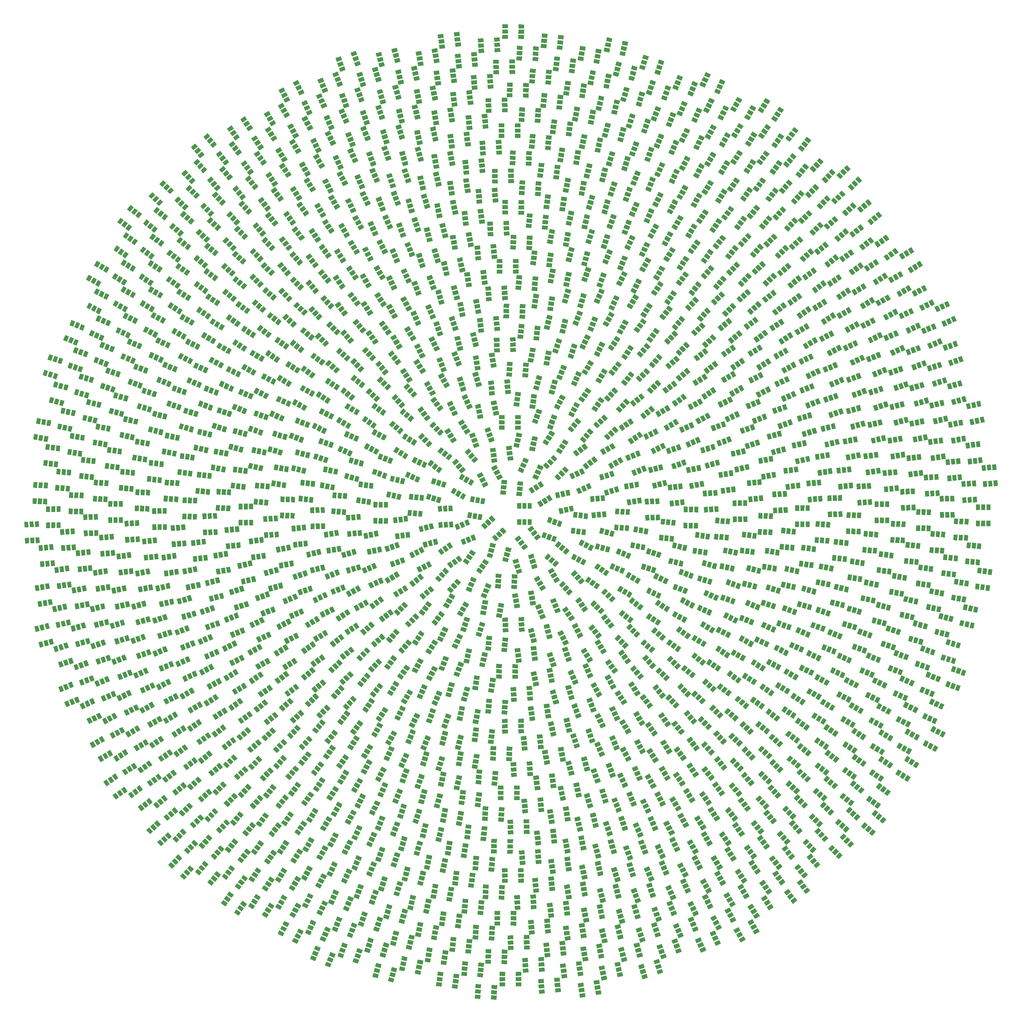
<source format=gts>
G04 Layer: TopSolderMaskLayer*
G04 EasyEDA v6.4.7, 2020-12-05T12:44:13--8:00*
G04 005523fa74924ed2a5d768746dba2907,10*
G04 Gerber Generator version 0.2*
G04 Scale: 100 percent, Rotated: No, Reflected: No *
G04 Dimensions in millimeters *
G04 leading zeros omitted , absolute positions ,3 integer and 3 decimal *
%FSLAX33Y33*%
%MOMM*%
G90*
D02*


%LPD*%
G36*
G01X166270Y162033D02*
G01X166270Y163738D01*
G01X167474Y163738D01*
G01X167474Y162033D01*
G01X166270Y162033D01*
G37*
G36*
G01X164669Y162033D02*
G01X164669Y163738D01*
G01X165873Y163738D01*
G01X165873Y162033D01*
G01X164669Y162033D01*
G37*
G36*
G01X163069Y162033D02*
G01X163069Y163738D01*
G01X164273Y163738D01*
G01X164273Y162033D01*
G01X163069Y162033D01*
G37*
G36*
G01X163069Y157134D02*
G01X163069Y158838D01*
G01X164273Y158838D01*
G01X164273Y157134D01*
G01X163069Y157134D01*
G37*
G36*
G01X164669Y157134D02*
G01X164669Y158838D01*
G01X165873Y158838D01*
G01X165873Y157134D01*
G01X164669Y157134D01*
G37*
G36*
G01X166270Y157134D02*
G01X166270Y158838D01*
G01X167474Y158838D01*
G01X167474Y157134D01*
G01X166270Y157134D01*
G37*
G36*
G01X176199Y156476D02*
G01X175068Y156890D01*
G01X175652Y158490D01*
G01X176783Y158076D01*
G01X176199Y156476D01*
G37*
G36*
G01X174697Y157024D02*
G01X173567Y157438D01*
G01X174151Y159039D01*
G01X175282Y158625D01*
G01X174697Y157024D01*
G37*
G36*
G01X173194Y157576D02*
G01X172063Y157987D01*
G01X172648Y159587D01*
G01X173778Y159173D01*
G01X173194Y157576D01*
G37*
G36*
G01X171512Y152970D02*
G01X170382Y153385D01*
G01X170966Y154985D01*
G01X172096Y154571D01*
G01X171512Y152970D01*
G37*
G36*
G01X173016Y152422D02*
G01X171886Y152836D01*
G01X172470Y154436D01*
G01X173600Y154022D01*
G01X173016Y152422D01*
G37*
G36*
G01X174520Y151873D02*
G01X173389Y152287D01*
G01X173973Y153887D01*
G01X175104Y153473D01*
G01X174520Y151873D01*
G37*
G36*
G01X168871Y152404D02*
G01X168139Y153359D01*
G01X169490Y154395D01*
G01X170222Y153440D01*
G01X168871Y152404D01*
G37*
G36*
G01X167898Y153674D02*
G01X167166Y154629D01*
G01X168518Y155665D01*
G01X169249Y154710D01*
G01X167898Y153674D01*
G37*
G36*
G01X166925Y154944D02*
G01X166191Y155899D01*
G01X167545Y156935D01*
G01X168276Y155980D01*
G01X166925Y154944D01*
G37*
G36*
G01X163036Y151962D02*
G01X162302Y152917D01*
G01X163656Y153953D01*
G01X164388Y152998D01*
G01X163036Y151962D01*
G37*
G36*
G01X164009Y150692D02*
G01X163278Y151647D01*
G01X164629Y152683D01*
G01X165360Y151728D01*
G01X164009Y150692D01*
G37*
G36*
G01X164982Y149422D02*
G01X164250Y150377D01*
G01X165602Y151413D01*
G01X166333Y150458D01*
G01X164982Y149422D01*
G37*
G36*
G01X160176Y145770D02*
G01X158530Y146214D01*
G01X158843Y147375D01*
G01X160489Y146933D01*
G01X160176Y145770D01*
G37*
G36*
G01X160590Y147316D02*
G01X158947Y147758D01*
G01X159259Y148919D01*
G01X160903Y148477D01*
G01X160590Y147316D01*
G37*
G36*
G01X161007Y148861D02*
G01X159361Y149303D01*
G01X159673Y150466D01*
G01X161319Y150024D01*
G01X161007Y148861D01*
G37*
G36*
G01X156275Y150133D02*
G01X154629Y150575D01*
G01X154941Y151736D01*
G01X156587Y151294D01*
G01X156275Y150133D01*
G37*
G36*
G01X155858Y148589D02*
G01X154215Y149031D01*
G01X154527Y150192D01*
G01X156171Y149750D01*
G01X155858Y148589D01*
G37*
G36*
G01X155444Y147042D02*
G01X153798Y147484D01*
G01X154111Y148647D01*
G01X155757Y148205D01*
G01X155444Y147042D01*
G37*
G36*
G01X156539Y152148D02*
G01X155388Y153402D01*
G01X156275Y154215D01*
G01X157425Y152960D01*
G01X156539Y152148D01*
G37*
G36*
G01X157717Y153227D02*
G01X156567Y154482D01*
G01X157456Y155295D01*
G01X158606Y154040D01*
G01X157717Y153227D01*
G37*
G36*
G01X158899Y154309D02*
G01X157748Y155564D01*
G01X158634Y156377D01*
G01X159785Y155122D01*
G01X158899Y154309D01*
G37*
G36*
G01X155589Y157921D02*
G01X154438Y159176D01*
G01X155325Y159989D01*
G01X156475Y158734D01*
G01X155589Y157921D01*
G37*
G36*
G01X154408Y156841D02*
G01X153257Y158096D01*
G01X154146Y158909D01*
G01X155297Y157652D01*
G01X154408Y156841D01*
G37*
G36*
G01X153229Y155759D02*
G01X152079Y157014D01*
G01X152965Y157827D01*
G01X154116Y156572D01*
G01X153229Y155759D01*
G37*
G36*
G01X146559Y151027D02*
G01X145909Y152602D01*
G01X147022Y153059D01*
G01X147672Y151487D01*
G01X146559Y151027D01*
G37*
G36*
G01X148040Y151637D02*
G01X147390Y153212D01*
G01X148502Y153672D01*
G01X149150Y152097D01*
G01X148040Y151637D01*
G37*
G36*
G01X149518Y152249D02*
G01X148868Y153821D01*
G01X149981Y154281D01*
G01X150631Y152706D01*
G01X149518Y152249D01*
G37*
G36*
G01X147649Y156778D02*
G01X146999Y158353D01*
G01X148111Y158810D01*
G01X148761Y157238D01*
G01X147649Y156778D01*
G37*
G36*
G01X146168Y156166D02*
G01X145520Y157741D01*
G01X146633Y158200D01*
G01X147281Y156626D01*
G01X146168Y156166D01*
G37*
G36*
G01X144690Y155556D02*
G01X144040Y157131D01*
G01X145152Y157591D01*
G01X145802Y156016D01*
G01X144690Y155556D01*
G37*
G36*
G01X149074Y159140D02*
G01X147890Y159348D01*
G01X148185Y161025D01*
G01X149371Y160817D01*
G01X149074Y159140D01*
G37*
G36*
G01X150649Y158861D02*
G01X149465Y159069D01*
G01X149762Y160748D01*
G01X150946Y160537D01*
G01X150649Y158861D01*
G37*
G36*
G01X152226Y158581D02*
G01X151040Y158792D01*
G01X151337Y160469D01*
G01X152523Y160258D01*
G01X152226Y158581D01*
G37*
G36*
G01X153079Y163407D02*
G01X151893Y163616D01*
G01X152190Y165295D01*
G01X153377Y165084D01*
G01X153079Y163407D01*
G37*
G36*
G01X151502Y163684D02*
G01X150318Y163895D01*
G01X150616Y165571D01*
G01X151799Y165363D01*
G01X151502Y163684D01*
G37*
G36*
G01X149927Y163964D02*
G01X148744Y164174D01*
G01X149038Y165851D01*
G01X150224Y165643D01*
G01X149927Y163964D01*
G37*
G36*
G01X151350Y171276D02*
G01X150793Y172343D01*
G01X152305Y173128D01*
G01X152861Y172061D01*
G01X151350Y171276D01*
G37*
G36*
G01X152086Y169856D02*
G01X151533Y170923D01*
G01X153044Y171708D01*
G01X153598Y170641D01*
G01X152086Y169856D01*
G37*
G36*
G01X152823Y168437D02*
G01X152269Y169503D01*
G01X153780Y170288D01*
G01X154334Y169221D01*
G01X152823Y168437D01*
G37*
G36*
G01X157171Y170695D02*
G01X156618Y171761D01*
G01X158129Y172546D01*
G01X158683Y171479D01*
G01X157171Y170695D01*
G37*
G36*
G01X156435Y172114D02*
G01X155881Y173181D01*
G01X157392Y173966D01*
G01X157946Y172899D01*
G01X156435Y172114D01*
G37*
G36*
G01X155698Y173534D02*
G01X155142Y174601D01*
G01X156653Y175386D01*
G01X157209Y174319D01*
G01X155698Y173534D01*
G37*
G36*
G01X159887Y169458D02*
G01X158190Y169607D01*
G01X158294Y170806D01*
G01X159991Y170657D01*
G01X159887Y169458D01*
G37*
G36*
G01X159747Y167865D02*
G01X158050Y168012D01*
G01X158154Y169211D01*
G01X159851Y169064D01*
G01X159747Y167865D01*
G37*
G36*
G01X159607Y166270D02*
G01X157911Y166420D01*
G01X158015Y167619D01*
G01X159711Y167469D01*
G01X159607Y166270D01*
G37*
G36*
G01X164489Y165843D02*
G01X162792Y165991D01*
G01X162897Y167189D01*
G01X164593Y167042D01*
G01X164489Y165843D01*
G37*
G36*
G01X164629Y167436D02*
G01X162932Y167586D01*
G01X163036Y168785D01*
G01X164733Y168635D01*
G01X164629Y167436D01*
G37*
G36*
G01X164769Y169031D02*
G01X163072Y169178D01*
G01X163176Y170377D01*
G01X164873Y170230D01*
G01X164769Y169031D01*
G37*
G36*
G01X170133Y168330D02*
G01X169219Y169768D01*
G01X170235Y170413D01*
G01X171149Y168978D01*
G01X170133Y168330D01*
G37*
G36*
G01X168784Y167471D02*
G01X167870Y168909D01*
G01X168883Y169554D01*
G01X169798Y168119D01*
G01X168784Y167471D01*
G37*
G36*
G01X167433Y166613D02*
G01X166519Y168050D01*
G01X167535Y168696D01*
G01X168449Y167258D01*
G01X167433Y166613D01*
G37*
G36*
G01X170064Y162480D02*
G01X169150Y163915D01*
G01X170163Y164563D01*
G01X171078Y163125D01*
G01X170064Y162480D01*
G37*
G36*
G01X171413Y163339D02*
G01X170499Y164774D01*
G01X171515Y165422D01*
G01X172429Y163984D01*
G01X171413Y163339D01*
G37*
G36*
G01X172764Y164197D02*
G01X171850Y165632D01*
G01X172864Y166280D01*
G01X173778Y164842D01*
G01X172764Y164197D01*
G37*
G36*
G01X178040Y165884D02*
G01X177674Y167548D01*
G01X178848Y167807D01*
G01X179214Y166143D01*
G01X178040Y165884D01*
G37*
G36*
G01X176475Y165541D02*
G01X176110Y167205D01*
G01X177286Y167464D01*
G01X177651Y165800D01*
G01X176475Y165541D01*
G37*
G36*
G01X174913Y165198D02*
G01X174548Y166862D01*
G01X175724Y167118D01*
G01X176089Y165455D01*
G01X174913Y165198D01*
G37*
G36*
G01X175965Y160410D02*
G01X175599Y162074D01*
G01X176775Y162333D01*
G01X177141Y160669D01*
G01X175965Y160410D01*
G37*
G36*
G01X177529Y160756D02*
G01X177164Y162419D01*
G01X178337Y162676D01*
G01X178703Y161012D01*
G01X177529Y160756D01*
G37*
G36*
G01X179092Y161098D02*
G01X178726Y162762D01*
G01X179902Y163021D01*
G01X180268Y161358D01*
G01X179092Y161098D01*
G37*
G36*
G01X184347Y158866D02*
G01X183156Y159026D01*
G01X183382Y160715D01*
G01X184575Y160555D01*
G01X184347Y158866D01*
G37*
G36*
G01X182762Y159079D02*
G01X181571Y159239D01*
G01X181797Y160928D01*
G01X182988Y160768D01*
G01X182762Y159079D01*
G37*
G36*
G01X181177Y159293D02*
G01X179983Y159453D01*
G01X180212Y161142D01*
G01X181403Y160982D01*
G01X181177Y159293D01*
G37*
G36*
G01X180522Y154436D02*
G01X179330Y154599D01*
G01X179556Y156285D01*
G01X180750Y156125D01*
G01X180522Y154436D01*
G37*
G36*
G01X182109Y154223D02*
G01X180915Y154385D01*
G01X181144Y156072D01*
G01X182335Y155912D01*
G01X182109Y154223D01*
G37*
G36*
G01X183694Y154009D02*
G01X182503Y154172D01*
G01X182729Y155858D01*
G01X183920Y155698D01*
G01X183694Y154009D01*
G37*
G36*
G01X177827Y148091D02*
G01X176907Y148866D01*
G01X178004Y150169D01*
G01X178924Y149394D01*
G01X177827Y148091D01*
G37*
G36*
G01X176605Y149122D02*
G01X175683Y149897D01*
G01X176780Y151200D01*
G01X177702Y150423D01*
G01X176605Y149122D01*
G37*
G36*
G01X175381Y150154D02*
G01X174461Y150928D01*
G01X175558Y152231D01*
G01X176478Y151454D01*
G01X175381Y150154D01*
G37*
G36*
G01X172223Y146407D02*
G01X171301Y147182D01*
G01X172401Y148485D01*
G01X173321Y147708D01*
G01X172223Y146407D01*
G37*
G36*
G01X173445Y145376D02*
G01X172526Y146151D01*
G01X173623Y147454D01*
G01X174542Y146676D01*
G01X173445Y145376D01*
G37*
G36*
G01X174669Y144345D02*
G01X173750Y145119D01*
G01X174847Y146422D01*
G01X175767Y145645D01*
G01X174669Y144345D01*
G37*
G36*
G01X167623Y143702D02*
G01X167263Y144850D01*
G01X168888Y145358D01*
G01X169249Y144210D01*
G01X167623Y143702D01*
G37*
G36*
G01X167143Y145229D02*
G01X166785Y146377D01*
G01X168411Y146885D01*
G01X168769Y145737D01*
G01X167143Y145229D01*
G37*
G36*
G01X166666Y146755D02*
G01X166305Y147903D01*
G01X167931Y148411D01*
G01X168292Y147263D01*
G01X166666Y146755D01*
G37*
G36*
G01X161990Y145287D02*
G01X161629Y146435D01*
G01X163255Y146946D01*
G01X163615Y145798D01*
G01X161990Y145287D01*
G37*
G36*
G01X162470Y143760D02*
G01X162109Y144909D01*
G01X163735Y145419D01*
G01X164095Y144271D01*
G01X162470Y143760D01*
G37*
G36*
G01X162947Y142234D02*
G01X162589Y143382D01*
G01X164212Y143893D01*
G01X164573Y142744D01*
G01X162947Y142234D01*
G37*
G36*
G01X162952Y137659D02*
G01X161251Y137738D01*
G01X161307Y138940D01*
G01X163006Y138861D01*
G01X162952Y137659D01*
G37*
G36*
G01X163026Y139257D02*
G01X161324Y139336D01*
G01X161380Y140537D01*
G01X163082Y140458D01*
G01X163026Y139257D01*
G37*
G36*
G01X163100Y140855D02*
G01X161398Y140933D01*
G01X161454Y142137D01*
G01X163156Y142059D01*
G01X163100Y140855D01*
G37*
G36*
G01X158205Y141081D02*
G01X156503Y141159D01*
G01X156559Y142363D01*
G01X158261Y142285D01*
G01X158205Y141081D01*
G37*
G36*
G01X158132Y139483D02*
G01X156430Y139562D01*
G01X156486Y140763D01*
G01X158185Y140685D01*
G01X158132Y139483D01*
G37*
G36*
G01X158058Y137885D02*
G01X156356Y137964D01*
G01X156412Y139166D01*
G01X158111Y139087D01*
G01X158058Y137885D01*
G37*
G36*
G01X151949Y142249D02*
G01X150557Y143230D01*
G01X151248Y144213D01*
G01X152643Y143235D01*
G01X151949Y142249D01*
G37*
G36*
G01X152871Y143560D02*
G01X151477Y144538D01*
G01X152170Y145523D01*
G01X153562Y144543D01*
G01X152871Y143560D01*
G37*
G36*
G01X153791Y144868D02*
G01X152396Y145848D01*
G01X153090Y146831D01*
G01X154482Y145851D01*
G01X153791Y144868D01*
G37*
G36*
G01X149783Y147685D02*
G01X148388Y148665D01*
G01X149081Y149651D01*
G01X150473Y148670D01*
G01X149783Y147685D01*
G37*
G36*
G01X148863Y146377D02*
G01X147469Y147357D01*
G01X148159Y148340D01*
G01X149554Y147362D01*
G01X148863Y146377D01*
G37*
G36*
G01X147941Y145069D02*
G01X146549Y146046D01*
G01X147240Y147032D01*
G01X148634Y146052D01*
G01X147941Y145069D01*
G37*
G36*
G01X142780Y143946D02*
G01X141807Y145343D01*
G01X142795Y146031D01*
G01X143768Y144632D01*
G01X142780Y143946D01*
G37*
G36*
G01X144093Y144858D02*
G01X143120Y146257D01*
G01X144108Y146943D01*
G01X145081Y145546D01*
G01X144093Y144858D01*
G37*
G36*
G01X145406Y145772D02*
G01X144433Y147172D01*
G01X145421Y147857D01*
G01X146394Y146460D01*
G01X145406Y145772D01*
G37*
G36*
G01X142607Y149795D02*
G01X141634Y151192D01*
G01X142622Y151881D01*
G01X143595Y150481D01*
G01X142607Y149795D01*
G37*
G36*
G01X141294Y148881D02*
G01X140321Y150278D01*
G01X141309Y150966D01*
G01X142282Y149569D01*
G01X141294Y148881D01*
G37*
G36*
G01X139981Y147967D02*
G01X139008Y149366D01*
G01X139996Y150052D01*
G01X140969Y148655D01*
G01X139981Y147967D01*
G37*
G36*
G01X139254Y156245D02*
G01X139186Y157946D01*
G01X140387Y157995D01*
G01X140458Y156293D01*
G01X139254Y156245D01*
G37*
G36*
G01X140854Y156311D02*
G01X140783Y158012D01*
G01X141985Y158061D01*
G01X142056Y156361D01*
G01X140854Y156311D01*
G37*
G36*
G01X142452Y156377D02*
G01X142384Y158078D01*
G01X143585Y158129D01*
G01X143656Y156427D01*
G01X142452Y156377D01*
G37*
G36*
G01X142251Y161271D02*
G01X142180Y162973D01*
G01X143382Y163024D01*
G01X143453Y161322D01*
G01X142251Y161271D01*
G37*
G36*
G01X140651Y161205D02*
G01X140580Y162907D01*
G01X141784Y162958D01*
G01X141853Y161256D01*
G01X140651Y161205D01*
G37*
G36*
G01X139054Y161139D02*
G01X138982Y162841D01*
G01X140184Y162892D01*
G01X140255Y161190D01*
G01X139054Y161139D01*
G37*
G36*
G01X143918Y166346D02*
G01X142876Y166948D01*
G01X143730Y168421D01*
G01X144771Y167819D01*
G01X143918Y166346D01*
G37*
G36*
G01X145302Y165543D02*
G01X144261Y166145D01*
G01X145114Y167619D01*
G01X146155Y167017D01*
G01X145302Y165543D01*
G37*
G36*
G01X146686Y164741D02*
G01X145645Y165343D01*
G01X146498Y166819D01*
G01X147540Y166214D01*
G01X146686Y164741D01*
G37*
G36*
G01X149142Y168980D02*
G01X148101Y169585D01*
G01X148957Y171058D01*
G01X149996Y170453D01*
G01X149142Y168980D01*
G37*
G36*
G01X147758Y169783D02*
G01X146717Y170385D01*
G01X147573Y171860D01*
G01X148612Y171256D01*
G01X147758Y169783D01*
G37*
G36*
G01X146374Y170585D02*
G01X145332Y171187D01*
G01X146188Y172661D01*
G01X147227Y172059D01*
G01X146374Y170585D01*
G37*
G36*
G01X144101Y175173D02*
G01X143331Y176097D01*
G01X144639Y177187D01*
G01X145409Y176265D01*
G01X144101Y175173D01*
G37*
G36*
G01X145127Y173946D02*
G01X144355Y174868D01*
G01X145663Y175960D01*
G01X146435Y175035D01*
G01X145127Y173946D01*
G37*
G36*
G01X146150Y172716D02*
G01X145381Y173641D01*
G01X146689Y174731D01*
G01X147458Y173806D01*
G01X146150Y172716D01*
G37*
G36*
G01X149915Y175856D02*
G01X149142Y176780D01*
G01X150451Y177870D01*
G01X151220Y176946D01*
G01X149915Y175856D01*
G37*
G36*
G01X148888Y177085D02*
G01X148116Y178007D01*
G01X149424Y179099D01*
G01X150197Y178175D01*
G01X148888Y177085D01*
G37*
G36*
G01X147862Y178312D02*
G01X147093Y179237D01*
G01X148401Y180326D01*
G01X149170Y179404D01*
G01X147862Y178312D01*
G37*
G36*
G01X154946Y179138D02*
G01X154791Y180331D01*
G01X156481Y180550D01*
G01X156635Y179356D01*
G01X154946Y179138D01*
G37*
G36*
G01X155152Y177550D02*
G01X154997Y178744D01*
G01X156686Y178962D01*
G01X156841Y177771D01*
G01X155152Y177550D01*
G37*
G36*
G01X155358Y175965D02*
G01X155203Y177156D01*
G01X156892Y177377D01*
G01X157047Y176184D01*
G01X155358Y175965D01*
G37*
G36*
G01X160217Y176595D02*
G01X160062Y177786D01*
G01X161751Y178007D01*
G01X161906Y176813D01*
G01X160217Y176595D01*
G37*
G36*
G01X160011Y178180D02*
G01X159856Y179374D01*
G01X161545Y179592D01*
G01X161700Y178398D01*
G01X160011Y178180D01*
G37*
G36*
G01X159805Y179767D02*
G01X159650Y180961D01*
G01X161340Y181180D01*
G01X161494Y179986D01*
G01X159805Y179767D01*
G37*
G36*
G01X164276Y183613D02*
G01X162615Y183986D01*
G01X162879Y185160D01*
G01X164540Y184787D01*
G01X164276Y183613D01*
G37*
G36*
G01X163923Y182051D02*
G01X162262Y182424D01*
G01X162526Y183600D01*
G01X164187Y183224D01*
G01X163923Y182051D01*
G37*
G36*
G01X163572Y180491D02*
G01X161911Y180865D01*
G01X162175Y182038D01*
G01X163836Y181665D01*
G01X163572Y180491D01*
G37*
G36*
G01X168352Y179414D02*
G01X166691Y179788D01*
G01X166955Y180964D01*
G01X168617Y180588D01*
G01X168352Y179414D01*
G37*
G36*
G01X168706Y180977D02*
G01X167042Y181350D01*
G01X167306Y182523D01*
G01X168970Y182150D01*
G01X168706Y180977D01*
G37*
G36*
G01X169056Y182536D02*
G01X167395Y182912D01*
G01X167659Y184085D01*
G01X169320Y183710D01*
G01X169056Y182536D01*
G37*
G36*
G01X166102Y175752D02*
G01X164560Y176473D01*
G01X165068Y177563D01*
G01X166613Y176841D01*
G01X166102Y175752D01*
G37*
G36*
G01X165424Y174301D02*
G01X163882Y175025D01*
G01X164390Y176115D01*
G01X165934Y175391D01*
G01X165424Y174301D01*
G37*
G36*
G01X164746Y172854D02*
G01X163204Y173575D01*
G01X163712Y174665D01*
G01X165256Y173943D01*
G01X164746Y172854D01*
G37*
G36*
G01X169183Y170776D02*
G01X167641Y171497D01*
G01X168152Y172587D01*
G01X169694Y171866D01*
G01X169183Y170776D01*
G37*
G36*
G01X169861Y172226D02*
G01X168319Y172948D01*
G01X168830Y174037D01*
G01X170372Y173316D01*
G01X169861Y172226D01*
G37*
G36*
G01X170539Y173674D02*
G01X168998Y174395D01*
G01X169508Y175488D01*
G01X171050Y174764D01*
G01X170539Y173674D01*
G37*
G36*
G01X174405Y176331D02*
G01X173204Y177537D01*
G01X174057Y178386D01*
G01X175259Y177179D01*
G01X174405Y176331D01*
G37*
G36*
G01X173272Y175201D02*
G01X172071Y176410D01*
G01X172922Y177258D01*
G01X174123Y176051D01*
G01X173272Y175201D01*
G37*
G36*
G01X172137Y174073D02*
G01X170936Y175279D01*
G01X171789Y176130D01*
G01X172991Y174921D01*
G01X172137Y174073D01*
G37*
G36*
G01X175594Y170601D02*
G01X174393Y171807D01*
G01X175246Y172655D01*
G01X176447Y171449D01*
G01X175594Y170601D01*
G37*
G36*
G01X176727Y171728D02*
G01X175525Y172935D01*
G01X176379Y173783D01*
G01X177580Y172577D01*
G01X176727Y171728D01*
G37*
G36*
G01X177862Y172856D02*
G01X176661Y174065D01*
G01X177514Y174914D01*
G01X178716Y173705D01*
G01X177862Y172856D01*
G37*
G36*
G01X182503Y172269D02*
G01X181787Y173816D01*
G01X182879Y174319D01*
G01X183595Y172775D01*
G01X182503Y172269D01*
G37*
G36*
G01X181050Y171599D02*
G01X180334Y173146D01*
G01X181426Y173649D01*
G01X182142Y172102D01*
G01X181050Y171599D01*
G37*
G36*
G01X179597Y170928D02*
G01X178883Y172473D01*
G01X179976Y172978D01*
G01X180689Y171431D01*
G01X179597Y170928D01*
G37*
G36*
G01X181652Y166478D02*
G01X180938Y168025D01*
G01X182030Y168531D01*
G01X182744Y166984D01*
G01X181652Y166478D01*
G37*
G36*
G01X183105Y167151D02*
G01X182391Y168696D01*
G01X183483Y169201D01*
G01X184197Y167654D01*
G01X183105Y167151D01*
G37*
G36*
G01X184558Y167822D02*
G01X183841Y169366D01*
G01X184934Y169872D01*
G01X185650Y168325D01*
G01X184558Y167822D01*
G37*
G36*
G01X188518Y164345D02*
G01X188378Y166041D01*
G01X189577Y166140D01*
G01X189716Y164444D01*
G01X188518Y164345D01*
G37*
G36*
G01X186925Y164213D02*
G01X186783Y165909D01*
G01X187982Y166008D01*
G01X188124Y164312D01*
G01X186925Y164213D01*
G37*
G36*
G01X185330Y164080D02*
G01X185188Y165777D01*
G01X186389Y165876D01*
G01X186529Y164180D01*
G01X185330Y164080D01*
G37*
G36*
G01X185734Y159196D02*
G01X185594Y160895D01*
G01X186793Y160994D01*
G01X186933Y159295D01*
G01X185734Y159196D01*
G37*
G36*
G01X187329Y159328D02*
G01X187187Y161027D01*
G01X188388Y161126D01*
G01X188528Y159427D01*
G01X187329Y159328D01*
G37*
G36*
G01X188924Y159460D02*
G01X188782Y161159D01*
G01X189981Y161259D01*
G01X190123Y159559D01*
G01X188924Y159460D01*
G37*
G36*
G01X192160Y153471D02*
G01X190999Y153788D01*
G01X191449Y155432D01*
G01X192609Y155114D01*
G01X192160Y153471D01*
G37*
G36*
G01X190616Y153895D02*
G01X189457Y154213D01*
G01X189907Y155853D01*
G01X191068Y155536D01*
G01X190616Y153895D01*
G37*
G36*
G01X189074Y154317D02*
G01X187913Y154634D01*
G01X188363Y156278D01*
G01X189523Y155960D01*
G01X189074Y154317D01*
G37*
G36*
G01X187778Y149592D02*
G01X186618Y149910D01*
G01X187067Y151551D01*
G01X188228Y151233D01*
G01X187778Y149592D01*
G37*
G36*
G01X189320Y149168D02*
G01X188162Y149486D01*
G01X188612Y151129D01*
G01X189772Y150811D01*
G01X189320Y149168D01*
G37*
G36*
G01X190864Y148746D02*
G01X189704Y149064D01*
G01X190153Y150705D01*
G01X191314Y150387D01*
G01X190864Y148746D01*
G37*
G36*
G01X185558Y149176D02*
G01X184494Y149735D01*
G01X185287Y151243D01*
G01X186351Y150684D01*
G01X185558Y149176D01*
G37*
G36*
G01X184144Y149920D02*
G01X183077Y150481D01*
G01X183869Y151988D01*
G01X184934Y151429D01*
G01X184144Y149920D01*
G37*
G36*
G01X182726Y150664D02*
G01X181662Y151226D01*
G01X182455Y152732D01*
G01X183519Y152173D01*
G01X182726Y150664D01*
G37*
G36*
G01X180445Y146328D02*
G01X179381Y146887D01*
G01X180174Y148393D01*
G01X181238Y147835D01*
G01X180445Y146328D01*
G37*
G36*
G01X181863Y145582D02*
G01X180798Y146143D01*
G01X181591Y147649D01*
G01X182655Y147090D01*
G01X181863Y145582D01*
G37*
G36*
G01X183280Y144837D02*
G01X182213Y145399D01*
G01X183006Y146905D01*
G01X184073Y146346D01*
G01X183280Y144837D01*
G37*
G36*
G01X182300Y139006D02*
G01X181489Y139895D01*
G01X182752Y141040D01*
G01X183559Y140149D01*
G01X182300Y139006D01*
G37*
G36*
G01X181223Y140189D02*
G01X180415Y141081D01*
G01X181677Y142226D01*
G01X182485Y141335D01*
G01X181223Y140189D01*
G37*
G36*
G01X180148Y141375D02*
G01X179341Y142267D01*
G01X180603Y143410D01*
G01X181411Y142518D01*
G01X180148Y141375D01*
G37*
G36*
G01X176519Y138084D02*
G01X175711Y138973D01*
G01X176973Y140118D01*
G01X177781Y139227D01*
G01X176519Y138084D01*
G37*
G36*
G01X177596Y136897D02*
G01X176785Y137789D01*
G01X178048Y138932D01*
G01X178855Y138040D01*
G01X177596Y136897D01*
G37*
G36*
G01X178670Y135711D02*
G01X177862Y136603D01*
G01X179122Y137748D01*
G01X179930Y136857D01*
G01X178670Y135711D01*
G37*
G36*
G01X174548Y139486D02*
G01X173948Y140530D01*
G01X175426Y141375D01*
G01X176023Y140331D01*
G01X174548Y139486D01*
G37*
G36*
G01X173750Y140875D02*
G01X173153Y141919D01*
G01X174631Y142765D01*
G01X175228Y141721D01*
G01X173750Y140875D01*
G37*
G36*
G01X172955Y142262D02*
G01X172358Y143306D01*
G01X173834Y144152D01*
G01X174433Y143108D01*
G01X172955Y142262D01*
G37*
G36*
G01X168703Y139826D02*
G01X168106Y140870D01*
G01X169584Y141716D01*
G01X170181Y140672D01*
G01X168703Y139826D01*
G37*
G36*
G01X169501Y138437D02*
G01X168901Y139481D01*
G01X170379Y140329D01*
G01X170976Y139285D01*
G01X169501Y138437D01*
G37*
G36*
G01X170296Y137050D02*
G01X169696Y138094D01*
G01X171174Y138940D01*
G01X171774Y137896D01*
G01X170296Y137050D01*
G37*
G36*
G01X174702Y130278D02*
G01X174248Y131393D01*
G01X175825Y132036D01*
G01X176280Y130921D01*
G01X174702Y130278D01*
G37*
G36*
G01X174098Y131761D02*
G01X173646Y132874D01*
G01X175223Y133517D01*
G01X175675Y132404D01*
G01X174098Y131761D01*
G37*
G36*
G01X173496Y133242D02*
G01X173041Y134357D01*
G01X174619Y135000D01*
G01X175073Y133885D01*
G01X173496Y133242D01*
G37*
G36*
G01X168957Y131396D02*
G01X168502Y132511D01*
G01X170080Y133151D01*
G01X170534Y132038D01*
G01X168957Y131396D01*
G37*
G36*
G01X169559Y129912D02*
G01X169107Y131027D01*
G01X170684Y131670D01*
G01X171136Y130555D01*
G01X169559Y129912D01*
G37*
G36*
G01X170163Y128432D02*
G01X169709Y129547D01*
G01X171286Y130187D01*
G01X171741Y129074D01*
G01X170163Y128432D01*
G37*
G36*
G01X167095Y132653D02*
G01X166892Y133837D01*
G01X168571Y134126D01*
G01X168774Y132940D01*
G01X167095Y132653D01*
G37*
G36*
G01X166826Y134228D02*
G01X166620Y135414D01*
G01X168299Y135704D01*
G01X168505Y134517D01*
G01X166826Y134228D01*
G37*
G36*
G01X166554Y135805D02*
G01X166351Y136991D01*
G01X168030Y137281D01*
G01X168233Y136095D01*
G01X166554Y135805D01*
G37*
G36*
G01X161726Y134975D02*
G01X161522Y136161D01*
G01X163199Y136450D01*
G01X163405Y135264D01*
G01X161726Y134975D01*
G37*
G36*
G01X161995Y133400D02*
G01X161792Y134583D01*
G01X163471Y134873D01*
G01X163674Y133687D01*
G01X161995Y133400D01*
G37*
G36*
G01X162267Y131822D02*
G01X162063Y133009D01*
G01X163742Y133296D01*
G01X163946Y132109D01*
G01X162267Y131822D01*
G37*
G36*
G01X158314Y128876D02*
G01X156638Y129181D01*
G01X156854Y130364D01*
G01X158530Y130060D01*
G01X158314Y128876D01*
G37*
G36*
G01X158601Y130451D02*
G01X156925Y130756D01*
G01X157141Y131939D01*
G01X158815Y131634D01*
G01X158601Y130451D01*
G37*
G36*
G01X158886Y132026D02*
G01X157212Y132330D01*
G01X157425Y133514D01*
G01X159102Y133209D01*
G01X158886Y132026D01*
G37*
G36*
G01X154065Y132902D02*
G01X152391Y133207D01*
G01X152604Y134390D01*
G01X154281Y134086D01*
G01X154065Y132902D01*
G37*
G36*
G01X153780Y131327D02*
G01X152104Y131632D01*
G01X152320Y132816D01*
G01X153994Y132511D01*
G01X153780Y131327D01*
G37*
G36*
G01X153493Y129752D02*
G01X151817Y130057D01*
G01X152033Y131241D01*
G01X153709Y130936D01*
G01X153493Y129752D01*
G37*
G36*
G01X153554Y134812D02*
G01X151985Y135470D01*
G01X152450Y136580D01*
G01X154019Y135922D01*
G01X153554Y134812D01*
G37*
G36*
G01X154174Y136288D02*
G01X152602Y136946D01*
G01X153067Y138056D01*
G01X154636Y137398D01*
G01X154174Y136288D01*
G37*
G36*
G01X154791Y137764D02*
G01X153219Y138421D01*
G01X153684Y139531D01*
G01X155256Y138873D01*
G01X154791Y137764D01*
G37*
G36*
G01X150270Y139656D02*
G01X148700Y140314D01*
G01X149163Y141424D01*
G01X150735Y140766D01*
G01X150270Y139656D01*
G37*
G36*
G01X149653Y138180D02*
G01X148081Y138838D01*
G01X148546Y139948D01*
G01X150118Y139290D01*
G01X149653Y138180D01*
G37*
G36*
G01X149036Y136704D02*
G01X147464Y137362D01*
G01X147928Y138472D01*
G01X149501Y137814D01*
G01X149036Y136704D01*
G37*
G36*
G01X142998Y136440D02*
G01X141749Y137598D01*
G01X142566Y138480D01*
G01X143816Y137324D01*
G01X142998Y136440D01*
G37*
G36*
G01X144085Y137616D02*
G01X142836Y138772D01*
G01X143654Y139656D01*
G01X144903Y138498D01*
G01X144085Y137616D01*
G37*
G36*
G01X145172Y138790D02*
G01X143923Y139945D01*
G01X144738Y140829D01*
G01X145990Y139674D01*
G01X145172Y138790D01*
G37*
G36*
G01X141576Y142117D02*
G01X140326Y143273D01*
G01X141141Y144157D01*
G01X142394Y143001D01*
G01X141576Y142117D01*
G37*
G36*
G01X140489Y140944D02*
G01X139239Y142099D01*
G01X140057Y142983D01*
G01X141307Y141825D01*
G01X140489Y140944D01*
G37*
G36*
G01X139402Y139768D02*
G01X138152Y140926D01*
G01X138970Y141807D01*
G01X140219Y140651D01*
G01X139402Y139768D01*
G37*
G36*
G01X133267Y142645D02*
G01X132488Y144162D01*
G01X133560Y144710D01*
G01X134337Y143197D01*
G01X133267Y142645D01*
G37*
G36*
G01X134690Y143377D02*
G01X133913Y144893D01*
G01X134982Y145442D01*
G01X135759Y143926D01*
G01X134690Y143377D01*
G37*
G36*
G01X136112Y144108D02*
G01X135335Y145622D01*
G01X136407Y146171D01*
G01X137184Y144657D01*
G01X136112Y144108D01*
G37*
G36*
G01X133877Y148467D02*
G01X133100Y149983D01*
G01X134169Y150532D01*
G01X134946Y149016D01*
G01X133877Y148467D01*
G37*
G36*
G01X132452Y147736D02*
G01X131675Y149252D01*
G01X132747Y149801D01*
G01X133524Y148287D01*
G01X132452Y147736D01*
G37*
G36*
G01X131030Y147007D02*
G01X130252Y148520D01*
G01X131322Y149072D01*
G01X132099Y147555D01*
G01X131030Y147007D01*
G37*
G36*
G01X134797Y150194D02*
G01X134362Y151840D01*
G01X135526Y152148D01*
G01X135960Y150499D01*
G01X134797Y150194D01*
G37*
G36*
G01X136343Y150601D02*
G01X135909Y152249D01*
G01X137072Y152554D01*
G01X137507Y150908D01*
G01X136343Y150601D01*
G37*
G36*
G01X137890Y151010D02*
G01X137458Y152656D01*
G01X138622Y152963D01*
G01X139056Y151317D01*
G01X137890Y151010D01*
G37*
G36*
G01X136643Y155747D02*
G01X136209Y157395D01*
G01X137372Y157700D01*
G01X137806Y156054D01*
G01X136643Y155747D01*
G37*
G36*
G01X135096Y155340D02*
G01X134662Y156986D01*
G01X135825Y157294D01*
G01X136260Y155645D01*
G01X135096Y155340D01*
G37*
G36*
G01X133549Y154931D02*
G01X133115Y156577D01*
G01X134278Y156885D01*
G01X134713Y155239D01*
G01X133549Y154931D01*
G37*
G36*
G01X130971Y159874D02*
G01X129772Y159986D01*
G01X129930Y161683D01*
G01X131129Y161571D01*
G01X130971Y159874D01*
G37*
G36*
G01X132564Y159727D02*
G01X131365Y159839D01*
G01X131522Y161535D01*
G01X132721Y161424D01*
G01X132564Y159727D01*
G37*
G36*
G01X134156Y159580D02*
G01X132958Y159691D01*
G01X133115Y161386D01*
G01X134314Y161276D01*
G01X134156Y159580D01*
G37*
G36*
G01X134609Y164459D02*
G01X133410Y164571D01*
G01X133567Y166265D01*
G01X134766Y166156D01*
G01X134609Y164459D01*
G37*
G36*
G01X133016Y164606D02*
G01X131817Y164718D01*
G01X131975Y166415D01*
G01X133173Y166303D01*
G01X133016Y164606D01*
G37*
G36*
G01X131423Y164754D02*
G01X130225Y164865D01*
G01X130382Y166562D01*
G01X131581Y166450D01*
G01X131423Y164754D01*
G37*
G36*
G01X136534Y164680D02*
G01X135388Y165046D01*
G01X135907Y166669D01*
G01X137052Y166303D01*
G01X136534Y164680D01*
G37*
G36*
G01X138060Y164192D02*
G01X136912Y164558D01*
G01X137431Y166181D01*
G01X138576Y165815D01*
G01X138060Y164192D01*
G37*
G36*
G01X139584Y163707D02*
G01X138436Y164073D01*
G01X138955Y165696D01*
G01X140100Y165330D01*
G01X139584Y163707D01*
G37*
G36*
G01X141073Y168376D02*
G01X139927Y168741D01*
G01X140443Y170362D01*
G01X141591Y169999D01*
G01X141073Y168376D01*
G37*
G36*
G01X139549Y168861D02*
G01X138403Y169226D01*
G01X138919Y170850D01*
G01X140067Y170484D01*
G01X139549Y168861D01*
G37*
G36*
G01X138025Y169348D02*
G01X136877Y169714D01*
G01X137395Y171335D01*
G01X138543Y170969D01*
G01X138025Y169348D01*
G37*
G36*
G01X130059Y171304D02*
G01X128972Y171817D01*
G01X129701Y173357D01*
G01X130788Y172841D01*
G01X130059Y171304D01*
G37*
G36*
G01X131505Y170618D02*
G01X130418Y171134D01*
G01X131147Y172673D01*
G01X132234Y172158D01*
G01X131505Y170618D01*
G37*
G36*
G01X132950Y169933D02*
G01X131863Y170448D01*
G01X132592Y171987D01*
G01X133679Y171472D01*
G01X132950Y169933D01*
G37*
G36*
G01X135048Y174360D02*
G01X133961Y174875D01*
G01X134692Y176415D01*
G01X135780Y175899D01*
G01X135048Y174360D01*
G37*
G36*
G01X133603Y175046D02*
G01X132516Y175561D01*
G01X133245Y177100D01*
G01X134332Y176585D01*
G01X133603Y175046D01*
G37*
G36*
G01X132157Y175731D02*
G01X131070Y176247D01*
G01X131799Y177786D01*
G01X132886Y177271D01*
G01X132157Y175731D01*
G37*
G36*
G01X136811Y174761D02*
G01X135861Y175498D01*
G01X136902Y176844D01*
G01X137855Y176107D01*
G01X136811Y174761D01*
G37*
G36*
G01X138076Y173781D02*
G01X137126Y174517D01*
G01X138167Y175864D01*
G01X139120Y175127D01*
G01X138076Y173781D01*
G37*
G36*
G01X139341Y172800D02*
G01X138391Y173537D01*
G01X139432Y174883D01*
G01X140385Y174146D01*
G01X139341Y172800D01*
G37*
G36*
G01X142340Y176674D02*
G01X141390Y177410D01*
G01X142434Y178759D01*
G01X143384Y178023D01*
G01X142340Y176674D01*
G37*
G36*
G01X141075Y177654D02*
G01X140125Y178391D01*
G01X141167Y179737D01*
G01X142119Y179000D01*
G01X141075Y177654D01*
G37*
G36*
G01X139810Y178635D02*
G01X138861Y179371D01*
G01X139902Y180717D01*
G01X140854Y179981D01*
G01X139810Y178635D01*
G37*
G36*
G01X141591Y184599D02*
G01X140951Y185617D01*
G01X142394Y186526D01*
G01X143034Y185508D01*
G01X141591Y184599D01*
G37*
G36*
G01X142444Y183245D02*
G01X141804Y184263D01*
G01X143245Y185170D01*
G01X143887Y184152D01*
G01X142444Y183245D01*
G37*
G36*
G01X143295Y181891D02*
G01X142655Y182909D01*
G01X144098Y183816D01*
G01X144738Y182798D01*
G01X143295Y181891D01*
G37*
G36*
G01X147443Y184502D02*
G01X146803Y185521D01*
G01X148243Y186427D01*
G01X148886Y185409D01*
G01X147443Y184502D01*
G37*
G36*
G01X146592Y185856D02*
G01X145950Y186874D01*
G01X147392Y187781D01*
G01X148032Y186763D01*
G01X146592Y185856D01*
G37*
G36*
G01X145739Y187210D02*
G01X145099Y188228D01*
G01X146539Y189135D01*
G01X147182Y188116D01*
G01X145739Y187210D01*
G37*
G36*
G01X148921Y183425D02*
G01X148515Y184558D01*
G01X150118Y185135D01*
G01X150524Y184002D01*
G01X148921Y183425D01*
G37*
G36*
G01X149462Y181919D02*
G01X149056Y183052D01*
G01X150659Y183628D01*
G01X151065Y182495D01*
G01X149462Y181919D01*
G37*
G36*
G01X150006Y180415D02*
G01X149597Y181545D01*
G01X151200Y182122D01*
G01X151606Y180992D01*
G01X150006Y180415D01*
G37*
G36*
G01X154616Y182074D02*
G01X154207Y183204D01*
G01X155810Y183781D01*
G01X156219Y182650D01*
G01X154616Y182074D01*
G37*
G36*
G01X154075Y183577D02*
G01X153666Y184710D01*
G01X155269Y185287D01*
G01X155678Y184154D01*
G01X154075Y183577D01*
G37*
G36*
G01X153532Y185084D02*
G01X153125Y186217D01*
G01X154728Y186793D01*
G01X155134Y185660D01*
G01X153532Y185084D01*
G37*
G36*
G01X159241Y189252D02*
G01X157540Y189259D01*
G01X157545Y190463D01*
G01X159247Y190456D01*
G01X159241Y189252D01*
G37*
G36*
G01X159234Y187652D02*
G01X157530Y187659D01*
G01X157537Y188863D01*
G01X159239Y188856D01*
G01X159234Y187652D01*
G37*
G36*
G01X159226Y186051D02*
G01X157522Y186059D01*
G01X157530Y187263D01*
G01X159231Y187255D01*
G01X159226Y186051D01*
G37*
G36*
G01X164126Y186029D02*
G01X162422Y186036D01*
G01X162429Y187240D01*
G01X164131Y187230D01*
G01X164126Y186029D01*
G37*
G36*
G01X164134Y187629D02*
G01X162432Y187636D01*
G01X162437Y188840D01*
G01X164139Y188830D01*
G01X164134Y187629D01*
G37*
G36*
G01X164141Y189229D02*
G01X162439Y189237D01*
G01X162444Y190441D01*
G01X164146Y190430D01*
G01X164141Y189229D01*
G37*
G36*
G01X170209Y190684D02*
G01X168612Y191276D01*
G01X169031Y192404D01*
G01X170628Y191812D01*
G01X170209Y190684D01*
G37*
G36*
G01X169653Y189183D02*
G01X168055Y189778D01*
G01X168474Y190905D01*
G01X170072Y190314D01*
G01X169653Y189183D01*
G37*
G36*
G01X169097Y187685D02*
G01X167499Y188276D01*
G01X167918Y189404D01*
G01X169516Y188812D01*
G01X169097Y187685D01*
G37*
G36*
G01X173692Y185980D02*
G01X172094Y186572D01*
G01X172513Y187700D01*
G01X174111Y187108D01*
G01X173692Y185980D01*
G37*
G36*
G01X174248Y187481D02*
G01X172650Y188073D01*
G01X173069Y189201D01*
G01X174667Y188609D01*
G01X174248Y187481D01*
G37*
G36*
G01X174804Y188980D02*
G01X173206Y189574D01*
G01X173626Y190702D01*
G01X175221Y190110D01*
G01X174804Y188980D01*
G37*
G36*
G01X173882Y183895D02*
G01X172449Y184814D01*
G01X173100Y185828D01*
G01X174532Y184906D01*
G01X173882Y183895D01*
G37*
G36*
G01X173018Y182549D02*
G01X171586Y183468D01*
G01X172236Y184482D01*
G01X173669Y183560D01*
G01X173018Y182549D01*
G37*
G36*
G01X172152Y181203D02*
G01X170720Y182125D01*
G01X171370Y183136D01*
G01X172803Y182214D01*
G01X172152Y181203D01*
G37*
G36*
G01X176275Y178553D02*
G01X174842Y179473D01*
G01X175492Y180486D01*
G01X176925Y179564D01*
G01X176275Y178553D01*
G37*
G36*
G01X177138Y179897D02*
G01X175706Y180819D01*
G01X176356Y181833D01*
G01X177789Y180910D01*
G01X177138Y179897D01*
G37*
G36*
G01X178004Y181243D02*
G01X176572Y182165D01*
G01X177222Y183176D01*
G01X178655Y182257D01*
G01X178004Y181243D01*
G37*
G36*
G01X181703Y187578D02*
G01X180407Y188683D01*
G01X181187Y189597D01*
G01X182482Y188495D01*
G01X181703Y187578D01*
G37*
G36*
G01X180666Y186359D02*
G01X179368Y187464D01*
G01X180148Y188381D01*
G01X181446Y187276D01*
G01X180666Y186359D01*
G37*
G36*
G01X179630Y185142D02*
G01X178332Y186244D01*
G01X179112Y187161D01*
G01X180410Y186057D01*
G01X179630Y185142D01*
G37*
G36*
G01X183361Y181965D02*
G01X182063Y183069D01*
G01X182843Y183986D01*
G01X184141Y182882D01*
G01X183361Y181965D01*
G37*
G36*
G01X184398Y183184D02*
G01X183100Y184289D01*
G01X183879Y185203D01*
G01X185177Y184101D01*
G01X184398Y183184D01*
G37*
G36*
G01X185434Y184403D02*
G01X184139Y185505D01*
G01X184918Y186422D01*
G01X186214Y185317D01*
G01X185434Y184403D01*
G37*
G36*
G01X183562Y179793D02*
G01X182531Y181149D01*
G01X183491Y181878D01*
G01X184520Y180522D01*
G01X183562Y179793D01*
G37*
G36*
G01X182287Y178828D02*
G01X181258Y180184D01*
G01X182216Y180910D01*
G01X183244Y179554D01*
G01X182287Y178828D01*
G37*
G36*
G01X181012Y177860D02*
G01X179983Y179216D01*
G01X180941Y179943D01*
G01X181972Y178586D01*
G01X181012Y177860D01*
G37*
G36*
G01X183976Y173956D02*
G01X182945Y175312D01*
G01X183905Y176041D01*
G01X184934Y174682D01*
G01X183976Y173956D01*
G37*
G36*
G01X185249Y174924D02*
G01X184220Y176280D01*
G01X185177Y177007D01*
G01X186209Y175650D01*
G01X185249Y174924D01*
G37*
G36*
G01X186524Y175891D02*
G01X185495Y177248D01*
G01X186453Y177974D01*
G01X187481Y176618D01*
G01X186524Y175891D01*
G37*
G36*
G01X191850Y179920D02*
G01X191009Y181403D01*
G01X192056Y181995D01*
G01X192896Y180514D01*
G01X191850Y179920D01*
G37*
G36*
G01X190456Y179132D02*
G01X189617Y180613D01*
G01X190664Y181208D01*
G01X191505Y179724D01*
G01X190456Y179132D01*
G37*
G36*
G01X189064Y178343D02*
G01X188225Y179826D01*
G01X189272Y180418D01*
G01X190113Y178937D01*
G01X189064Y178343D01*
G37*
G36*
G01X191479Y174080D02*
G01X190641Y175561D01*
G01X191687Y176156D01*
G01X192526Y174672D01*
G01X191479Y174080D01*
G37*
G36*
G01X192871Y174868D02*
G01X192033Y176351D01*
G01X193079Y176943D01*
G01X193920Y175462D01*
G01X192871Y174868D01*
G37*
G36*
G01X194263Y175658D02*
G01X193425Y177139D01*
G01X194471Y177733D01*
G01X195312Y176250D01*
G01X194263Y175658D01*
G37*
G36*
G01X191451Y171589D02*
G01X190951Y173217D01*
G01X192101Y173572D01*
G01X192602Y171944D01*
G01X191451Y171589D01*
G37*
G36*
G01X189922Y171119D02*
G01X189422Y172747D01*
G01X190572Y173100D01*
G01X191073Y171472D01*
G01X189922Y171119D01*
G37*
G36*
G01X188396Y170646D02*
G01X187893Y172274D01*
G01X189043Y172630D01*
G01X189544Y171002D01*
G01X188396Y170646D01*
G37*
G36*
G01X189838Y165965D02*
G01X189335Y167591D01*
G01X190486Y167946D01*
G01X190989Y166318D01*
G01X189838Y165965D01*
G37*
G36*
G01X191367Y166435D02*
G01X190864Y168063D01*
G01X192015Y168419D01*
G01X192518Y166791D01*
G01X191367Y166435D01*
G37*
G36*
G01X192896Y166907D02*
G01X192394Y168536D01*
G01X193544Y168889D01*
G01X194045Y167261D01*
G01X192896Y166907D01*
G37*
G36*
G01X198881Y168426D02*
G01X198601Y170105D01*
G01X199788Y170303D01*
G01X200067Y168625D01*
G01X198881Y168426D01*
G37*
G36*
G01X197303Y168162D02*
G01X197024Y169844D01*
G01X198210Y170042D01*
G01X198490Y168360D01*
G01X197303Y168162D01*
G37*
G36*
G01X195726Y167901D02*
G01X195444Y169580D01*
G01X196630Y169778D01*
G01X196912Y168099D01*
G01X195726Y167901D01*
G37*
G36*
G01X196531Y163067D02*
G01X196252Y164746D01*
G01X197438Y164944D01*
G01X197717Y163265D01*
G01X196531Y163067D01*
G37*
G36*
G01X198109Y163329D02*
G01X197829Y165010D01*
G01X199015Y165208D01*
G01X199297Y163527D01*
G01X198109Y163329D01*
G37*
G36*
G01X199688Y163593D02*
G01X199407Y165274D01*
G01X200595Y165472D01*
G01X200875Y163791D01*
G01X199688Y163593D01*
G37*
G36*
G01X197148Y160171D02*
G01X195947Y160235D01*
G01X196033Y161934D01*
G01X197235Y161873D01*
G01X197148Y160171D01*
G37*
G36*
G01X195551Y160255D02*
G01X194349Y160316D01*
G01X194436Y162015D01*
G01X195637Y161954D01*
G01X195551Y160255D01*
G37*
G36*
G01X193953Y160336D02*
G01X192752Y160397D01*
G01X192838Y162099D01*
G01X194039Y162036D01*
G01X193953Y160336D01*
G37*
G36*
G01X193702Y155442D02*
G01X192500Y155503D01*
G01X192589Y157205D01*
G01X193791Y157144D01*
G01X193702Y155442D01*
G37*
G36*
G01X195302Y155361D02*
G01X194098Y155422D01*
G01X194187Y157123D01*
G01X195388Y157062D01*
G01X195302Y155361D01*
G37*
G36*
G01X196900Y155279D02*
G01X195698Y155340D01*
G01X195784Y157042D01*
G01X196986Y156979D01*
G01X196900Y155279D01*
G37*
G36*
G01X202594Y154228D02*
G01X201411Y154451D01*
G01X201723Y156125D01*
G01X202907Y155904D01*
G01X202594Y154228D01*
G37*
G36*
G01X201019Y154522D02*
G01X199838Y154743D01*
G01X200151Y156417D01*
G01X201334Y156196D01*
G01X201019Y154522D01*
G37*
G36*
G01X199447Y154817D02*
G01X198266Y155038D01*
G01X198578Y156712D01*
G01X199760Y156491D01*
G01X199447Y154817D01*
G37*
G36*
G01X198548Y150001D02*
G01X197364Y150222D01*
G01X197677Y151896D01*
G01X198860Y151675D01*
G01X198548Y150001D01*
G37*
G36*
G01X200120Y149707D02*
G01X198937Y149928D01*
G01X199249Y151601D01*
G01X200433Y151380D01*
G01X200120Y149707D01*
G37*
G36*
G01X201693Y149412D02*
G01X200509Y149633D01*
G01X200824Y151307D01*
G01X202005Y151086D01*
G01X201693Y149412D01*
G37*
G36*
G01X197021Y146763D02*
G01X195914Y147233D01*
G01X196579Y148800D01*
G01X197687Y148330D01*
G01X197021Y146763D01*
G37*
G36*
G01X195548Y147388D02*
G01X194441Y147857D01*
G01X195106Y149425D01*
G01X196214Y148955D01*
G01X195548Y147388D01*
G37*
G36*
G01X194075Y148012D02*
G01X192968Y148482D01*
G01X193633Y150049D01*
G01X194741Y149580D01*
G01X194075Y148012D01*
G37*
G36*
G01X192162Y143501D02*
G01X191055Y143971D01*
G01X191720Y145538D01*
G01X192828Y145069D01*
G01X192162Y143501D01*
G37*
G36*
G01X193636Y142877D02*
G01X192528Y143346D01*
G01X193194Y144914D01*
G01X194301Y144444D01*
G01X193636Y142877D01*
G37*
G36*
G01X195109Y142252D02*
G01X194001Y142722D01*
G01X194664Y144289D01*
G01X195772Y143819D01*
G01X195109Y142252D01*
G37*
G36*
G01X190039Y141556D02*
G01X189059Y142252D01*
G01X190044Y143641D01*
G01X191025Y142943D01*
G01X190039Y141556D01*
G37*
G36*
G01X188733Y142483D02*
G01X187753Y143179D01*
G01X188739Y144568D01*
G01X189719Y143870D01*
G01X188733Y142483D01*
G37*
G36*
G01X187430Y143407D02*
G01X186447Y144106D01*
G01X187435Y145493D01*
G01X188416Y144797D01*
G01X187430Y143407D01*
G37*
G36*
G01X184591Y139415D02*
G01X183610Y140110D01*
G01X184598Y141500D01*
G01X185579Y140801D01*
G01X184591Y139415D01*
G37*
G36*
G01X185896Y138487D02*
G01X184916Y139183D01*
G01X185901Y140573D01*
G01X186882Y139877D01*
G01X185896Y138487D01*
G37*
G36*
G01X187202Y137560D02*
G01X186219Y138256D01*
G01X187207Y139646D01*
G01X188187Y138950D01*
G01X187202Y137560D01*
G37*
G36*
G01X191748Y133618D02*
G01X190870Y134439D01*
G01X192033Y135683D01*
G01X192912Y134863D01*
G01X191748Y133618D01*
G37*
G36*
G01X190580Y134710D02*
G01X189701Y135531D01*
G01X190862Y136775D01*
G01X191741Y135955D01*
G01X190580Y134710D01*
G37*
G36*
G01X189409Y135803D02*
G01X188530Y136623D01*
G01X189694Y137868D01*
G01X190572Y137047D01*
G01X189409Y135803D01*
G37*
G36*
G01X186064Y132221D02*
G01X185185Y133042D01*
G01X186348Y134286D01*
G01X187227Y133466D01*
G01X186064Y132221D01*
G37*
G36*
G01X187235Y131129D02*
G01X186356Y131949D01*
G01X187517Y133194D01*
G01X188396Y132374D01*
G01X187235Y131129D01*
G37*
G36*
G01X188403Y130037D02*
G01X187524Y130857D01*
G01X188688Y132102D01*
G01X189567Y131281D01*
G01X188403Y130037D01*
G37*
G36*
G01X183181Y130603D02*
G01X182498Y131596D01*
G01X183902Y132562D01*
G01X184583Y131571D01*
G01X183181Y130603D01*
G37*
G36*
G01X182274Y131922D02*
G01X181591Y132912D01*
G01X182993Y133880D01*
G01X183676Y132887D01*
G01X182274Y131922D01*
G37*
G36*
G01X181365Y133240D02*
G01X180684Y134230D01*
G01X182086Y135196D01*
G01X182770Y134205D01*
G01X181365Y133240D01*
G37*
G36*
G01X177331Y130461D02*
G01X176648Y131452D01*
G01X178050Y132417D01*
G01X178733Y131426D01*
G01X177331Y130461D01*
G37*
G36*
G01X178238Y129143D02*
G01X177555Y130133D01*
G01X178957Y131101D01*
G01X179640Y130108D01*
G01X178238Y129143D01*
G37*
G36*
G01X179145Y127824D02*
G01X178462Y128815D01*
G01X179866Y129783D01*
G01X180547Y128792D01*
G01X179145Y127824D01*
G37*
G36*
G01X172160Y122470D02*
G01X171860Y123636D01*
G01X173509Y124060D01*
G01X173808Y122897D01*
G01X172160Y122470D01*
G37*
G36*
G01X171759Y124020D02*
G01X171459Y125185D01*
G01X173107Y125610D01*
G01X173410Y124446D01*
G01X171759Y124020D01*
G37*
G36*
G01X171360Y125569D02*
G01X171058Y126735D01*
G01X172709Y127159D01*
G01X173008Y125996D01*
G01X171360Y125569D01*
G37*
G36*
G01X166615Y124342D02*
G01X166315Y125508D01*
G01X167964Y125935D01*
G01X168264Y124769D01*
G01X166615Y124342D01*
G37*
G36*
G01X167016Y122793D02*
G01X166714Y123959D01*
G01X168363Y124385D01*
G01X168665Y123219D01*
G01X167016Y122793D01*
G37*
G36*
G01X167415Y121243D02*
G01X167115Y122409D01*
G01X168764Y122836D01*
G01X169064Y121670D01*
G01X167415Y121243D01*
G37*
G36*
G01X163603Y124718D02*
G01X163557Y125922D01*
G01X165259Y125983D01*
G01X165304Y124782D01*
G01X163603Y124718D01*
G37*
G36*
G01X163544Y126318D02*
G01X163499Y127520D01*
G01X165200Y127583D01*
G01X165246Y126379D01*
G01X163544Y126318D01*
G37*
G36*
G01X163486Y127916D02*
G01X163440Y129120D01*
G01X165142Y129181D01*
G01X165188Y127979D01*
G01X163486Y127916D01*
G37*
G36*
G01X158589Y127738D02*
G01X158543Y128940D01*
G01X160247Y129003D01*
G01X160291Y127799D01*
G01X158589Y127738D01*
G37*
G36*
G01X158647Y126138D02*
G01X158601Y127342D01*
G01X160306Y127403D01*
G01X160349Y126201D01*
G01X158647Y126138D01*
G37*
G36*
G01X158706Y124540D02*
G01X158660Y125742D01*
G01X160362Y125805D01*
G01X160407Y124601D01*
G01X158706Y124540D01*
G37*
G36*
G01X159925Y118515D02*
G01X158231Y118680D01*
G01X158347Y119879D01*
G01X160042Y119714D01*
G01X159925Y118515D01*
G37*
G36*
G01X160080Y120108D02*
G01X158386Y120273D01*
G01X158502Y121472D01*
G01X160197Y121307D01*
G01X160080Y120108D01*
G37*
G36*
G01X160237Y121701D02*
G01X158540Y121866D01*
G01X158657Y123065D01*
G01X160354Y122899D01*
G01X160237Y121701D01*
G37*
G36*
G01X155360Y122178D02*
G01X153664Y122343D01*
G01X153780Y123540D01*
G01X155477Y123374D01*
G01X155360Y122178D01*
G37*
G36*
G01X155203Y120585D02*
G01X153509Y120751D01*
G01X153626Y121947D01*
G01X155320Y121782D01*
G01X155203Y120585D01*
G37*
G36*
G01X155048Y118993D02*
G01X153354Y119158D01*
G01X153471Y120354D01*
G01X155165Y120189D01*
G01X155048Y118993D01*
G37*
G36*
G01X152051Y123080D02*
G01X150433Y123606D01*
G01X150804Y124749D01*
G01X152424Y124223D01*
G01X152051Y123080D01*
G37*
G36*
G01X152546Y124601D02*
G01X150926Y125127D01*
G01X151296Y126273D01*
G01X152917Y125747D01*
G01X152546Y124601D01*
G37*
G36*
G01X153039Y126123D02*
G01X151418Y126648D01*
G01X151789Y127794D01*
G01X153410Y127268D01*
G01X153039Y126123D01*
G37*
G36*
G01X148378Y127637D02*
G01X146757Y128160D01*
G01X147131Y129305D01*
G01X148749Y128780D01*
G01X148378Y127637D01*
G37*
G36*
G01X147885Y126113D02*
G01X146265Y126638D01*
G01X146635Y127784D01*
G01X148256Y127258D01*
G01X147885Y126113D01*
G37*
G36*
G01X147390Y124591D02*
G01X145772Y125117D01*
G01X146143Y126262D01*
G01X147763Y125737D01*
G01X147390Y124591D01*
G37*
G36*
G01X146252Y129255D02*
G01X144784Y130116D01*
G01X145391Y131154D01*
G01X146862Y130293D01*
G01X146252Y129255D01*
G37*
G36*
G01X147062Y130636D02*
G01X145592Y131497D01*
G01X146201Y132534D01*
G01X147669Y131673D01*
G01X147062Y130636D01*
G37*
G36*
G01X147870Y132015D02*
G01X146402Y132877D01*
G01X147009Y133915D01*
G01X148480Y133054D01*
G01X147870Y132015D01*
G37*
G36*
G01X143643Y134495D02*
G01X142173Y135356D01*
G01X142782Y136392D01*
G01X144250Y135531D01*
G01X143643Y134495D01*
G37*
G36*
G01X142833Y133113D02*
G01X141365Y133974D01*
G01X141972Y135013D01*
G01X143443Y134152D01*
G01X142833Y133113D01*
G37*
G36*
G01X142025Y131734D02*
G01X140555Y132595D01*
G01X141164Y133631D01*
G01X142632Y132770D01*
G01X142025Y131734D01*
G37*
G36*
G01X138375Y126539D02*
G01X137032Y127588D01*
G01X137773Y128536D01*
G01X139115Y127487D01*
G01X138375Y126539D01*
G37*
G36*
G01X139361Y127799D02*
G01X138020Y128848D01*
G01X138759Y129796D01*
G01X140103Y128747D01*
G01X139361Y127799D01*
G37*
G36*
G01X140346Y129059D02*
G01X139005Y130108D01*
G01X139747Y131055D01*
G01X141088Y130006D01*
G01X140346Y129059D01*
G37*
G36*
G01X136486Y132079D02*
G01X135145Y133128D01*
G01X135886Y134075D01*
G01X137227Y133026D01*
G01X136486Y132079D01*
G37*
G36*
G01X135500Y130819D02*
G01X134159Y131868D01*
G01X134901Y132816D01*
G01X136242Y131767D01*
G01X135500Y130819D01*
G37*
G36*
G01X134515Y129557D02*
G01X133173Y130608D01*
G01X133915Y131556D01*
G01X135256Y130507D01*
G01X134515Y129557D01*
G37*
G36*
G01X134494Y134502D02*
G01X133410Y135815D01*
G01X134339Y136580D01*
G01X135424Y135269D01*
G01X134494Y134502D01*
G37*
G36*
G01X135729Y135521D02*
G01X134644Y136834D01*
G01X135571Y137601D01*
G01X136656Y136288D01*
G01X135729Y135521D01*
G37*
G36*
G01X136963Y136539D02*
G01X135879Y137852D01*
G01X136806Y138619D01*
G01X137890Y137306D01*
G01X136963Y136539D01*
G37*
G36*
G01X133841Y140316D02*
G01X132757Y141629D01*
G01X133684Y142396D01*
G01X134769Y141083D01*
G01X133841Y140316D01*
G37*
G36*
G01X132607Y139298D02*
G01X131522Y140611D01*
G01X132450Y141378D01*
G01X133534Y140065D01*
G01X132607Y139298D01*
G37*
G36*
G01X131375Y138279D02*
G01X130291Y139592D01*
G01X131218Y140359D01*
G01X132302Y139046D01*
G01X131375Y138279D01*
G37*
G36*
G01X126295Y135130D02*
G01X125396Y136577D01*
G01X126417Y137212D01*
G01X127316Y135767D01*
G01X126295Y135130D01*
G37*
G36*
G01X127654Y135975D02*
G01X126755Y137421D01*
G01X127776Y138058D01*
G01X128675Y136610D01*
G01X127654Y135975D01*
G37*
G36*
G01X129013Y136821D02*
G01X128111Y138266D01*
G01X129132Y138904D01*
G01X130034Y137456D01*
G01X129013Y136821D01*
G37*
G36*
G01X126422Y140982D02*
G01X125523Y142427D01*
G01X126544Y143062D01*
G01X127443Y141617D01*
G01X126422Y140982D01*
G37*
G36*
G01X125063Y140136D02*
G01X124164Y141581D01*
G01X125185Y142216D01*
G01X126087Y140771D01*
G01X125063Y140136D01*
G37*
G36*
G01X123707Y139290D02*
G01X122805Y140735D01*
G01X123826Y141373D01*
G01X124728Y139925D01*
G01X123707Y139290D01*
G37*
G36*
G01X124982Y144281D02*
G01X124413Y145886D01*
G01X125546Y146290D01*
G01X126115Y144685D01*
G01X124982Y144281D01*
G37*
G36*
G01X126488Y144817D02*
G01X125919Y146422D01*
G01X127055Y146824D01*
G01X127624Y145218D01*
G01X126488Y144817D01*
G37*
G36*
G01X127997Y145350D02*
G01X127428Y146956D01*
G01X128563Y147357D01*
G01X129132Y145752D01*
G01X127997Y145350D01*
G37*
G36*
G01X126361Y149968D02*
G01X125792Y151576D01*
G01X126928Y151977D01*
G01X127497Y150372D01*
G01X126361Y149968D01*
G37*
G36*
G01X124852Y149435D02*
G01X124283Y151040D01*
G01X125419Y151441D01*
G01X125988Y149836D01*
G01X124852Y149435D01*
G37*
G36*
G01X123344Y148901D02*
G01X122777Y150507D01*
G01X123910Y150908D01*
G01X124479Y149303D01*
G01X123344Y148901D01*
G37*
G36*
G01X126206Y152810D02*
G01X125995Y154500D01*
G01X127189Y154649D01*
G01X127400Y152958D01*
G01X126206Y152810D01*
G37*
G36*
G01X127794Y153009D02*
G01X127583Y154698D01*
G01X128779Y154848D01*
G01X128988Y153156D01*
G01X127794Y153009D01*
G37*
G36*
G01X129381Y153207D02*
G01X129173Y154896D01*
G01X130367Y155043D01*
G01X130578Y153354D01*
G01X129381Y153207D01*
G37*
G36*
G01X128777Y158068D02*
G01X128566Y159757D01*
G01X129760Y159907D01*
G01X129971Y158216D01*
G01X128777Y158068D01*
G37*
G36*
G01X127189Y157870D02*
G01X126978Y159559D01*
G01X128172Y159709D01*
G01X128383Y158020D01*
G01X127189Y157870D01*
G37*
G36*
G01X125602Y157672D02*
G01X125391Y159361D01*
G01X126585Y159511D01*
G01X126796Y157822D01*
G01X125602Y157672D01*
G37*
G36*
G01X120608Y157525D02*
G01X119404Y157537D01*
G01X119422Y159239D01*
G01X120623Y159229D01*
G01X120608Y157525D01*
G37*
G36*
G01X122208Y157509D02*
G01X121004Y157522D01*
G01X121022Y159224D01*
G01X122224Y159211D01*
G01X122208Y157509D01*
G37*
G36*
G01X123808Y157494D02*
G01X122605Y157504D01*
G01X122620Y159209D01*
G01X123824Y159196D01*
G01X123808Y157494D01*
G37*
G36*
G01X123854Y162394D02*
G01X122653Y162404D01*
G01X122668Y164108D01*
G01X123872Y164096D01*
G01X123854Y162394D01*
G37*
G36*
G01X122257Y162409D02*
G01X121053Y162422D01*
G01X121068Y164124D01*
G01X122272Y164113D01*
G01X122257Y162409D01*
G37*
G36*
G01X120656Y162424D02*
G01X119452Y162437D01*
G01X119468Y164139D01*
G01X120672Y164129D01*
G01X120656Y162424D01*
G37*
G36*
G01X124474Y165383D02*
G01X123300Y165653D01*
G01X123684Y167314D01*
G01X124855Y167042D01*
G01X124474Y165383D01*
G37*
G36*
G01X126034Y165025D02*
G01X124860Y165295D01*
G01X125241Y166953D01*
G01X126415Y166684D01*
G01X126034Y165025D01*
G37*
G36*
G01X127593Y164665D02*
G01X126420Y164936D01*
G01X126801Y166595D01*
G01X127974Y166326D01*
G01X127593Y164665D01*
G37*
G36*
G01X128690Y169440D02*
G01X127517Y169712D01*
G01X127900Y171370D01*
G01X129071Y171101D01*
G01X128690Y169440D01*
G37*
G36*
G01X127131Y169801D02*
G01X125960Y170070D01*
G01X126341Y171728D01*
G01X127514Y171459D01*
G01X127131Y169801D01*
G37*
G36*
G01X125571Y170159D02*
G01X124400Y170428D01*
G01X124781Y172089D01*
G01X125955Y171817D01*
G01X125571Y170159D01*
G37*
G36*
G01X126450Y178757D02*
G01X125442Y179412D01*
G01X126371Y180839D01*
G01X127380Y180184D01*
G01X126450Y178757D01*
G37*
G36*
G01X127794Y177885D02*
G01X126783Y178541D01*
G01X127712Y179968D01*
G01X128721Y179313D01*
G01X127794Y177885D01*
G37*
G36*
G01X129135Y177012D02*
G01X128126Y177667D01*
G01X129054Y179097D01*
G01X130062Y178442D01*
G01X129135Y177012D01*
G37*
G36*
G01X131804Y181121D02*
G01X130796Y181777D01*
G01X131723Y183204D01*
G01X132732Y182549D01*
G01X131804Y181121D01*
G37*
G36*
G01X130463Y181993D02*
G01X129455Y182648D01*
G01X130382Y184078D01*
G01X131390Y183420D01*
G01X130463Y181993D01*
G37*
G36*
G01X129122Y182864D02*
G01X128111Y183522D01*
G01X129041Y184949D01*
G01X130049Y184294D01*
G01X129122Y182864D01*
G37*
G36*
G01X133847Y182981D02*
G01X133003Y183837D01*
G01X134215Y185033D01*
G01X135061Y184174D01*
G01X133847Y182981D01*
G37*
G36*
G01X134969Y181840D02*
G01X134126Y182696D01*
G01X135340Y183892D01*
G01X136183Y183036D01*
G01X134969Y181840D01*
G37*
G36*
G01X136094Y180700D02*
G01X135249Y181558D01*
G01X136463Y182752D01*
G01X137306Y181896D01*
G01X136094Y180700D01*
G37*
G36*
G01X139584Y184139D02*
G01X138739Y184997D01*
G01X139953Y186194D01*
G01X140796Y185335D01*
G01X139584Y184139D01*
G37*
G36*
G01X138462Y185279D02*
G01X137616Y186138D01*
G01X138830Y187332D01*
G01X139673Y186476D01*
G01X138462Y185279D01*
G37*
G36*
G01X137337Y186420D02*
G01X136493Y187276D01*
G01X137705Y188472D01*
G01X138551Y187614D01*
G01X137337Y186420D01*
G37*
G36*
G01X133519Y191116D02*
G01X132795Y192079D01*
G01X134159Y193102D01*
G01X134880Y192140D01*
G01X133519Y191116D01*
G37*
G36*
G01X134479Y189839D02*
G01X133758Y190799D01*
G01X135119Y191822D01*
G01X135840Y190860D01*
G01X134479Y189839D01*
G37*
G36*
G01X135442Y188558D02*
G01X134718Y189521D01*
G01X136079Y190545D01*
G01X136803Y189582D01*
G01X135442Y188558D01*
G37*
G36*
G01X139358Y191502D02*
G01X138637Y192465D01*
G01X139998Y193486D01*
G01X140720Y192526D01*
G01X139358Y191502D01*
G37*
G36*
G01X138398Y192780D02*
G01X137674Y193743D01*
G01X139036Y194766D01*
G01X139760Y193804D01*
G01X138398Y192780D01*
G37*
G36*
G01X137436Y194060D02*
G01X136714Y195023D01*
G01X138076Y196046D01*
G01X138797Y195084D01*
G01X137436Y194060D01*
G37*
G36*
G01X142221Y192991D02*
G01X141723Y194085D01*
G01X143273Y194792D01*
G01X143770Y193697D01*
G01X142221Y192991D01*
G37*
G36*
G01X142886Y191535D02*
G01X142386Y192630D01*
G01X143935Y193336D01*
G01X144436Y192241D01*
G01X142886Y191535D01*
G37*
G36*
G01X143549Y190080D02*
G01X143052Y191175D01*
G01X144601Y191881D01*
G01X145099Y190786D01*
G01X143549Y190080D01*
G37*
G36*
G01X148007Y192112D02*
G01X147509Y193207D01*
G01X149059Y193915D01*
G01X149556Y192821D01*
G01X148007Y192112D01*
G37*
G36*
G01X147344Y193567D02*
G01X146844Y194662D01*
G01X148393Y195371D01*
G01X148894Y194276D01*
G01X147344Y193567D01*
G37*
G36*
G01X146679Y195025D02*
G01X146181Y196120D01*
G01X147730Y196826D01*
G01X148231Y195731D01*
G01X146679Y195025D01*
G37*
G36*
G01X150473Y192328D02*
G01X150222Y193504D01*
G01X151888Y193862D01*
G01X152140Y192683D01*
G01X150473Y192328D01*
G37*
G36*
G01X150811Y190763D02*
G01X150557Y191939D01*
G01X152223Y192297D01*
G01X152475Y191121D01*
G01X150811Y190763D01*
G37*
G36*
G01X151147Y189199D02*
G01X150893Y190375D01*
G01X152559Y190733D01*
G01X152810Y189557D01*
G01X151147Y189199D01*
G37*
G36*
G01X155937Y190227D02*
G01X155685Y191403D01*
G01X157349Y191761D01*
G01X157603Y190585D01*
G01X155937Y190227D01*
G37*
G36*
G01X155602Y191792D02*
G01X155348Y192968D01*
G01X157014Y193326D01*
G01X157265Y192150D01*
G01X155602Y191792D01*
G37*
G36*
G01X155264Y193356D02*
G01X155012Y194533D01*
G01X156679Y194891D01*
G01X156930Y193712D01*
G01X155264Y193356D01*
G37*
G36*
G01X154337Y199582D02*
G01X154243Y200781D01*
G01X155942Y200913D01*
G01X156036Y199714D01*
G01X154337Y199582D01*
G37*
G36*
G01X154461Y197987D02*
G01X154367Y199186D01*
G01X156066Y199318D01*
G01X156158Y198119D01*
G01X154461Y197987D01*
G37*
G36*
G01X154586Y196392D02*
G01X154492Y197591D01*
G01X156191Y197723D01*
G01X156282Y196524D01*
G01X154586Y196392D01*
G37*
G36*
G01X159470Y196773D02*
G01X159376Y197972D01*
G01X161075Y198104D01*
G01X161169Y196905D01*
G01X159470Y196773D01*
G37*
G36*
G01X159346Y198368D02*
G01X159252Y199567D01*
G01X160951Y199699D01*
G01X161045Y198500D01*
G01X159346Y198368D01*
G37*
G36*
G01X159221Y199963D02*
G01X159130Y201162D01*
G01X160826Y201294D01*
G01X160920Y200095D01*
G01X159221Y199963D01*
G37*
G36*
G01X164065Y196130D02*
G01X162378Y196366D01*
G01X162546Y197558D01*
G01X164233Y197321D01*
G01X164065Y196130D01*
G37*
G36*
G01X163844Y194545D02*
G01X162157Y194781D01*
G01X162325Y195973D01*
G01X164012Y195736D01*
G01X163844Y194545D01*
G37*
G36*
G01X163623Y192960D02*
G01X161936Y193196D01*
G01X162104Y194388D01*
G01X163791Y194154D01*
G01X163623Y192960D01*
G37*
G36*
G01X168477Y192285D02*
G01X166790Y192518D01*
G01X166955Y193712D01*
G01X168642Y193476D01*
G01X168477Y192285D01*
G37*
G36*
G01X168698Y193870D02*
G01X167011Y194103D01*
G01X167176Y195297D01*
G01X168863Y195061D01*
G01X168698Y193870D01*
G37*
G36*
G01X168919Y195455D02*
G01X167232Y195688D01*
G01X167397Y196879D01*
G01X169084Y196646D01*
G01X168919Y195455D01*
G37*
G36*
G01X170362Y200966D02*
G01X168721Y201424D01*
G01X169043Y202582D01*
G01X170684Y202125D01*
G01X170362Y200966D01*
G37*
G36*
G01X169930Y199425D02*
G01X168289Y199884D01*
G01X168614Y201043D01*
G01X170255Y200583D01*
G01X169930Y199425D01*
G37*
G36*
G01X169501Y197883D02*
G01X167860Y198343D01*
G01X168182Y199501D01*
G01X169823Y199044D01*
G01X169501Y197883D01*
G37*
G36*
G01X174220Y196565D02*
G01X172579Y197024D01*
G01X172902Y198182D01*
G01X174542Y197725D01*
G01X174220Y196565D01*
G37*
G36*
G01X174649Y198106D02*
G01X173008Y198566D01*
G01X173333Y199724D01*
G01X174974Y199265D01*
G01X174649Y198106D01*
G37*
G36*
G01X175081Y199648D02*
G01X173440Y200105D01*
G01X173763Y201266D01*
G01X175404Y200806D01*
G01X175081Y199648D01*
G37*
G36*
G01X177197Y194863D02*
G01X175693Y195660D01*
G01X176259Y196725D01*
G01X177763Y195924D01*
G01X177197Y194863D01*
G37*
G36*
G01X176445Y193448D02*
G01X174941Y194248D01*
G01X175508Y195310D01*
G01X177011Y194512D01*
G01X176445Y193448D01*
G37*
G36*
G01X175696Y192036D02*
G01X174192Y192836D01*
G01X174756Y193898D01*
G01X176259Y193097D01*
G01X175696Y192036D01*
G37*
G36*
G01X180021Y189734D02*
G01X178518Y190535D01*
G01X179081Y191596D01*
G01X180585Y190799D01*
G01X180021Y189734D01*
G37*
G36*
G01X180773Y191149D02*
G01X179269Y191947D01*
G01X179833Y193011D01*
G01X181337Y192211D01*
G01X180773Y191149D01*
G37*
G36*
G01X181522Y192561D02*
G01X180019Y193362D01*
G01X180585Y194423D01*
G01X182089Y193623D01*
G01X181522Y192561D01*
G37*
G36*
G01X184850Y196824D02*
G01X183465Y197817D01*
G01X184167Y198795D01*
G01X185551Y197801D01*
G01X184850Y196824D01*
G37*
G36*
G01X183915Y195523D02*
G01X182531Y196516D01*
G01X183234Y197494D01*
G01X184616Y196501D01*
G01X183915Y195523D01*
G37*
G36*
G01X182983Y194225D02*
G01X181599Y195218D01*
G01X182300Y196194D01*
G01X183684Y195201D01*
G01X182983Y194225D01*
G37*
G36*
G01X186963Y191368D02*
G01X185579Y192361D01*
G01X186282Y193339D01*
G01X187664Y192346D01*
G01X186963Y191368D01*
G37*
G36*
G01X187895Y192666D02*
G01X186513Y193659D01*
G01X187215Y194637D01*
G01X188599Y193644D01*
G01X187895Y192666D01*
G37*
G36*
G01X188830Y193966D02*
G01X187446Y194959D01*
G01X188147Y195937D01*
G01X189531Y194944D01*
G01X188830Y193966D01*
G37*
G36*
G01X189633Y188574D02*
G01X188495Y189841D01*
G01X189389Y190646D01*
G01X190527Y189379D01*
G01X189633Y188574D01*
G37*
G36*
G01X188441Y187504D02*
G01X187303Y188772D01*
G01X188200Y189577D01*
G01X189338Y188310D01*
G01X188441Y187504D01*
G37*
G36*
G01X187253Y186435D02*
G01X186115Y187702D01*
G01X187009Y188508D01*
G01X188147Y187240D01*
G01X187253Y186435D01*
G37*
G36*
G01X190527Y182790D02*
G01X189389Y184058D01*
G01X190283Y184863D01*
G01X191421Y183595D01*
G01X190527Y182790D01*
G37*
G36*
G01X191715Y183859D02*
G01X190577Y185127D01*
G01X191474Y185932D01*
G01X192612Y184665D01*
G01X191715Y183859D01*
G37*
G36*
G01X192907Y184929D02*
G01X191769Y186196D01*
G01X192663Y187001D01*
G01X193803Y185734D01*
G01X192907Y184929D01*
G37*
G36*
G01X197451Y187410D02*
G01X196491Y188820D01*
G01X197486Y189496D01*
G01X198444Y188089D01*
G01X197451Y187410D01*
G37*
G36*
G01X196127Y186511D02*
G01X195170Y187918D01*
G01X196163Y188597D01*
G01X197123Y187187D01*
G01X196127Y186511D01*
G37*
G36*
G01X194807Y185609D02*
G01X193846Y187017D01*
G01X194842Y187695D01*
G01X195800Y186288D01*
G01X194807Y185609D01*
G37*
G36*
G01X197565Y181561D02*
G01X196605Y182968D01*
G01X197601Y183646D01*
G01X198561Y182239D01*
G01X197565Y181561D01*
G37*
G36*
G01X198888Y182462D02*
G01X197928Y183870D01*
G01X198921Y184545D01*
G01X199881Y183138D01*
G01X198888Y182462D01*
G37*
G36*
G01X200209Y183362D02*
G01X199252Y184769D01*
G01X200245Y185447D01*
G01X201205Y184040D01*
G01X200209Y183362D01*
G37*
G36*
G01X199452Y177713D02*
G01X198817Y179295D01*
G01X199935Y179742D01*
G01X200567Y178162D01*
G01X199452Y177713D01*
G37*
G36*
G01X197966Y177118D02*
G01X197331Y178698D01*
G01X198449Y179145D01*
G01X199084Y177565D01*
G01X197966Y177118D01*
G37*
G36*
G01X196483Y176521D02*
G01X195848Y178101D01*
G01X196966Y178551D01*
G01X197598Y176971D01*
G01X196483Y176521D01*
G37*
G36*
G01X198307Y171975D02*
G01X197674Y173555D01*
G01X198789Y174004D01*
G01X199424Y172422D01*
G01X198307Y171975D01*
G37*
G36*
G01X199793Y172569D02*
G01X199158Y174152D01*
G01X200275Y174599D01*
G01X200910Y173019D01*
G01X199793Y172569D01*
G37*
G36*
G01X201276Y173166D02*
G01X200643Y174746D01*
G01X201759Y175195D01*
G01X202394Y173616D01*
G01X201276Y173166D01*
G37*
G36*
G01X206257Y173618D02*
G01X205838Y175269D01*
G01X207004Y175566D01*
G01X207423Y173915D01*
G01X206257Y173618D01*
G37*
G36*
G01X204705Y173227D02*
G01X204288Y174878D01*
G01X205454Y175173D01*
G01X205871Y173522D01*
G01X204705Y173227D01*
G37*
G36*
G01X203153Y172833D02*
G01X202736Y174484D01*
G01X203902Y174779D01*
G01X204321Y173128D01*
G01X203153Y172833D01*
G37*
G36*
G01X204357Y168083D02*
G01X203938Y169734D01*
G01X205106Y170029D01*
G01X205523Y168378D01*
G01X204357Y168083D01*
G37*
G36*
G01X205909Y168477D02*
G01X205490Y170128D01*
G01X206656Y170423D01*
G01X207075Y168772D01*
G01X205909Y168477D01*
G37*
G36*
G01X207458Y168868D02*
G01X207042Y170519D01*
G01X208208Y170814D01*
G01X208624Y169163D01*
G01X207458Y168868D01*
G37*
G36*
G01X205000Y163433D02*
G01X204946Y165137D01*
G01X206148Y165175D01*
G01X206201Y163471D01*
G01X205000Y163433D01*
G37*
G36*
G01X203399Y163384D02*
G01X203346Y165086D01*
G01X204547Y165124D01*
G01X204603Y163423D01*
G01X203399Y163384D01*
G37*
G36*
G01X201802Y163334D02*
G01X201746Y165035D01*
G01X202950Y165074D01*
G01X203003Y163372D01*
G01X201802Y163334D01*
G37*
G36*
G01X201954Y158437D02*
G01X201901Y160138D01*
G01X203105Y160176D01*
G01X203158Y158472D01*
G01X201954Y158437D01*
G37*
G36*
G01X203554Y158485D02*
G01X203501Y160189D01*
G01X204702Y160227D01*
G01X204758Y158523D01*
G01X203554Y158485D01*
G37*
G36*
G01X205155Y158536D02*
G01X205101Y160237D01*
G01X206303Y160276D01*
G01X206356Y158574D01*
G01X205155Y158536D01*
G37*
G36*
G01X210971Y156887D02*
G01X209772Y157012D01*
G01X209948Y158706D01*
G01X211144Y158581D01*
G01X210971Y156887D01*
G37*
G36*
G01X209379Y157052D02*
G01X208182Y157174D01*
G01X208355Y158868D01*
G01X209551Y158746D01*
G01X209379Y157052D01*
G37*
G36*
G01X207786Y157215D02*
G01X206590Y157337D01*
G01X206765Y159031D01*
G01X207961Y158909D01*
G01X207786Y157215D01*
G37*
G36*
G01X207288Y152341D02*
G01X206089Y152462D01*
G01X206265Y154157D01*
G01X207461Y154035D01*
G01X207288Y152341D01*
G37*
G36*
G01X208878Y152178D02*
G01X207682Y152300D01*
G01X207855Y153994D01*
G01X209053Y153872D01*
G01X208878Y152178D01*
G37*
G36*
G01X210471Y152013D02*
G01X209274Y152137D01*
G01X209447Y153832D01*
G01X210643Y153707D01*
G01X210471Y152013D01*
G37*
G36*
G01X206275Y147088D02*
G01X205132Y147464D01*
G01X205665Y149082D01*
G01X206808Y148706D01*
G01X206275Y147088D01*
G37*
G36*
G01X204756Y147588D02*
G01X203613Y147967D01*
G01X204146Y149582D01*
G01X205289Y149206D01*
G01X204756Y147588D01*
G37*
G36*
G01X203234Y148091D02*
G01X202091Y148467D01*
G01X202625Y150085D01*
G01X203768Y149707D01*
G01X203234Y148091D01*
G37*
G36*
G01X201700Y143435D02*
G01X200557Y143814D01*
G01X201091Y145432D01*
G01X202234Y145053D01*
G01X201700Y143435D01*
G37*
G36*
G01X203219Y142935D02*
G01X202076Y143313D01*
G01X202609Y144929D01*
G01X203752Y144553D01*
G01X203219Y142935D01*
G37*
G36*
G01X204738Y142435D02*
G01X203598Y142810D01*
G01X204131Y144428D01*
G01X205274Y144053D01*
G01X204738Y142435D01*
G37*
G36*
G01X199671Y139199D02*
G01X198634Y139811D01*
G01X199503Y141276D01*
G01X200539Y140664D01*
G01X199671Y139199D01*
G37*
G36*
G01X198294Y140014D02*
G01X197260Y140626D01*
G01X198126Y142092D01*
G01X199163Y141480D01*
G01X198294Y140014D01*
G37*
G36*
G01X196917Y140829D02*
G01X195884Y141444D01*
G01X196752Y142907D01*
G01X197786Y142295D01*
G01X196917Y140829D01*
G37*
G36*
G01X194420Y136615D02*
G01X193384Y137228D01*
G01X194253Y138693D01*
G01X195287Y138078D01*
G01X194420Y136615D01*
G37*
G36*
G01X195797Y135798D02*
G01X194761Y136412D01*
G01X195630Y137878D01*
G01X196663Y137263D01*
G01X195797Y135798D01*
G37*
G36*
G01X197171Y134982D02*
G01X196138Y135597D01*
G01X197006Y137062D01*
G01X198040Y136448D01*
G01X197171Y134982D01*
G37*
G36*
G01X200351Y131142D02*
G01X199407Y131886D01*
G01X200463Y133222D01*
G01X201405Y132478D01*
G01X200351Y131142D01*
G37*
G36*
G01X199097Y132132D02*
G01X198152Y132879D01*
G01X199208Y134215D01*
G01X200151Y133468D01*
G01X199097Y132132D01*
G37*
G36*
G01X197839Y133125D02*
G01X196897Y133870D01*
G01X197951Y135208D01*
G01X198896Y134462D01*
G01X197839Y133125D01*
G37*
G36*
G01X194801Y129280D02*
G01X193859Y130027D01*
G01X194913Y131363D01*
G01X195858Y130616D01*
G01X194801Y129280D01*
G37*
G36*
G01X196056Y128289D02*
G01X195114Y129034D01*
G01X196171Y130370D01*
G01X197113Y129625D01*
G01X196056Y128289D01*
G37*
G36*
G01X197314Y127296D02*
G01X196369Y128043D01*
G01X197425Y129379D01*
G01X198368Y128632D01*
G01X197314Y127296D01*
G37*
G36*
G01X191248Y125617D02*
G01X190486Y126549D01*
G01X191804Y127626D01*
G01X192566Y126697D01*
G01X191248Y125617D01*
G37*
G36*
G01X190235Y126857D02*
G01X189473Y127786D01*
G01X190791Y128866D01*
G01X191553Y127934D01*
G01X190235Y126857D01*
G37*
G36*
G01X189221Y128094D02*
G01X188459Y129026D01*
G01X189777Y130103D01*
G01X190539Y129173D01*
G01X189221Y128094D01*
G37*
G36*
G01X185429Y124992D02*
G01X184667Y125922D01*
G01X185985Y127002D01*
G01X186747Y126069D01*
G01X185429Y124992D01*
G37*
G36*
G01X186442Y123753D02*
G01X185680Y124685D01*
G01X186999Y125762D01*
G01X187761Y124832D01*
G01X186442Y123753D01*
G37*
G36*
G01X187456Y122516D02*
G01X186694Y123446D01*
G01X188012Y124525D01*
G01X188774Y123593D01*
G01X187456Y122516D01*
G37*
G36*
G01X181614Y122722D02*
G01X181070Y123796D01*
G01X182589Y124566D01*
G01X183133Y123491D01*
G01X181614Y122722D01*
G37*
G36*
G01X180890Y124149D02*
G01X180346Y125221D01*
G01X181865Y125993D01*
G01X182409Y124919D01*
G01X180890Y124149D01*
G37*
G36*
G01X180166Y125577D02*
G01X179622Y126648D01*
G01X181141Y127421D01*
G01X181685Y126346D01*
G01X180166Y125577D01*
G37*
G36*
G01X175797Y123359D02*
G01X175251Y124434D01*
G01X176770Y125203D01*
G01X177316Y124131D01*
G01X175797Y123359D01*
G37*
G36*
G01X176519Y121934D02*
G01X175975Y123006D01*
G01X177494Y123776D01*
G01X178040Y122704D01*
G01X176519Y121934D01*
G37*
G36*
G01X177242Y120507D02*
G01X176699Y121579D01*
G01X178218Y122348D01*
G01X178761Y121276D01*
G01X177242Y120507D01*
G37*
G36*
G01X178063Y115498D02*
G01X177667Y116633D01*
G01X179274Y117195D01*
G01X179671Y116057D01*
G01X178063Y115498D01*
G37*
G36*
G01X177535Y117007D02*
G01X177138Y118145D01*
G01X178749Y118706D01*
G01X179145Y117568D01*
G01X177535Y117007D01*
G37*
G36*
G01X177009Y118518D02*
G01X176613Y119656D01*
G01X178220Y120215D01*
G01X178617Y119079D01*
G01X177009Y118518D01*
G37*
G36*
G01X172381Y116905D02*
G01X171985Y118040D01*
G01X173595Y118602D01*
G01X173991Y117466D01*
G01X172381Y116905D01*
G37*
G36*
G01X172909Y115394D02*
G01X172513Y116532D01*
G01X174121Y117090D01*
G01X174517Y115955D01*
G01X172909Y115394D01*
G37*
G36*
G01X173435Y113882D02*
G01X173039Y115020D01*
G01X174647Y115582D01*
G01X175043Y114444D01*
G01X173435Y113882D01*
G37*
G36*
G01X167644Y115853D02*
G01X167502Y117050D01*
G01X169193Y117250D01*
G01X169335Y116057D01*
G01X167644Y115853D01*
G37*
G36*
G01X167453Y117444D02*
G01X167311Y118637D01*
G01X169003Y118841D01*
G01X169145Y117644D01*
G01X167453Y117444D01*
G37*
G36*
G01X167265Y119031D02*
G01X167121Y120227D01*
G01X168812Y120428D01*
G01X168954Y119234D01*
G01X167265Y119031D01*
G37*
G36*
G01X162399Y118449D02*
G01X162256Y119643D01*
G01X163948Y119846D01*
G01X164090Y118653D01*
G01X162399Y118449D01*
G37*
G36*
G01X162589Y116862D02*
G01X162447Y118056D01*
G01X164139Y118259D01*
G01X164281Y117063D01*
G01X162589Y116862D01*
G37*
G36*
G01X162780Y115272D02*
G01X162637Y116466D01*
G01X164327Y116669D01*
G01X164471Y115475D01*
G01X162780Y115272D01*
G37*
G36*
G01X163270Y110459D02*
G01X161568Y110484D01*
G01X161583Y111685D01*
G01X163288Y111660D01*
G01X163270Y110459D01*
G37*
G36*
G01X163293Y112059D02*
G01X161591Y112082D01*
G01X161609Y113286D01*
G01X163311Y113260D01*
G01X163293Y112059D01*
G37*
G36*
G01X163316Y113656D02*
G01X161614Y113682D01*
G01X161632Y114886D01*
G01X163333Y114860D01*
G01X163316Y113656D01*
G37*
G36*
G01X158419Y113730D02*
G01X156714Y113755D01*
G01X156732Y114957D01*
G01X158434Y114931D01*
G01X158419Y113730D01*
G37*
G36*
G01X158393Y112130D02*
G01X156691Y112155D01*
G01X156709Y113357D01*
G01X158411Y113331D01*
G01X158393Y112130D01*
G37*
G36*
G01X158370Y110530D02*
G01X156668Y110555D01*
G01X156686Y111756D01*
G01X158388Y111734D01*
G01X158370Y110530D01*
G37*
G36*
G01X153151Y113931D02*
G01X151494Y114319D01*
G01X151769Y115493D01*
G01X153427Y115102D01*
G01X153151Y113931D01*
G37*
G36*
G01X153519Y115488D02*
G01X151860Y115879D01*
G01X152135Y117050D01*
G01X153793Y116659D01*
G01X153519Y115488D01*
G37*
G36*
G01X153885Y117045D02*
G01X152226Y117436D01*
G01X152503Y118607D01*
G01X154159Y118216D01*
G01X153885Y117045D01*
G37*
G36*
G01X149115Y118167D02*
G01X147456Y118559D01*
G01X147733Y119730D01*
G01X149389Y119338D01*
G01X149115Y118167D01*
G37*
G36*
G01X148749Y116610D02*
G01X147090Y116999D01*
G01X147364Y118170D01*
G01X149023Y117781D01*
G01X148749Y116610D01*
G37*
G36*
G01X148380Y115053D02*
G01X146724Y115442D01*
G01X146999Y116613D01*
G01X148657Y116224D01*
G01X148380Y115053D01*
G37*
G36*
G01X144703Y119470D02*
G01X143166Y120207D01*
G01X143687Y121292D01*
G01X145223Y120555D01*
G01X144703Y119470D01*
G37*
G36*
G01X145393Y120913D02*
G01X143859Y121650D01*
G01X144380Y122734D01*
G01X145914Y121998D01*
G01X145393Y120913D01*
G37*
G36*
G01X146087Y122356D02*
G01X144550Y123092D01*
G01X145071Y124177D01*
G01X146608Y123440D01*
G01X146087Y122356D01*
G37*
G36*
G01X141670Y124474D02*
G01X140133Y125211D01*
G01X140654Y126295D01*
G01X142190Y125559D01*
G01X141670Y124474D01*
G37*
G36*
G01X140976Y123032D02*
G01X139442Y123768D01*
G01X139960Y124855D01*
G01X141497Y124116D01*
G01X140976Y123032D01*
G37*
G36*
G01X140285Y121589D02*
G01X138749Y122328D01*
G01X139269Y123413D01*
G01X140804Y122673D01*
G01X140285Y121589D01*
G37*
G36*
G01X136653Y117812D02*
G01X135228Y118749D01*
G01X135889Y119752D01*
G01X137314Y118818D01*
G01X136653Y117812D01*
G37*
G36*
G01X137530Y119150D02*
G01X136107Y120085D01*
G01X136768Y121091D01*
G01X138190Y120156D01*
G01X137530Y119150D01*
G37*
G36*
G01X138408Y120486D02*
G01X136986Y121424D01*
G01X137646Y122427D01*
G01X139069Y121492D01*
G01X138408Y120486D01*
G37*
G36*
G01X134314Y123176D02*
G01X132889Y124114D01*
G01X133549Y125119D01*
G01X134974Y124182D01*
G01X134314Y123176D01*
G37*
G36*
G01X133435Y121840D02*
G01X132013Y122775D01*
G01X132673Y123781D01*
G01X134095Y122846D01*
G01X133435Y121840D01*
G37*
G36*
G01X132556Y120504D02*
G01X131134Y121439D01*
G01X131794Y122445D01*
G01X133217Y121508D01*
G01X132556Y120504D01*
G37*
G36*
G01X130217Y126074D02*
G01X129026Y127294D01*
G01X129887Y128132D01*
G01X131078Y126915D01*
G01X130217Y126074D01*
G37*
G36*
G01X131362Y127192D02*
G01X130171Y128411D01*
G01X131032Y129249D01*
G01X132224Y128030D01*
G01X131362Y127192D01*
G37*
G36*
G01X132505Y128310D02*
G01X131317Y129526D01*
G01X132178Y130367D01*
G01X133367Y129148D01*
G01X132505Y128310D01*
G37*
G36*
G01X129084Y131815D02*
G01X127895Y133034D01*
G01X128756Y133875D01*
G01X129945Y132656D01*
G01X129084Y131815D01*
G37*
G36*
G01X127939Y130697D02*
G01X126750Y131916D01*
G01X127611Y132757D01*
G01X128800Y131538D01*
G01X127939Y130697D01*
G37*
G36*
G01X126793Y129580D02*
G01X125604Y130799D01*
G01X126465Y131640D01*
G01X127654Y130420D01*
G01X126793Y129580D01*
G37*
G36*
G01X122079Y127598D02*
G01X121060Y128965D01*
G01X122028Y129684D01*
G01X123044Y128315D01*
G01X122079Y127598D01*
G37*
G36*
G01X123361Y128553D02*
G01X122345Y129920D01*
G01X123311Y130636D01*
G01X124327Y129270D01*
G01X123361Y128553D01*
G37*
G36*
G01X124644Y129509D02*
G01X123628Y130875D01*
G01X124593Y131591D01*
G01X125612Y130225D01*
G01X124644Y129509D01*
G37*
G36*
G01X121721Y133440D02*
G01X120705Y134807D01*
G01X121670Y135523D01*
G01X122686Y134157D01*
G01X121721Y133440D01*
G37*
G36*
G01X120438Y132485D02*
G01X119422Y133852D01*
G01X120387Y134568D01*
G01X121403Y133202D01*
G01X120438Y132485D01*
G37*
G36*
G01X119153Y131530D02*
G01X118137Y132897D01*
G01X119102Y133616D01*
G01X120118Y132247D01*
G01X119153Y131530D01*
G37*
G36*
G01X118566Y137845D02*
G01X117867Y139399D01*
G01X118965Y139892D01*
G01X119663Y138340D01*
G01X118566Y137845D01*
G37*
G36*
G01X120026Y138503D02*
G01X119328Y140055D01*
G01X120423Y140550D01*
G01X121124Y138995D01*
G01X120026Y138503D01*
G37*
G36*
G01X121484Y139158D02*
G01X120786Y140712D01*
G01X121883Y141205D01*
G01X122582Y139653D01*
G01X121484Y139158D01*
G37*
G36*
G01X119473Y143626D02*
G01X118774Y145180D01*
G01X119871Y145673D01*
G01X120570Y144121D01*
G01X119473Y143626D01*
G37*
G36*
G01X118015Y142971D02*
G01X117316Y144522D01*
G01X118411Y145018D01*
G01X119112Y143463D01*
G01X118015Y142971D01*
G37*
G36*
G01X116554Y142313D02*
G01X115856Y143867D01*
G01X116953Y144360D01*
G01X117652Y142808D01*
G01X116554Y142313D01*
G37*
G36*
G01X117725Y148053D02*
G01X117375Y149719D01*
G01X118553Y149966D01*
G01X118904Y148299D01*
G01X117725Y148053D01*
G37*
G36*
G01X119292Y148381D02*
G01X118942Y150049D01*
G01X120120Y150296D01*
G01X120468Y148627D01*
G01X119292Y148381D01*
G37*
G36*
G01X120857Y148708D02*
G01X120506Y150377D01*
G01X121685Y150624D01*
G01X122036Y148957D01*
G01X120857Y148708D01*
G37*
G36*
G01X119851Y153506D02*
G01X119503Y155173D01*
G01X120679Y155419D01*
G01X121030Y153753D01*
G01X119851Y153506D01*
G37*
G36*
G01X118287Y153176D02*
G01X117936Y154845D01*
G01X119115Y155091D01*
G01X119463Y153425D01*
G01X118287Y153176D01*
G37*
G36*
G01X116719Y152849D02*
G01X116371Y154515D01*
G01X117547Y154764D01*
G01X117898Y153095D01*
G01X116719Y152849D01*
G37*
G36*
G01X111576Y153537D02*
G01X111451Y155236D01*
G01X112653Y155325D01*
G01X112777Y153626D01*
G01X111576Y153537D01*
G37*
G36*
G01X113174Y153654D02*
G01X113049Y155353D01*
G01X114248Y155439D01*
G01X114372Y153743D01*
G01X113174Y153654D01*
G37*
G36*
G01X114769Y153771D02*
G01X114644Y155470D01*
G01X115843Y155556D01*
G01X115968Y153859D01*
G01X114769Y153771D01*
G37*
G36*
G01X114410Y158658D02*
G01X114286Y160357D01*
G01X115487Y160443D01*
G01X115612Y158746D01*
G01X114410Y158658D01*
G37*
G36*
G01X112815Y158541D02*
G01X112691Y160240D01*
G01X113892Y160326D01*
G01X114014Y158630D01*
G01X112815Y158541D01*
G37*
G36*
G01X111220Y158424D02*
G01X111096Y160123D01*
G01X112295Y160212D01*
G01X112419Y158513D01*
G01X111220Y158424D01*
G37*
G36*
G01X115368Y163649D02*
G01X114177Y163821D01*
G01X114421Y165508D01*
G01X115612Y165335D01*
G01X115368Y163649D01*
G37*
G36*
G01X116950Y163420D02*
G01X115759Y163593D01*
G01X116003Y165279D01*
G01X117194Y165107D01*
G01X116950Y163420D01*
G37*
G36*
G01X118535Y163191D02*
G01X117344Y163364D01*
G01X117588Y165051D01*
G01X118779Y164878D01*
G01X118535Y163191D01*
G37*
G36*
G01X119236Y168043D02*
G01X118045Y168213D01*
G01X118289Y169900D01*
G01X119478Y169727D01*
G01X119236Y168043D01*
G37*
G36*
G01X117652Y168271D02*
G01X116460Y168442D01*
G01X116704Y170128D01*
G01X117895Y169955D01*
G01X117652Y168271D01*
G37*
G36*
G01X116069Y168500D02*
G01X114878Y168673D01*
G01X115122Y170357D01*
G01X116313Y170184D01*
G01X116069Y168500D01*
G37*
G36*
G01X120090Y172188D02*
G01X118965Y172612D01*
G01X119564Y174207D01*
G01X120689Y173783D01*
G01X120090Y172188D01*
G37*
G36*
G01X121589Y171624D02*
G01X120461Y172048D01*
G01X121063Y173644D01*
G01X122188Y173219D01*
G01X121589Y171624D01*
G37*
G36*
G01X123085Y171063D02*
G01X121959Y171485D01*
G01X122559Y173080D01*
G01X123687Y172655D01*
G01X123085Y171063D01*
G37*
G36*
G01X124812Y175648D02*
G01X123684Y176072D01*
G01X124286Y177667D01*
G01X125411Y177243D01*
G01X124812Y175648D01*
G37*
G36*
G01X123313Y176211D02*
G01X122188Y176636D01*
G01X122787Y178228D01*
G01X123913Y177807D01*
G01X123313Y176211D01*
G37*
G36*
G01X121817Y176775D02*
G01X120689Y177200D01*
G01X121289Y178792D01*
G01X122417Y178368D01*
G01X121817Y176775D01*
G37*
G36*
G01X117593Y179882D02*
G01X116534Y180451D01*
G01X117342Y181952D01*
G01X118401Y181380D01*
G01X117593Y179882D01*
G37*
G36*
G01X119003Y179122D02*
G01X117944Y179694D01*
G01X118751Y181192D01*
G01X119811Y180623D01*
G01X119003Y179122D01*
G37*
G36*
G01X120413Y178365D02*
G01X119353Y178934D01*
G01X120159Y180436D01*
G01X121218Y179864D01*
G01X120413Y178365D01*
G37*
G36*
G01X122734Y182681D02*
G01X121675Y183250D01*
G01X122480Y184748D01*
G01X123542Y184179D01*
G01X122734Y182681D01*
G37*
G36*
G01X121324Y183438D02*
G01X120265Y184007D01*
G01X121073Y185508D01*
G01X122132Y184939D01*
G01X121324Y183438D01*
G37*
G36*
G01X119915Y184195D02*
G01X118855Y184766D01*
G01X119663Y186265D01*
G01X120722Y185696D01*
G01X119915Y184195D01*
G37*
G36*
G01X125081Y186699D02*
G01X124169Y187484D01*
G01X125279Y188774D01*
G01X126191Y187992D01*
G01X125081Y186699D01*
G37*
G36*
G01X126295Y185658D02*
G01X125383Y186440D01*
G01X126493Y187733D01*
G01X127405Y186948D01*
G01X126295Y185658D01*
G37*
G36*
G01X127509Y184614D02*
G01X126597Y185399D01*
G01X127707Y186689D01*
G01X128619Y185904D01*
G01X127509Y184614D01*
G37*
G36*
G01X130702Y188330D02*
G01X129790Y189115D01*
G01X130900Y190405D01*
G01X131812Y189620D01*
G01X130702Y188330D01*
G37*
G36*
G01X129490Y189371D02*
G01X128576Y190156D01*
G01X129686Y191449D01*
G01X130600Y190664D01*
G01X129490Y189371D01*
G37*
G36*
G01X128276Y190415D02*
G01X127364Y191200D01*
G01X128474Y192490D01*
G01X129386Y191708D01*
G01X128276Y190415D01*
G37*
G36*
G01X125698Y194814D02*
G01X124901Y195714D01*
G01X126173Y196846D01*
G01X126971Y195947D01*
G01X125698Y194814D01*
G37*
G36*
G01X126763Y193621D02*
G01X125962Y194520D01*
G01X127235Y195650D01*
G01X128035Y194751D01*
G01X126763Y193621D01*
G37*
G36*
G01X127827Y192424D02*
G01X127027Y193323D01*
G01X128299Y194456D01*
G01X129099Y193557D01*
G01X127827Y192424D01*
G37*
G36*
G01X131487Y195681D02*
G01X130687Y196580D01*
G01X131959Y197713D01*
G01X132759Y196813D01*
G01X131487Y195681D01*
G37*
G36*
G01X130423Y196877D02*
G01X129625Y197776D01*
G01X130898Y198906D01*
G01X131695Y198010D01*
G01X130423Y196877D01*
G37*
G36*
G01X129361Y198073D02*
G01X128561Y198970D01*
G01X129833Y200103D01*
G01X130633Y199204D01*
G01X129361Y198073D01*
G37*
G36*
G01X135325Y198980D02*
G01X134738Y200029D01*
G01X136224Y200862D01*
G01X136811Y199811D01*
G01X135325Y198980D01*
G37*
G36*
G01X136107Y197583D02*
G01X135520Y198632D01*
G01X137006Y199465D01*
G01X137593Y198416D01*
G01X136107Y197583D01*
G37*
G36*
G01X136889Y196186D02*
G01X136303Y197238D01*
G01X137789Y198068D01*
G01X138375Y197019D01*
G01X136889Y196186D01*
G37*
G36*
G01X141164Y198581D02*
G01X140578Y199630D01*
G01X142063Y200463D01*
G01X142650Y199414D01*
G01X141164Y198581D01*
G37*
G36*
G01X140382Y199978D02*
G01X139795Y201027D01*
G01X141281Y201860D01*
G01X141868Y200809D01*
G01X140382Y199978D01*
G37*
G36*
G01X139600Y201373D02*
G01X139013Y202424D01*
G01X140499Y203255D01*
G01X141086Y202206D01*
G01X139600Y201373D01*
G37*
G36*
G01X145099Y200537D02*
G01X144751Y201688D01*
G01X146381Y202183D01*
G01X146729Y201030D01*
G01X145099Y200537D01*
G37*
G36*
G01X145564Y199005D02*
G01X145216Y200156D01*
G01X146846Y200651D01*
G01X147194Y199498D01*
G01X145564Y199005D01*
G37*
G36*
G01X146028Y197474D02*
G01X145678Y198624D01*
G01X147309Y199120D01*
G01X147659Y197969D01*
G01X146028Y197474D01*
G37*
G36*
G01X150717Y198894D02*
G01X150369Y200047D01*
G01X151997Y200540D01*
G01X152348Y199389D01*
G01X150717Y198894D01*
G37*
G36*
G01X150252Y200425D02*
G01X149904Y201578D01*
G01X151535Y202071D01*
G01X151883Y200921D01*
G01X150252Y200425D01*
G37*
G36*
G01X149790Y201957D02*
G01X149440Y203110D01*
G01X151070Y203603D01*
G01X151418Y202452D01*
G01X149790Y201957D01*
G37*
G36*
G01X149798Y207141D02*
G01X149605Y208330D01*
G01X151286Y208602D01*
G01X151477Y207413D01*
G01X149798Y207141D01*
G37*
G36*
G01X150052Y205561D02*
G01X149859Y206750D01*
G01X151540Y207022D01*
G01X151733Y205833D01*
G01X150052Y205561D01*
G37*
G36*
G01X150308Y203981D02*
G01X150115Y205170D01*
G01X151797Y205442D01*
G01X151990Y204253D01*
G01X150308Y203981D01*
G37*
G36*
G01X155144Y204766D02*
G01X154951Y205952D01*
G01X156633Y206224D01*
G01X156826Y205038D01*
G01X155144Y204766D01*
G37*
G36*
G01X154888Y206344D02*
G01X154697Y207532D01*
G01X156379Y207804D01*
G01X156569Y206615D01*
G01X154888Y206344D01*
G37*
G36*
G01X154634Y207923D02*
G01X154441Y209112D01*
G01X156122Y209384D01*
G01X156315Y208195D01*
G01X154634Y207923D01*
G37*
G36*
G01X161611Y205307D02*
G01X159912Y205401D01*
G01X159978Y206603D01*
G01X161680Y206509D01*
G01X161611Y205307D01*
G37*
G36*
G01X161522Y203710D02*
G01X159823Y203804D01*
G01X159889Y205005D01*
G01X161591Y204911D01*
G01X161522Y203710D01*
G37*
G36*
G01X161434Y202112D02*
G01X159732Y202206D01*
G01X159800Y203407D01*
G01X161500Y203313D01*
G01X161434Y202112D01*
G37*
G36*
G01X166326Y201838D02*
G01X164626Y201932D01*
G01X164692Y203133D01*
G01X166394Y203039D01*
G01X166326Y201838D01*
G37*
G36*
G01X166414Y203435D02*
G01X164715Y203529D01*
G01X164781Y204731D01*
G01X166483Y204637D01*
G01X166414Y203435D01*
G37*
G36*
G01X166506Y205033D02*
G01X164804Y205127D01*
G01X164873Y206328D01*
G01X166572Y206234D01*
G01X166506Y205033D01*
G37*
G36*
G01X168482Y209447D02*
G01X166811Y209767D01*
G01X167037Y210949D01*
G01X168711Y210628D01*
G01X168482Y209447D01*
G37*
G36*
G01X168182Y207875D02*
G01X166508Y208195D01*
G01X166734Y209379D01*
G01X168408Y209056D01*
G01X168182Y207875D01*
G37*
G36*
G01X167880Y206303D02*
G01X166206Y206625D01*
G01X166435Y207807D01*
G01X168106Y207487D01*
G01X167880Y206303D01*
G37*
G36*
G01X172691Y205381D02*
G01X171019Y205701D01*
G01X171246Y206882D01*
G01X172919Y206562D01*
G01X172691Y205381D01*
G37*
G36*
G01X172993Y206951D02*
G01X171322Y207273D01*
G01X171548Y208454D01*
G01X173219Y208132D01*
G01X172993Y206951D01*
G37*
G36*
G01X173295Y208523D02*
G01X171621Y208843D01*
G01X171850Y210027D01*
G01X173521Y209704D01*
G01X173295Y208523D01*
G37*
G36*
G01X177687Y203986D02*
G01X176122Y204659D01*
G01X176597Y205764D01*
G01X178162Y205091D01*
G01X177687Y203986D01*
G37*
G36*
G01X177055Y202516D02*
G01X175490Y203189D01*
G01X175965Y204294D01*
G01X177529Y203621D01*
G01X177055Y202516D01*
G37*
G36*
G01X176422Y201045D02*
G01X174857Y201718D01*
G01X175332Y202823D01*
G01X176897Y202150D01*
G01X176422Y201045D01*
G37*
G36*
G01X180923Y199110D02*
G01X179358Y199783D01*
G01X179836Y200888D01*
G01X181400Y200214D01*
G01X180923Y199110D01*
G37*
G36*
G01X181555Y200580D02*
G01X179991Y201253D01*
G01X180466Y202358D01*
G01X182030Y201685D01*
G01X181555Y200580D01*
G37*
G36*
G01X182188Y202051D02*
G01X180623Y202721D01*
G01X181098Y203829D01*
G01X182663Y203156D01*
G01X182188Y202051D01*
G37*
G36*
G01X185693Y205254D02*
G01X184233Y206128D01*
G01X184850Y207161D01*
G01X186310Y206285D01*
G01X185693Y205254D01*
G37*
G36*
G01X184870Y203880D02*
G01X183410Y204756D01*
G01X184027Y205787D01*
G01X185487Y204913D01*
G01X184870Y203880D01*
G37*
G36*
G01X184047Y202508D02*
G01X182587Y203384D01*
G01X183204Y204416D01*
G01X184667Y203539D01*
G01X184047Y202508D01*
G37*
G36*
G01X188251Y199988D02*
G01X186790Y200865D01*
G01X187408Y201896D01*
G01X188868Y201022D01*
G01X188251Y199988D01*
G37*
G36*
G01X189074Y201363D02*
G01X187613Y202236D01*
G01X188231Y203270D01*
G01X189691Y202394D01*
G01X189074Y201363D01*
G37*
G36*
G01X189897Y202734D02*
G01X188434Y203610D01*
G01X189053Y204642D01*
G01X190514Y203765D01*
G01X189897Y202734D01*
G37*
G36*
G01X194060Y204794D02*
G01X192729Y205856D01*
G01X193478Y206798D01*
G01X194809Y205734D01*
G01X194060Y204794D01*
G37*
G36*
G01X193062Y203544D02*
G01X191731Y204606D01*
G01X192480Y205546D01*
G01X193811Y204484D01*
G01X193062Y203544D01*
G37*
G36*
G01X192063Y202295D02*
G01X190732Y203356D01*
G01X191482Y204296D01*
G01X192813Y203235D01*
G01X192063Y202295D01*
G37*
G36*
G01X195894Y199237D02*
G01X194560Y200298D01*
G01X195312Y201241D01*
G01X196643Y200176D01*
G01X195894Y199237D01*
G37*
G36*
G01X196892Y200486D02*
G01X195558Y201551D01*
G01X196310Y202490D01*
G01X197641Y201429D01*
G01X196892Y200486D01*
G37*
G36*
G01X197888Y201738D02*
G01X196557Y202800D01*
G01X197308Y203740D01*
G01X198639Y202678D01*
G01X197888Y201738D01*
G37*
G36*
G01X192825Y196821D02*
G01X191588Y197989D01*
G01X192414Y198863D01*
G01X193651Y197695D01*
G01X192825Y196821D01*
G37*
G36*
G01X191728Y195655D02*
G01X190489Y196826D01*
G01X191314Y197700D01*
G01X192554Y196531D01*
G01X191728Y195655D01*
G37*
G36*
G01X190631Y194492D02*
G01X189391Y195660D01*
G01X190217Y196537D01*
G01X191456Y195368D01*
G01X190631Y194492D01*
G37*
G36*
G01X194194Y191129D02*
G01X192955Y192300D01*
G01X193780Y193174D01*
G01X195020Y192005D01*
G01X194194Y191129D01*
G37*
G36*
G01X195292Y192295D02*
G01X194055Y193463D01*
G01X194880Y194337D01*
G01X196117Y193169D01*
G01X195292Y192295D01*
G37*
G36*
G01X196392Y193458D02*
G01X195152Y194626D01*
G01X195978Y195503D01*
G01X197217Y194332D01*
G01X196392Y193458D01*
G37*
G36*
G01X200821Y194990D02*
G01X199749Y196313D01*
G01X200684Y197070D01*
G01X201756Y195747D01*
G01X200821Y194990D01*
G37*
G36*
G01X199579Y193984D02*
G01X198505Y195307D01*
G01X199442Y196064D01*
G01X200514Y194741D01*
G01X199579Y193984D01*
G37*
G36*
G01X198335Y192975D02*
G01X197263Y194299D01*
G01X198197Y195056D01*
G01X199269Y193732D01*
G01X198335Y192975D01*
G37*
G36*
G01X201418Y189168D02*
G01X200346Y190491D01*
G01X201281Y191248D01*
G01X202353Y189925D01*
G01X201418Y189168D01*
G37*
G36*
G01X202663Y190174D02*
G01X201591Y191500D01*
G01X202526Y192257D01*
G01X203598Y190933D01*
G01X202663Y190174D01*
G37*
G36*
G01X203905Y191182D02*
G01X202833Y192506D01*
G01X203768Y193263D01*
G01X204840Y191939D01*
G01X203905Y191182D01*
G37*
G36*
G01X208545Y191446D02*
G01X207659Y192902D01*
G01X208685Y193527D01*
G01X209572Y192074D01*
G01X208545Y191446D01*
G37*
G36*
G01X207179Y190613D02*
G01X206292Y192069D01*
G01X207319Y192696D01*
G01X208205Y191241D01*
G01X207179Y190613D01*
G37*
G36*
G01X205812Y189783D02*
G01X204926Y191236D01*
G01X205952Y191863D01*
G01X206839Y190408D01*
G01X205812Y189783D01*
G37*
G36*
G01X208360Y185597D02*
G01X207474Y187052D01*
G01X208502Y187677D01*
G01X209389Y186224D01*
G01X208360Y185597D01*
G37*
G36*
G01X209727Y186430D02*
G01X208840Y187885D01*
G01X209869Y188510D01*
G01X210755Y187055D01*
G01X209727Y186430D01*
G37*
G36*
G01X211093Y187263D02*
G01X210207Y188716D01*
G01X211235Y189343D01*
G01X212122Y187888D01*
G01X211093Y187263D01*
G37*
G36*
G01X204903Y184365D02*
G01X204141Y185889D01*
G01X205215Y186427D01*
G01X205980Y184906D01*
G01X204903Y184365D01*
G37*
G36*
G01X203473Y183649D02*
G01X202711Y185173D01*
G01X203785Y185711D01*
G01X204547Y184187D01*
G01X203473Y183649D01*
G37*
G36*
G01X202043Y182932D02*
G01X201278Y184456D01*
G01X202355Y184995D01*
G01X203117Y183471D01*
G01X202043Y182932D01*
G37*
G36*
G01X204238Y178551D02*
G01X203473Y180075D01*
G01X204550Y180613D01*
G01X205312Y179089D01*
G01X204238Y178551D01*
G37*
G36*
G01X205668Y179267D02*
G01X204906Y180791D01*
G01X205980Y181330D01*
G01X206742Y179808D01*
G01X205668Y179267D01*
G37*
G36*
G01X207098Y179986D02*
G01X206336Y181507D01*
G01X207410Y182046D01*
G01X208175Y180524D01*
G01X207098Y179986D01*
G37*
G36*
G01X211741Y179646D02*
G01X211187Y181256D01*
G01X212325Y181647D01*
G01X212879Y180034D01*
G01X211741Y179646D01*
G37*
G36*
G01X210227Y179125D02*
G01X209673Y180735D01*
G01X210811Y181126D01*
G01X211365Y179516D01*
G01X210227Y179125D01*
G37*
G36*
G01X208713Y178607D02*
G01X208159Y180217D01*
G01X209300Y180608D01*
G01X209851Y178995D01*
G01X208713Y178607D01*
G37*
G36*
G01X210303Y173971D02*
G01X209752Y175582D01*
G01X210890Y175973D01*
G01X211444Y174362D01*
G01X210303Y173971D01*
G37*
G36*
G01X211817Y174489D02*
G01X211266Y176102D01*
G01X212404Y176491D01*
G01X212955Y174881D01*
G01X211817Y174489D01*
G37*
G36*
G01X213331Y175010D02*
G01X212777Y176620D01*
G01X213915Y177012D01*
G01X214469Y175401D01*
G01X213331Y175010D01*
G37*
G36*
G01X217725Y173440D02*
G01X217392Y175112D01*
G01X218571Y175345D01*
G01X218904Y173677D01*
G01X217725Y173440D01*
G37*
G36*
G01X216155Y173128D02*
G01X215823Y174797D01*
G01X217004Y175033D01*
G01X217336Y173364D01*
G01X216155Y173128D01*
G37*
G36*
G01X214586Y172816D02*
G01X214253Y174484D01*
G01X215434Y174721D01*
G01X215767Y173049D01*
G01X214586Y172816D01*
G37*
G36*
G01X215546Y168010D02*
G01X215213Y169679D01*
G01X216391Y169915D01*
G01X216724Y168244D01*
G01X215546Y168010D01*
G37*
G36*
G01X217115Y168322D02*
G01X216780Y169994D01*
G01X217961Y170227D01*
G01X218294Y168558D01*
G01X217115Y168322D01*
G37*
G36*
G01X218683Y168635D02*
G01X218350Y170306D01*
G01X219531Y170542D01*
G01X219864Y168871D01*
G01X218683Y168635D01*
G37*
G36*
G01X212089Y167941D02*
G01X211896Y169633D01*
G01X213089Y169770D01*
G01X213285Y168078D01*
G01X212089Y167941D01*
G37*
G36*
G01X210499Y167758D02*
G01X210306Y169450D01*
G01X211499Y169587D01*
G01X211695Y167896D01*
G01X210499Y167758D01*
G37*
G36*
G01X208909Y167575D02*
G01X208716Y169267D01*
G01X209912Y169404D01*
G01X210105Y167713D01*
G01X208909Y167575D01*
G37*
G36*
G01X209467Y162709D02*
G01X209274Y164400D01*
G01X210471Y164538D01*
G01X210664Y162846D01*
G01X209467Y162709D01*
G37*
G36*
G01X211057Y162889D02*
G01X210864Y164581D01*
G01X212058Y164718D01*
G01X212254Y163026D01*
G01X211057Y162889D01*
G37*
G36*
G01X212648Y163072D02*
G01X212454Y164764D01*
G01X213648Y164901D01*
G01X213844Y163209D01*
G01X212648Y163072D01*
G37*
G36*
G01X217976Y160916D02*
G01X216772Y160941D01*
G01X216806Y162643D01*
G01X218009Y162620D01*
G01X217976Y160916D01*
G37*
G36*
G01X216376Y160949D02*
G01X215172Y160971D01*
G01X215205Y162673D01*
G01X216409Y162650D01*
G01X216376Y160949D01*
G37*
G36*
G01X214776Y160979D02*
G01X213572Y161002D01*
G01X213605Y162706D01*
G01X214809Y162681D01*
G01X214776Y160979D01*
G37*
G36*
G01X214680Y156079D02*
G01X213478Y156102D01*
G01X213511Y157807D01*
G01X214713Y157784D01*
G01X214680Y156079D01*
G37*
G36*
G01X216280Y156049D02*
G01X215078Y156072D01*
G01X215111Y157776D01*
G01X216313Y157751D01*
G01X216280Y156049D01*
G37*
G36*
G01X217880Y156018D02*
G01X216676Y156041D01*
G01X216709Y157743D01*
G01X217913Y157720D01*
G01X217880Y156018D01*
G37*
G36*
G01X221334Y152686D02*
G01X220146Y152871D01*
G01X220405Y154553D01*
G01X221596Y154370D01*
G01X221334Y152686D01*
G37*
G36*
G01X219754Y152930D02*
G01X218566Y153115D01*
G01X218825Y154797D01*
G01X220014Y154614D01*
G01X219754Y152930D01*
G37*
G36*
G01X218172Y153176D02*
G01X216983Y153359D01*
G01X217242Y155043D01*
G01X218434Y154858D01*
G01X218172Y153176D01*
G37*
G36*
G01X217425Y148332D02*
G01X216237Y148515D01*
G01X216496Y150199D01*
G01X217684Y150016D01*
G01X217425Y148332D01*
G37*
G36*
G01X219005Y148089D02*
G01X217816Y148271D01*
G01X218076Y149956D01*
G01X219267Y149773D01*
G01X219005Y148089D01*
G37*
G36*
G01X220588Y147845D02*
G01X219399Y148028D01*
G01X219658Y149712D01*
G01X220847Y149526D01*
G01X220588Y147845D01*
G37*
G36*
G01X214286Y149199D02*
G01X213117Y149478D01*
G01X213516Y151134D01*
G01X214685Y150852D01*
G01X214286Y149199D01*
G37*
G36*
G01X212731Y149572D02*
G01X211560Y149851D01*
G01X211959Y151507D01*
G01X213130Y151228D01*
G01X212731Y149572D01*
G37*
G36*
G01X211174Y149945D02*
G01X210006Y150227D01*
G01X210405Y151883D01*
G01X211573Y151601D01*
G01X211174Y149945D01*
G37*
G36*
G01X210031Y145180D02*
G01X208860Y145462D01*
G01X209259Y147118D01*
G01X210428Y146836D01*
G01X210031Y145180D01*
G37*
G36*
G01X211586Y144807D02*
G01X210415Y145089D01*
G01X210814Y146745D01*
G01X211985Y146463D01*
G01X211586Y144807D01*
G37*
G36*
G01X213143Y144434D02*
G01X211972Y144715D01*
G01X212371Y146372D01*
G01X213539Y146090D01*
G01X213143Y144434D01*
G37*
G36*
G01X216061Y140697D02*
G01X214941Y141132D01*
G01X215556Y142722D01*
G01X216679Y142287D01*
G01X216061Y140697D01*
G37*
G36*
G01X214570Y141276D02*
G01X213448Y141711D01*
G01X214065Y143298D01*
G01X215185Y142864D01*
G01X214570Y141276D01*
G37*
G36*
G01X213079Y141855D02*
G01X211957Y142290D01*
G01X212571Y143877D01*
G01X213694Y143443D01*
G01X213079Y141855D01*
G37*
G36*
G01X211309Y137286D02*
G01X210186Y137720D01*
G01X210801Y139308D01*
G01X211924Y138873D01*
G01X211309Y137286D01*
G37*
G36*
G01X212800Y136707D02*
G01X211677Y137141D01*
G01X212294Y138729D01*
G01X213415Y138294D01*
G01X212800Y136707D01*
G37*
G36*
G01X214291Y136130D02*
G01X213171Y136565D01*
G01X213785Y138152D01*
G01X214908Y137718D01*
G01X214291Y136130D01*
G37*
G36*
G01X208238Y139112D02*
G01X207156Y139638D01*
G01X207900Y141170D01*
G01X208982Y140644D01*
G01X208238Y139112D01*
G37*
G36*
G01X206798Y139813D02*
G01X205716Y140339D01*
G01X206460Y141871D01*
G01X207542Y141345D01*
G01X206798Y139813D01*
G37*
G36*
G01X205360Y140512D02*
G01X204276Y141038D01*
G01X205022Y142569D01*
G01X206104Y142043D01*
G01X205360Y140512D01*
G37*
G36*
G01X203217Y136105D02*
G01X202134Y136631D01*
G01X202879Y138162D01*
G01X203961Y137637D01*
G01X203217Y136105D01*
G37*
G36*
G01X204657Y135404D02*
G01X203575Y135932D01*
G01X204319Y137464D01*
G01X205401Y136938D01*
G01X204657Y135404D01*
G37*
G36*
G01X206097Y134705D02*
G01X205012Y135231D01*
G01X205759Y136763D01*
G01X206841Y136237D01*
G01X206097Y134705D01*
G37*
G36*
G01X208487Y130629D02*
G01X207484Y131294D01*
G01X208426Y132714D01*
G01X209429Y132049D01*
G01X208487Y130629D01*
G37*
G36*
G01X207154Y131515D02*
G01X206150Y132181D01*
G01X207093Y133598D01*
G01X208096Y132932D01*
G01X207154Y131515D01*
G37*
G36*
G01X205820Y132399D02*
G01X204819Y133065D01*
G01X205762Y134484D01*
G01X206762Y133819D01*
G01X205820Y132399D01*
G37*
G36*
G01X203110Y128317D02*
G01X202109Y128983D01*
G01X203051Y130400D01*
G01X204052Y129737D01*
G01X203110Y128317D01*
G37*
G36*
G01X204443Y127431D02*
G01X203440Y128096D01*
G01X204382Y129516D01*
G01X205386Y128851D01*
G01X204443Y127431D01*
G37*
G36*
G01X205777Y126547D02*
G01X204774Y127212D01*
G01X205716Y128632D01*
G01X206719Y127967D01*
G01X205777Y126547D01*
G37*
G36*
G01X207029Y121942D02*
G01X206125Y122734D01*
G01X207247Y124014D01*
G01X208152Y123222D01*
G01X207029Y121942D01*
G37*
G36*
G01X205828Y122996D02*
G01X204921Y123791D01*
G01X206044Y125071D01*
G01X206950Y124276D01*
G01X205828Y122996D01*
G37*
G36*
G01X204624Y124053D02*
G01X203719Y124845D01*
G01X204842Y126125D01*
G01X205746Y125333D01*
G01X204624Y124053D01*
G37*
G36*
G01X201393Y120367D02*
G01X200489Y121160D01*
G01X201611Y122440D01*
G01X202515Y121647D01*
G01X201393Y120367D01*
G37*
G36*
G01X202597Y119313D02*
G01X201693Y120105D01*
G01X202815Y121386D01*
G01X203719Y120593D01*
G01X202597Y119313D01*
G37*
G36*
G01X203798Y118256D02*
G01X202894Y119051D01*
G01X204017Y120331D01*
G01X204923Y119539D01*
G01X203798Y118256D01*
G37*
G36*
G01X199186Y122915D02*
G01X198347Y123778D01*
G01X199572Y124962D01*
G01X200410Y124098D01*
G01X199186Y122915D01*
G37*
G36*
G01X198073Y124065D02*
G01X197237Y124929D01*
G01X198462Y126113D01*
G01X199297Y125249D01*
G01X198073Y124065D01*
G37*
G36*
G01X196960Y125216D02*
G01X196125Y126080D01*
G01X197349Y127263D01*
G01X198185Y126400D01*
G01X196960Y125216D01*
G37*
G36*
G01X193438Y121810D02*
G01X192602Y122676D01*
G01X193826Y123860D01*
G01X194662Y122993D01*
G01X193438Y121810D01*
G37*
G36*
G01X194550Y120659D02*
G01X193712Y121525D01*
G01X194939Y122709D01*
G01X195774Y121843D01*
G01X194550Y120659D01*
G37*
G36*
G01X195660Y119509D02*
G01X194824Y120375D01*
G01X196049Y121558D01*
G01X196887Y120692D01*
G01X195660Y119509D01*
G37*
G36*
G01X196267Y114817D02*
G01X195553Y115787D01*
G01X196925Y116796D01*
G01X197639Y115828D01*
G01X196267Y114817D01*
G37*
G36*
G01X195317Y116105D02*
G01X194603Y117075D01*
G01X195975Y118084D01*
G01X196689Y117116D01*
G01X195317Y116105D01*
G37*
G36*
G01X194370Y117395D02*
G01X193656Y118363D01*
G01X195028Y119374D01*
G01X195741Y118404D01*
G01X194370Y117395D01*
G37*
G36*
G01X190423Y114489D02*
G01X189709Y115460D01*
G01X191080Y116468D01*
G01X191794Y115500D01*
G01X190423Y114489D01*
G37*
G36*
G01X191372Y113202D02*
G01X190659Y114169D01*
G01X192030Y115180D01*
G01X192744Y114210D01*
G01X191372Y113202D01*
G37*
G36*
G01X192320Y111911D02*
G01X191606Y112882D01*
G01X192978Y113890D01*
G01X193692Y112922D01*
G01X192320Y111911D01*
G37*
G36*
G01X188810Y117832D02*
G01X188180Y118856D01*
G01X189630Y119750D01*
G01X190260Y118724D01*
G01X188810Y117832D01*
G37*
G36*
G01X187971Y119194D02*
G01X187339Y120220D01*
G01X188789Y121111D01*
G01X189422Y120088D01*
G01X187971Y119194D01*
G37*
G36*
G01X187133Y120558D02*
G01X186501Y121581D01*
G01X187951Y122473D01*
G01X188584Y121449D01*
G01X187133Y120558D01*
G37*
G36*
G01X182960Y117987D02*
G01X182330Y119011D01*
G01X183778Y119905D01*
G01X184410Y118881D01*
G01X182960Y117987D01*
G37*
G36*
G01X183798Y116626D02*
G01X183168Y117649D01*
G01X184619Y118543D01*
G01X185249Y117517D01*
G01X183798Y116626D01*
G37*
G36*
G01X184636Y115262D02*
G01X184006Y116288D01*
G01X185457Y117179D01*
G01X186087Y116156D01*
G01X184636Y115262D01*
G37*
G36*
G01X184626Y110527D02*
G01X184139Y111627D01*
G01X185696Y112320D01*
G01X186183Y111221D01*
G01X184626Y110527D01*
G37*
G36*
G01X183976Y111990D02*
G01X183488Y113090D01*
G01X185045Y113781D01*
G01X185533Y112681D01*
G01X183976Y111990D01*
G37*
G36*
G01X183328Y113453D02*
G01X182838Y114553D01*
G01X184395Y115244D01*
G01X184883Y114144D01*
G01X183328Y113453D01*
G37*
G36*
G01X178850Y111462D02*
G01X178360Y112562D01*
G01X179917Y113255D01*
G01X180405Y112155D01*
G01X178850Y111462D01*
G37*
G36*
G01X179498Y110001D02*
G01X179010Y111101D01*
G01X180567Y111792D01*
G01X181055Y110692D01*
G01X179498Y110001D01*
G37*
G36*
G01X180148Y108538D02*
G01X179661Y109638D01*
G01X181218Y110329D01*
G01X181705Y109229D01*
G01X180148Y108538D01*
G37*
G36*
G01X178876Y103961D02*
G01X178538Y105117D01*
G01X180174Y105594D01*
G01X180509Y104439D01*
G01X178876Y103961D01*
G37*
G36*
G01X178426Y105498D02*
G01X178088Y106651D01*
G01X179724Y107129D01*
G01X180062Y105975D01*
G01X178426Y105498D01*
G37*
G36*
G01X177977Y107032D02*
G01X177639Y108188D01*
G01X179274Y108665D01*
G01X179612Y107510D01*
G01X177977Y107032D01*
G37*
G36*
G01X173275Y105658D02*
G01X172937Y106811D01*
G01X174570Y107291D01*
G01X174908Y106135D01*
G01X173275Y105658D01*
G37*
G36*
G01X173725Y104121D02*
G01X173387Y105277D01*
G01X175020Y105754D01*
G01X175358Y104599D01*
G01X173725Y104121D01*
G37*
G36*
G01X174172Y102587D02*
G01X173834Y103740D01*
G01X175470Y104218D01*
G01X175807Y103065D01*
G01X174172Y102587D01*
G37*
G36*
G01X172828Y109125D02*
G01X172587Y110304D01*
G01X174255Y110644D01*
G01X174497Y109465D01*
G01X172828Y109125D01*
G37*
G36*
G01X172505Y110692D02*
G01X172264Y111871D01*
G01X173933Y112211D01*
G01X174174Y111033D01*
G01X172505Y110692D01*
G37*
G36*
G01X172185Y112259D02*
G01X171944Y113438D01*
G01X173613Y113778D01*
G01X173854Y112600D01*
G01X172185Y112259D01*
G37*
G36*
G01X167385Y111276D02*
G01X167143Y112455D01*
G01X168812Y112798D01*
G01X169054Y111619D01*
G01X167385Y111276D01*
G37*
G36*
G01X167705Y109709D02*
G01X167463Y110888D01*
G01X169132Y111231D01*
G01X169374Y110052D01*
G01X167705Y109709D01*
G37*
G36*
G01X168027Y108142D02*
G01X167786Y109321D01*
G01X169455Y109661D01*
G01X169696Y108482D01*
G01X168027Y108142D01*
G37*
G36*
G01X166160Y103801D02*
G01X166079Y105003D01*
G01X167778Y105117D01*
G01X167860Y103918D01*
G01X166160Y103801D01*
G37*
G36*
G01X166051Y105396D02*
G01X165970Y106598D01*
G01X167669Y106715D01*
G01X167750Y105513D01*
G01X166051Y105396D01*
G37*
G36*
G01X165942Y106994D02*
G01X165861Y108193D01*
G01X167560Y108310D01*
G01X167641Y107108D01*
G01X165942Y106994D01*
G37*
G36*
G01X161055Y106661D02*
G01X160971Y107860D01*
G01X162670Y107977D01*
G01X162754Y106776D01*
G01X161055Y106661D01*
G37*
G36*
G01X161162Y105064D02*
G01X161080Y106265D01*
G01X162780Y106379D01*
G01X162861Y105180D01*
G01X161162Y105064D01*
G37*
G36*
G01X161271Y103468D02*
G01X161190Y104667D01*
G01X162889Y104784D01*
G01X162970Y103583D01*
G01X161271Y103468D01*
G37*
G36*
G01X160003Y99597D02*
G01X158304Y99709D01*
G01X158383Y100911D01*
G01X160082Y100799D01*
G01X160003Y99597D01*
G37*
G36*
G01X160110Y101195D02*
G01X158411Y101307D01*
G01X158490Y102508D01*
G01X160189Y102394D01*
G01X160110Y101195D01*
G37*
G36*
G01X160214Y102790D02*
G01X158515Y102902D01*
G01X158594Y104103D01*
G01X160293Y103992D01*
G01X160214Y102790D01*
G37*
G36*
G01X155325Y103113D02*
G01X153626Y103225D01*
G01X153704Y104426D01*
G01X155404Y104314D01*
G01X155325Y103113D01*
G37*
G36*
G01X155221Y101518D02*
G01X153521Y101629D01*
G01X153600Y102828D01*
G01X155299Y102717D01*
G01X155221Y101518D01*
G37*
G36*
G01X155114Y99920D02*
G01X153415Y100032D01*
G01X153493Y101233D01*
G01X155193Y101121D01*
G01X155114Y99920D01*
G37*
G36*
G01X155932Y106214D02*
G01X154248Y106466D01*
G01X154426Y107657D01*
G01X156110Y107403D01*
G01X155932Y106214D01*
G37*
G36*
G01X156168Y107797D02*
G01X154484Y108048D01*
G01X154662Y109239D01*
G01X156348Y108985D01*
G01X156168Y107797D01*
G37*
G36*
G01X156407Y109379D02*
G01X154720Y109630D01*
G01X154898Y110822D01*
G01X156585Y110568D01*
G01X156407Y109379D01*
G37*
G36*
G01X151561Y110103D02*
G01X149874Y110354D01*
G01X150054Y111546D01*
G01X151738Y111294D01*
G01X151561Y110103D01*
G37*
G36*
G01X151324Y108520D02*
G01X149638Y108772D01*
G01X149816Y109963D01*
G01X151502Y109712D01*
G01X151324Y108520D01*
G37*
G36*
G01X151086Y106938D02*
G01X149402Y107190D01*
G01X149579Y108381D01*
G01X151263Y108129D01*
G01X151086Y106938D01*
G37*
G36*
G01X147616Y103440D02*
G01X145980Y103915D01*
G01X146315Y105071D01*
G01X147951Y104596D01*
G01X147616Y103440D01*
G37*
G36*
G01X148063Y104977D02*
G01X146427Y105452D01*
G01X146762Y106608D01*
G01X148398Y106133D01*
G01X148063Y104977D01*
G37*
G36*
G01X148507Y106514D02*
G01X146872Y106989D01*
G01X147207Y108145D01*
G01X148843Y107670D01*
G01X148507Y106514D01*
G37*
G36*
G01X143801Y107878D02*
G01X142165Y108353D01*
G01X142500Y109509D01*
G01X144136Y109034D01*
G01X143801Y107878D01*
G37*
G36*
G01X143356Y106341D02*
G01X141721Y106816D01*
G01X142056Y107972D01*
G01X143692Y107497D01*
G01X143356Y106341D01*
G37*
G36*
G01X142909Y104804D02*
G01X141274Y105279D01*
G01X141609Y106435D01*
G01X143245Y105960D01*
G01X142909Y104804D01*
G37*
G36*
G01X145355Y111002D02*
G01X143765Y111609D01*
G01X144195Y112732D01*
G01X145785Y112125D01*
G01X145355Y111002D01*
G37*
G36*
G01X145927Y112496D02*
G01X144337Y113103D01*
G01X144766Y114228D01*
G01X146356Y113621D01*
G01X145927Y112496D01*
G37*
G36*
G01X146498Y113992D02*
G01X144906Y114599D01*
G01X145335Y115721D01*
G01X146928Y115114D01*
G01X146498Y113992D01*
G37*
G36*
G01X141919Y115739D02*
G01X140329Y116346D01*
G01X140758Y117471D01*
G01X142348Y116862D01*
G01X141919Y115739D01*
G37*
G36*
G01X141350Y114243D02*
G01X139757Y114853D01*
G01X140186Y115975D01*
G01X141779Y115368D01*
G01X141350Y114243D01*
G37*
G36*
G01X140778Y112750D02*
G01X139188Y113357D01*
G01X139617Y114482D01*
G01X141207Y113872D01*
G01X140778Y112750D01*
G37*
G36*
G01X136867Y109752D02*
G01X135371Y110565D01*
G01X135945Y111622D01*
G01X137441Y110809D01*
G01X136867Y109752D01*
G37*
G36*
G01X137631Y111157D02*
G01X136135Y111972D01*
G01X136712Y113029D01*
G01X138208Y112214D01*
G01X137631Y111157D01*
G37*
G36*
G01X138396Y112562D02*
G01X136900Y113377D01*
G01X137476Y114434D01*
G01X138972Y113618D01*
G01X138396Y112562D01*
G37*
G36*
G01X134093Y114906D02*
G01X132597Y115719D01*
G01X133173Y116775D01*
G01X134667Y115963D01*
G01X134093Y114906D01*
G37*
G36*
G01X133328Y113499D02*
G01X131832Y114314D01*
G01X132406Y115371D01*
G01X133902Y114556D01*
G01X133328Y113499D01*
G37*
G36*
G01X132564Y112094D02*
G01X131068Y112910D01*
G01X131642Y113966D01*
G01X133138Y113151D01*
G01X132564Y112094D01*
G37*
G36*
G01X127992Y110202D02*
G01X126618Y111208D01*
G01X127329Y112181D01*
G01X128703Y111172D01*
G01X127992Y110202D01*
G37*
G36*
G01X128937Y111492D02*
G01X127563Y112501D01*
G01X128274Y113471D01*
G01X129648Y112463D01*
G01X128937Y111492D01*
G37*
G36*
G01X129882Y112783D02*
G01X128507Y113791D01*
G01X129219Y114761D01*
G01X130593Y113755D01*
G01X129882Y112783D01*
G37*
G36*
G01X125929Y115681D02*
G01X124555Y116687D01*
G01X125266Y117657D01*
G01X126641Y116651D01*
G01X125929Y115681D01*
G37*
G36*
G01X124985Y114388D02*
G01X123610Y115396D01*
G01X124322Y116367D01*
G01X125696Y115361D01*
G01X124985Y114388D01*
G37*
G36*
G01X124040Y113098D02*
G01X122665Y114106D01*
G01X123377Y115076D01*
G01X124748Y114068D01*
G01X124040Y113098D01*
G37*
G36*
G01X128238Y118010D02*
G01X126953Y119125D01*
G01X127740Y120034D01*
G01X129028Y118917D01*
G01X128238Y118010D01*
G37*
G36*
G01X129287Y119216D02*
G01X128002Y120334D01*
G01X128789Y121241D01*
G01X130077Y120126D01*
G01X129287Y119216D01*
G37*
G36*
G01X130336Y120425D02*
G01X129051Y121541D01*
G01X129838Y122450D01*
G01X131126Y121335D01*
G01X130336Y120425D01*
G37*
G36*
G01X126636Y123639D02*
G01X125350Y124754D01*
G01X126140Y125663D01*
G01X127425Y124545D01*
G01X126636Y123639D01*
G37*
G36*
G01X125586Y122430D02*
G01X124301Y123545D01*
G01X125091Y124454D01*
G01X126376Y123339D01*
G01X125586Y122430D01*
G37*
G36*
G01X124540Y121220D02*
G01X123252Y122338D01*
G01X124042Y123245D01*
G01X125327Y122130D01*
G01X124540Y121220D01*
G37*
G36*
G01X119775Y119989D02*
G01X118650Y121266D01*
G01X119551Y122061D01*
G01X120677Y120784D01*
G01X119775Y119989D01*
G37*
G36*
G01X120974Y121045D02*
G01X119849Y122323D01*
G01X120753Y123118D01*
G01X121878Y121840D01*
G01X120974Y121045D01*
G37*
G36*
G01X122175Y122104D02*
G01X121050Y123382D01*
G01X121952Y124177D01*
G01X123080Y122899D01*
G01X122175Y122104D01*
G37*
G36*
G01X118937Y125780D02*
G01X117812Y127057D01*
G01X118713Y127852D01*
G01X119838Y126575D01*
G01X118937Y125780D01*
G37*
G36*
G01X117735Y124723D02*
G01X116610Y126001D01*
G01X117514Y126796D01*
G01X118640Y125518D01*
G01X117735Y124723D01*
G37*
G36*
G01X116536Y123664D02*
G01X115409Y124944D01*
G01X116313Y125739D01*
G01X117438Y124462D01*
G01X116536Y123664D01*
G37*
G36*
G01X111553Y123677D02*
G01X110608Y125091D01*
G01X111609Y125759D01*
G01X112554Y124342D01*
G01X111553Y123677D01*
G37*
G36*
G01X112884Y124563D02*
G01X111939Y125980D01*
G01X112940Y126648D01*
G01X113885Y125231D01*
G01X112884Y124563D01*
G37*
G36*
G01X114215Y125452D02*
G01X113270Y126869D01*
G01X114271Y127537D01*
G01X115216Y126120D01*
G01X114215Y125452D01*
G37*
G36*
G01X111495Y129529D02*
G01X110550Y130944D01*
G01X111550Y131612D01*
G01X112495Y130194D01*
G01X111495Y129529D01*
G37*
G36*
G01X110164Y128640D02*
G01X109219Y130057D01*
G01X110219Y130725D01*
G01X111164Y129308D01*
G01X110164Y128640D01*
G37*
G36*
G01X108833Y127751D02*
G01X107888Y129168D01*
G01X108889Y129836D01*
G01X109833Y128419D01*
G01X108833Y127751D01*
G37*
G36*
G01X114245Y130939D02*
G01X113420Y132427D01*
G01X114474Y133011D01*
G01X115299Y131520D01*
G01X114245Y130939D01*
G37*
G36*
G01X115645Y131713D02*
G01X114819Y133204D01*
G01X115874Y133786D01*
G01X116699Y132295D01*
G01X115645Y131713D01*
G37*
G36*
G01X117044Y132488D02*
G01X116219Y133979D01*
G01X117273Y134561D01*
G01X118099Y133072D01*
G01X117044Y132488D01*
G37*
G36*
G01X114672Y136775D02*
G01X113847Y138264D01*
G01X114898Y138848D01*
G01X115724Y137357D01*
G01X114672Y136775D01*
G37*
G36*
G01X113273Y136001D02*
G01X112447Y137489D01*
G01X113499Y138073D01*
G01X114324Y136582D01*
G01X113273Y136001D01*
G37*
G36*
G01X111873Y135226D02*
G01X111048Y136714D01*
G01X112099Y137299D01*
G01X112925Y135808D01*
G01X111873Y135226D01*
G37*
G36*
G01X106991Y135940D02*
G01X106371Y137525D01*
G01X107494Y137962D01*
G01X108111Y136377D01*
G01X106991Y135940D01*
G37*
G36*
G01X108482Y136519D02*
G01X107862Y138106D01*
G01X108985Y138543D01*
G01X109602Y136958D01*
G01X108482Y136519D01*
G37*
G36*
G01X109973Y137101D02*
G01X109353Y138688D01*
G01X110473Y139125D01*
G01X111093Y137540D01*
G01X109973Y137101D01*
G37*
G36*
G01X108193Y141667D02*
G01X107573Y143252D01*
G01X108693Y143689D01*
G01X109313Y142104D01*
G01X108193Y141667D01*
G37*
G36*
G01X106702Y141086D02*
G01X106082Y142671D01*
G01X107202Y143110D01*
G01X107822Y141523D01*
G01X106702Y141086D01*
G37*
G36*
G01X105211Y140504D02*
G01X104591Y142089D01*
G01X105714Y142529D01*
G01X106331Y140941D01*
G01X105211Y140504D01*
G37*
G36*
G01X111530Y142356D02*
G01X111042Y143987D01*
G01X112196Y144329D01*
G01X112683Y142699D01*
G01X111530Y142356D01*
G37*
G36*
G01X113062Y142810D02*
G01X112577Y144444D01*
G01X113730Y144787D01*
G01X114215Y143153D01*
G01X113062Y142810D01*
G37*
G36*
G01X114596Y143268D02*
G01X114111Y144901D01*
G01X115264Y145244D01*
G01X115749Y143611D01*
G01X114596Y143268D01*
G37*
G36*
G01X113199Y147964D02*
G01X112711Y149597D01*
G01X113864Y149940D01*
G01X114352Y148307D01*
G01X113199Y147964D01*
G37*
G36*
G01X111665Y147507D02*
G01X111180Y149140D01*
G01X112333Y149483D01*
G01X112818Y147850D01*
G01X111665Y147507D01*
G37*
G36*
G01X110131Y147052D02*
G01X109645Y148683D01*
G01X110799Y149026D01*
G01X111284Y147395D01*
G01X110131Y147052D01*
G37*
G36*
G01X105401Y148421D02*
G01X105137Y150103D01*
G01X106326Y150291D01*
G01X106590Y148607D01*
G01X105401Y148421D01*
G37*
G36*
G01X106984Y148670D02*
G01X106719Y150352D01*
G01X107908Y150537D01*
G01X108172Y148856D01*
G01X106984Y148670D01*
G37*
G36*
G01X108563Y148917D02*
G01X108299Y150601D01*
G01X109488Y150786D01*
G01X109752Y149105D01*
G01X108563Y148917D01*
G37*
G36*
G01X107804Y153758D02*
G01X107540Y155439D01*
G01X108729Y155627D01*
G01X108993Y153943D01*
G01X107804Y153758D01*
G37*
G36*
G01X106224Y153509D02*
G01X105960Y155193D01*
G01X107149Y155378D01*
G01X107413Y153697D01*
G01X106224Y153509D01*
G37*
G36*
G01X104642Y153263D02*
G01X104380Y154944D01*
G01X105569Y155132D01*
G01X105830Y153448D01*
G01X104642Y153263D01*
G37*
G36*
G01X100392Y155818D02*
G01X100354Y157520D01*
G01X101558Y157548D01*
G01X101596Y155843D01*
G01X100392Y155818D01*
G37*
G36*
G01X101992Y155853D02*
G01X101954Y157555D01*
G01X103158Y157581D01*
G01X103194Y155879D01*
G01X101992Y155853D01*
G37*
G36*
G01X103593Y155886D02*
G01X103555Y157591D01*
G01X104756Y157616D01*
G01X104794Y155914D01*
G01X103593Y155886D01*
G37*
G36*
G01X103483Y160786D02*
G01X103448Y162488D01*
G01X104649Y162516D01*
G01X104687Y160811D01*
G01X103483Y160786D01*
G37*
G36*
G01X101886Y160751D02*
G01X101848Y162455D01*
G01X103052Y162480D01*
G01X103087Y160778D01*
G01X101886Y160751D01*
G37*
G36*
G01X100286Y160715D02*
G01X100247Y162419D01*
G01X101451Y162445D01*
G01X101487Y160743D01*
G01X100286Y160715D01*
G37*
G36*
G01X107873Y160347D02*
G01X106671Y160420D01*
G01X106775Y162120D01*
G01X107974Y162046D01*
G01X107873Y160347D01*
G37*
G36*
G01X109468Y160248D02*
G01X108269Y160321D01*
G01X108370Y162023D01*
G01X109572Y161949D01*
G01X109468Y160248D01*
G37*
G36*
G01X111065Y160151D02*
G01X109864Y160225D01*
G01X109968Y161924D01*
G01X111169Y161850D01*
G01X111065Y160151D01*
G37*
G36*
G01X111362Y165043D02*
G01X110164Y165117D01*
G01X110265Y166816D01*
G01X111467Y166742D01*
G01X111362Y165043D01*
G37*
G36*
G01X109767Y165140D02*
G01X108566Y165213D01*
G01X108670Y166913D01*
G01X109869Y166839D01*
G01X109767Y165140D01*
G37*
G36*
G01X108170Y165236D02*
G01X106968Y165310D01*
G01X107072Y167009D01*
G01X108274Y166938D01*
G01X108170Y165236D01*
G37*
G36*
G01X104327Y168180D02*
G01X103146Y168414D01*
G01X103476Y170085D01*
G01X104657Y169851D01*
G01X104327Y168180D01*
G37*
G36*
G01X105896Y167870D02*
G01X104715Y168104D01*
G01X105046Y169775D01*
G01X106227Y169541D01*
G01X105896Y167870D01*
G37*
G36*
G01X107466Y167563D02*
G01X106285Y167794D01*
G01X106615Y169465D01*
G01X107796Y169234D01*
G01X107466Y167563D01*
G37*
G36*
G01X108414Y172368D02*
G01X107232Y172602D01*
G01X107563Y174273D01*
G01X108744Y174040D01*
G01X108414Y172368D01*
G37*
G36*
G01X106844Y172678D02*
G01X105663Y172912D01*
G01X105993Y174583D01*
G01X107174Y174350D01*
G01X106844Y172678D01*
G37*
G36*
G01X105274Y172988D02*
G01X104093Y173222D01*
G01X104423Y174891D01*
G01X105604Y174660D01*
G01X105274Y172988D01*
G37*
G36*
G01X111677Y170954D02*
G01X110522Y171281D01*
G01X110987Y172920D01*
G01X112145Y172592D01*
G01X111677Y170954D01*
G37*
G36*
G01X113217Y170514D02*
G01X112061Y170844D01*
G01X112526Y172483D01*
G01X113684Y172153D01*
G01X113217Y170514D01*
G37*
G36*
G01X114756Y170077D02*
G01X113600Y170408D01*
G01X114065Y172046D01*
G01X115223Y171716D01*
G01X114756Y170077D01*
G37*
G36*
G01X116097Y174789D02*
G01X114941Y175119D01*
G01X115406Y176758D01*
G01X116564Y176427D01*
G01X116097Y174789D01*
G37*
G36*
G01X114558Y175229D02*
G01X113402Y175556D01*
G01X113867Y177194D01*
G01X115025Y176867D01*
G01X114558Y175229D01*
G37*
G36*
G01X113019Y175665D02*
G01X111863Y175996D01*
G01X112328Y177634D01*
G01X113486Y177304D01*
G01X113019Y175665D01*
G37*
G36*
G01X109587Y179110D02*
G01X108485Y179590D01*
G01X109165Y181152D01*
G01X110268Y180672D01*
G01X109587Y179110D01*
G37*
G36*
G01X111053Y178470D02*
G01X109950Y178952D01*
G01X110631Y180512D01*
G01X111733Y180032D01*
G01X111053Y178470D01*
G37*
G36*
G01X112521Y177832D02*
G01X111418Y178312D01*
G01X112099Y179874D01*
G01X113201Y179392D01*
G01X112521Y177832D01*
G37*
G36*
G01X114479Y182323D02*
G01X113374Y182803D01*
G01X114055Y184365D01*
G01X115160Y183885D01*
G01X114479Y182323D01*
G37*
G36*
G01X113011Y182963D02*
G01X111909Y183443D01*
G01X112589Y185005D01*
G01X113692Y184522D01*
G01X113011Y182963D01*
G37*
G36*
G01X111545Y183600D02*
G01X110440Y184083D01*
G01X111121Y185643D01*
G01X112226Y185162D01*
G01X111545Y183600D01*
G37*
G36*
G01X109140Y187814D02*
G01X108111Y188439D01*
G01X108993Y189894D01*
G01X110021Y189272D01*
G01X109140Y187814D01*
G37*
G36*
G01X110507Y186986D02*
G01X109478Y187608D01*
G01X110362Y189066D01*
G01X111390Y188442D01*
G01X110507Y186986D01*
G37*
G36*
G01X111876Y186156D02*
G01X110847Y186780D01*
G01X111731Y188236D01*
G01X112759Y187614D01*
G01X111876Y186156D01*
G37*
G36*
G01X114416Y190347D02*
G01X113387Y190971D01*
G01X114268Y192427D01*
G01X115297Y191805D01*
G01X114416Y190347D01*
G37*
G36*
G01X113047Y191177D02*
G01X112018Y191799D01*
G01X112899Y193257D01*
G01X113930Y192633D01*
G01X113047Y191177D01*
G37*
G36*
G01X111677Y192005D02*
G01X110649Y192630D01*
G01X111533Y194085D01*
G01X112561Y193463D01*
G01X111677Y192005D01*
G37*
G36*
G01X116905Y188116D02*
G01X115929Y188823D01*
G01X116930Y190199D01*
G01X117903Y189493D01*
G01X116905Y188116D01*
G37*
G36*
G01X118200Y187177D02*
G01X117225Y187883D01*
G01X118226Y189262D01*
G01X119198Y188556D01*
G01X118200Y187177D01*
G37*
G36*
G01X119493Y186237D02*
G01X118520Y186943D01*
G01X119521Y188322D01*
G01X120494Y187616D01*
G01X119493Y186237D01*
G37*
G36*
G01X122371Y190204D02*
G01X121395Y190910D01*
G01X122396Y192290D01*
G01X123372Y191584D01*
G01X122371Y190204D01*
G37*
G36*
G01X121075Y191142D02*
G01X120100Y191850D01*
G01X121101Y193227D01*
G01X122076Y192521D01*
G01X121075Y191142D01*
G37*
G36*
G01X119780Y192081D02*
G01X118807Y192788D01*
G01X119805Y194167D01*
G01X120781Y193461D01*
G01X119780Y192081D01*
G37*
G36*
G01X117974Y196577D02*
G01X117103Y197405D01*
G01X118279Y198640D01*
G01X119150Y197809D01*
G01X117974Y196577D01*
G37*
G36*
G01X119132Y195472D02*
G01X118264Y196303D01*
G01X119437Y197535D01*
G01X120308Y196707D01*
G01X119132Y195472D01*
G37*
G36*
G01X120293Y194370D02*
G01X119422Y195198D01*
G01X120595Y196432D01*
G01X121467Y195602D01*
G01X120293Y194370D01*
G37*
G36*
G01X123671Y197916D02*
G01X122800Y198746D01*
G01X123976Y199981D01*
G01X124847Y199150D01*
G01X123671Y197916D01*
G37*
G36*
G01X122513Y199021D02*
G01X121642Y199851D01*
G01X122818Y201083D01*
G01X123689Y200253D01*
G01X122513Y199021D01*
G37*
G36*
G01X121355Y200123D02*
G01X120484Y200954D01*
G01X121660Y202188D01*
G01X122531Y201357D01*
G01X121355Y200123D01*
G37*
G36*
G01X120758Y204964D02*
G01X120006Y205904D01*
G01X121335Y206968D01*
G01X122086Y206031D01*
G01X120758Y204964D01*
G37*
G36*
G01X121759Y203717D02*
G01X121007Y204657D01*
G01X122335Y205721D01*
G01X123087Y204781D01*
G01X121759Y203717D01*
G37*
G36*
G01X122759Y202470D02*
G01X122008Y203407D01*
G01X123336Y204474D01*
G01X124088Y203534D01*
G01X122759Y202470D01*
G37*
G36*
G01X126582Y205533D02*
G01X125830Y206473D01*
G01X127159Y207537D01*
G01X127911Y206600D01*
G01X126582Y205533D01*
G37*
G36*
G01X125581Y206783D02*
G01X124830Y207720D01*
G01X126158Y208787D01*
G01X126910Y207847D01*
G01X125581Y206783D01*
G37*
G36*
G01X124581Y208030D02*
G01X123829Y208970D01*
G01X125157Y210034D01*
G01X125909Y209097D01*
G01X124581Y208030D01*
G37*
G36*
G01X128149Y202805D02*
G01X127476Y203804D01*
G01X128888Y204756D01*
G01X129562Y203758D01*
G01X128149Y202805D01*
G37*
G36*
G01X129043Y201479D02*
G01X128370Y202475D01*
G01X129783Y203428D01*
G01X130456Y202429D01*
G01X129043Y201479D01*
G37*
G36*
G01X129938Y200151D02*
G01X129264Y201149D01*
G01X130677Y202102D01*
G01X131350Y201103D01*
G01X129938Y200151D01*
G37*
G36*
G01X134002Y202892D02*
G01X133328Y203890D01*
G01X134741Y204840D01*
G01X135414Y203844D01*
G01X134002Y202892D01*
G37*
G36*
G01X133105Y204218D02*
G01X132434Y205216D01*
G01X133847Y206168D01*
G01X134517Y205170D01*
G01X133105Y204218D01*
G37*
G36*
G01X132211Y205543D02*
G01X131540Y206542D01*
G01X132950Y207494D01*
G01X133623Y206496D01*
G01X132211Y205543D01*
G37*
G36*
G01X132297Y210387D02*
G01X131764Y211464D01*
G01X133290Y212221D01*
G01X133824Y211142D01*
G01X132297Y210387D01*
G37*
G36*
G01X133008Y208952D02*
G01X132475Y210032D01*
G01X134002Y210786D01*
G01X134535Y209709D01*
G01X133008Y208952D01*
G37*
G36*
G01X133717Y207520D02*
G01X133184Y208596D01*
G01X134710Y209353D01*
G01X135244Y208274D01*
G01X133717Y207520D01*
G37*
G36*
G01X138109Y209691D02*
G01X137575Y210771D01*
G01X139102Y211525D01*
G01X139635Y210448D01*
G01X138109Y209691D01*
G37*
G36*
G01X137400Y211126D02*
G01X136867Y212203D01*
G01X138393Y212960D01*
G01X138927Y211881D01*
G01X137400Y211126D01*
G37*
G36*
G01X136691Y212559D02*
G01X136155Y213638D01*
G01X137682Y214393D01*
G01X138218Y213316D01*
G01X136691Y212559D01*
G37*
G36*
G01X138985Y206328D02*
G01X138543Y207448D01*
G01X140128Y208073D01*
G01X140570Y206956D01*
G01X138985Y206328D01*
G37*
G36*
G01X139574Y204840D02*
G01X139132Y205960D01*
G01X140715Y206587D01*
G01X141159Y205467D01*
G01X139574Y204840D01*
G37*
G36*
G01X140164Y203354D02*
G01X139722Y204472D01*
G01X141304Y205099D01*
G01X141749Y203979D01*
G01X140164Y203354D01*
G37*
G36*
G01X144720Y205157D02*
G01X144276Y206275D01*
G01X145861Y206902D01*
G01X146303Y205782D01*
G01X144720Y205157D01*
G37*
G36*
G01X144131Y206643D02*
G01X143689Y207763D01*
G01X145271Y208391D01*
G01X145716Y207271D01*
G01X144131Y206643D01*
G37*
G36*
G01X143542Y208132D02*
G01X143100Y209252D01*
G01X144682Y209877D01*
G01X145127Y208759D01*
G01X143542Y208132D01*
G37*
G36*
G01X144278Y212927D02*
G01X143989Y214096D01*
G01X145642Y214507D01*
G01X145932Y213339D01*
G01X144278Y212927D01*
G37*
G36*
G01X144664Y211375D02*
G01X144375Y212544D01*
G01X146028Y212953D01*
G01X146318Y211784D01*
G01X144664Y211375D01*
G37*
G36*
G01X145051Y209823D02*
G01X144761Y210989D01*
G01X146414Y211401D01*
G01X146704Y210232D01*
G01X145051Y209823D01*
G37*
G36*
G01X149805Y211002D02*
G01X149516Y212170D01*
G01X151169Y212579D01*
G01X151459Y211411D01*
G01X149805Y211002D01*
G37*
G36*
G01X149419Y212554D02*
G01X149130Y213722D01*
G01X150783Y214131D01*
G01X151073Y212965D01*
G01X149419Y212554D01*
G37*
G36*
G01X149036Y214108D02*
G01X148746Y215274D01*
G01X150400Y215686D01*
G01X150689Y214517D01*
G01X149036Y214108D01*
G37*
G36*
G01X150997Y218553D02*
G01X150865Y219750D01*
G01X152559Y219935D01*
G01X152691Y218739D01*
G01X150997Y218553D01*
G37*
G36*
G01X151172Y216963D02*
G01X151040Y218160D01*
G01X152734Y218345D01*
G01X152864Y217149D01*
G01X151172Y216963D01*
G37*
G36*
G01X151347Y215373D02*
G01X151215Y216570D01*
G01X152909Y216755D01*
G01X153039Y215559D01*
G01X151347Y215373D01*
G37*
G36*
G01X156216Y215907D02*
G01X156087Y217103D01*
G01X157778Y217291D01*
G01X157911Y216095D01*
G01X156216Y215907D01*
G37*
G36*
G01X156044Y217499D02*
G01X155912Y218696D01*
G01X157603Y218881D01*
G01X157735Y217685D01*
G01X156044Y217499D01*
G37*
G36*
G01X155868Y219089D02*
G01X155736Y220286D01*
G01X157430Y220471D01*
G01X157560Y219275D01*
G01X155868Y219089D01*
G37*
G36*
G01X156003Y212648D02*
G01X155970Y213852D01*
G01X157672Y213895D01*
G01X157705Y212694D01*
G01X156003Y212648D01*
G37*
G36*
G01X156046Y211048D02*
G01X156013Y212252D01*
G01X157715Y212297D01*
G01X157748Y211093D01*
G01X156046Y211048D01*
G37*
G36*
G01X156087Y209450D02*
G01X156056Y210651D01*
G01X157758Y210697D01*
G01X157791Y209493D01*
G01X156087Y209450D01*
G37*
G36*
G01X160986Y209579D02*
G01X160953Y210783D01*
G01X162658Y210829D01*
G01X162688Y209625D01*
G01X160986Y209579D01*
G37*
G36*
G01X160943Y211180D02*
G01X160910Y212381D01*
G01X162615Y212427D01*
G01X162645Y211225D01*
G01X160943Y211180D01*
G37*
G36*
G01X160900Y212777D02*
G01X160870Y213981D01*
G01X162571Y214027D01*
G01X162604Y212823D01*
G01X160900Y212777D01*
G37*
G36*
G01X165139Y216714D02*
G01X163445Y216897D01*
G01X163575Y218094D01*
G01X165269Y217911D01*
G01X165139Y216714D01*
G37*
G36*
G01X164969Y215124D02*
G01X163275Y215305D01*
G01X163405Y216501D01*
G01X165096Y216321D01*
G01X164969Y215124D01*
G37*
G36*
G01X164796Y213532D02*
G01X163105Y213715D01*
G01X163232Y214911D01*
G01X164926Y214728D01*
G01X164796Y213532D01*
G37*
G36*
G01X169671Y213008D02*
G01X167977Y213191D01*
G01X168104Y214388D01*
G01X169798Y214205D01*
G01X169671Y213008D01*
G37*
G36*
G01X169841Y214601D02*
G01X168147Y214781D01*
G01X168276Y215978D01*
G01X169970Y215797D01*
G01X169841Y214601D01*
G37*
G36*
G01X170011Y216191D02*
G01X168317Y216371D01*
G01X168446Y217568D01*
G01X170141Y217387D01*
G01X170011Y216191D01*
G37*
G36*
G01X173516Y219336D02*
G01X171863Y219742D01*
G01X172150Y220910D01*
G01X173803Y220504D01*
G01X173516Y219336D01*
G37*
G36*
G01X173135Y217784D02*
G01X171482Y218190D01*
G01X171769Y219358D01*
G01X173422Y218952D01*
G01X173135Y217784D01*
G37*
G36*
G01X172754Y216229D02*
G01X171101Y216636D01*
G01X171388Y217804D01*
G01X173041Y217398D01*
G01X172754Y216229D01*
G37*
G36*
G01X177512Y215061D02*
G01X175858Y215467D01*
G01X176145Y216636D01*
G01X177799Y216229D01*
G01X177512Y215061D01*
G37*
G36*
G01X177895Y216615D02*
G01X176239Y217019D01*
G01X176526Y218188D01*
G01X178182Y217784D01*
G01X177895Y216615D01*
G37*
G36*
G01X178276Y218167D02*
G01X176623Y218574D01*
G01X176910Y219742D01*
G01X178563Y219336D01*
G01X178276Y218167D01*
G37*
G36*
G01X176323Y212071D02*
G01X174708Y212612D01*
G01X175091Y213753D01*
G01X176707Y213212D01*
G01X176323Y212071D01*
G37*
G36*
G01X175815Y210552D02*
G01X174200Y211096D01*
G01X174583Y212236D01*
G01X176196Y211695D01*
G01X175815Y210552D01*
G37*
G36*
G01X175307Y209036D02*
G01X173692Y209577D01*
G01X174073Y210717D01*
G01X175688Y210176D01*
G01X175307Y209036D01*
G37*
G36*
G01X179953Y207479D02*
G01X178337Y208020D01*
G01X178718Y209160D01*
G01X180334Y208619D01*
G01X179953Y207479D01*
G37*
G36*
G01X180461Y208995D02*
G01X178845Y209536D01*
G01X179229Y210679D01*
G01X180842Y210136D01*
G01X180461Y208995D01*
G37*
G36*
G01X180969Y210514D02*
G01X179353Y211055D01*
G01X179737Y212196D01*
G01X181352Y211655D01*
G01X180969Y210514D01*
G37*
G36*
G01X184832Y213113D02*
G01X183305Y213864D01*
G01X183836Y214944D01*
G01X185365Y214192D01*
G01X184832Y213113D01*
G37*
G36*
G01X184126Y211675D02*
G01X182599Y212427D01*
G01X183130Y213506D01*
G01X184657Y212754D01*
G01X184126Y211675D01*
G37*
G36*
G01X183420Y210240D02*
G01X181893Y210992D01*
G01X182424Y212071D01*
G01X183951Y211319D01*
G01X183420Y210240D01*
G37*
G36*
G01X187816Y208078D02*
G01X186290Y208830D01*
G01X186821Y209910D01*
G01X188347Y209158D01*
G01X187816Y208078D01*
G37*
G36*
G01X188523Y209513D02*
G01X186996Y210265D01*
G01X187527Y211345D01*
G01X189053Y210593D01*
G01X188523Y209513D01*
G37*
G36*
G01X189229Y210949D02*
G01X187702Y211700D01*
G01X188233Y212780D01*
G01X189760Y212028D01*
G01X189229Y210949D01*
G37*
G36*
G01X193722Y212523D02*
G01X192307Y213473D01*
G01X192978Y214472D01*
G01X194393Y213522D01*
G01X193722Y212523D01*
G37*
G36*
G01X192830Y211195D02*
G01X191416Y212145D01*
G01X192086Y213143D01*
G01X193501Y212193D01*
G01X192830Y211195D01*
G37*
G36*
G01X191939Y209866D02*
G01X190524Y210814D01*
G01X191195Y211815D01*
G01X192609Y210865D01*
G01X191939Y209866D01*
G37*
G36*
G01X196008Y207136D02*
G01X194593Y208086D01*
G01X195264Y209084D01*
G01X196679Y208134D01*
G01X196008Y207136D01*
G37*
G36*
G01X196900Y208464D02*
G01X195485Y209414D01*
G01X196155Y210413D01*
G01X197570Y209465D01*
G01X196900Y208464D01*
G37*
G36*
G01X197791Y209793D02*
G01X196376Y210743D01*
G01X197047Y211741D01*
G01X198462Y210794D01*
G01X197791Y209793D01*
G37*
G36*
G01X202703Y210288D02*
G01X201428Y211416D01*
G01X202226Y212318D01*
G01X203501Y211190D01*
G01X202703Y210288D01*
G37*
G36*
G01X201644Y209089D02*
G01X200369Y210220D01*
G01X201167Y211119D01*
G01X202442Y209991D01*
G01X201644Y209089D01*
G37*
G36*
G01X200583Y207893D02*
G01X199307Y209021D01*
G01X200105Y209922D01*
G01X201380Y208792D01*
G01X200583Y207893D01*
G37*
G36*
G01X204250Y204644D02*
G01X202975Y205772D01*
G01X203773Y206674D01*
G01X205048Y205543D01*
G01X204250Y204644D01*
G37*
G36*
G01X205312Y205841D02*
G01X204037Y206971D01*
G01X204834Y207873D01*
G01X206110Y206742D01*
G01X205312Y205841D01*
G37*
G36*
G01X206374Y207039D02*
G01X205096Y208170D01*
G01X205894Y209069D01*
G01X207171Y207941D01*
G01X206374Y207039D01*
G37*
G36*
G01X202488Y202640D02*
G01X201309Y203870D01*
G01X202178Y204703D01*
G01X203356Y203471D01*
G01X202488Y202640D01*
G37*
G36*
G01X201329Y201533D02*
G01X200153Y202765D01*
G01X201022Y203595D01*
G01X202201Y202366D01*
G01X201329Y201533D01*
G37*
G36*
G01X200174Y200428D02*
G01X198998Y201657D01*
G01X199866Y202490D01*
G01X201045Y201258D01*
G01X200174Y200428D01*
G37*
G36*
G01X203562Y196887D02*
G01X202386Y198116D01*
G01X203255Y198950D01*
G01X204431Y197718D01*
G01X203562Y196887D01*
G37*
G36*
G01X204718Y197992D02*
G01X203542Y199224D01*
G01X204410Y200054D01*
G01X205589Y198825D01*
G01X204718Y197992D01*
G37*
G36*
G01X205873Y199099D02*
G01X204697Y200329D01*
G01X205566Y201162D01*
G01X206745Y199933D01*
G01X205873Y199099D01*
G37*
G36*
G01X210689Y198838D02*
G01X209686Y200214D01*
G01X210656Y200923D01*
G01X211659Y199546D01*
G01X210689Y198838D01*
G37*
G36*
G01X209394Y197895D02*
G01X208393Y199272D01*
G01X209363Y199981D01*
G01X210367Y198604D01*
G01X209394Y197895D01*
G37*
G36*
G01X208101Y196953D02*
G01X207098Y198330D01*
G01X208070Y199038D01*
G01X209074Y197662D01*
G01X208101Y196953D01*
G37*
G36*
G01X210986Y192993D02*
G01X209983Y194370D01*
G01X210956Y195079D01*
G01X211959Y193702D01*
G01X210986Y192993D01*
G37*
G36*
G01X212279Y193936D02*
G01X211278Y195312D01*
G01X212249Y196021D01*
G01X213252Y194644D01*
G01X212279Y193936D01*
G37*
G36*
G01X213575Y194878D02*
G01X212571Y196255D01*
G01X213544Y196963D01*
G01X214545Y195587D01*
G01X213575Y194878D01*
G37*
G36*
G01X218390Y193468D02*
G01X217580Y194964D01*
G01X218639Y195538D01*
G01X219450Y194040D01*
G01X218390Y193468D01*
G37*
G36*
G01X216983Y192706D02*
G01X216173Y194205D01*
G01X217232Y194776D01*
G01X218042Y193278D01*
G01X216983Y192706D01*
G37*
G36*
G01X215576Y191944D02*
G01X214766Y193443D01*
G01X215825Y194014D01*
G01X216635Y192518D01*
G01X215576Y191944D01*
G37*
G36*
G01X217908Y187636D02*
G01X217098Y189132D01*
G01X218157Y189707D01*
G01X218967Y188208D01*
G01X217908Y187636D01*
G37*
G36*
G01X219315Y188396D02*
G01X218505Y189894D01*
G01X219564Y190466D01*
G01X220374Y188970D01*
G01X219315Y188396D01*
G37*
G36*
G01X220722Y189158D02*
G01X219912Y190656D01*
G01X220971Y191228D01*
G01X221781Y189729D01*
G01X220722Y189158D01*
G37*
G36*
G01X215723Y186313D02*
G01X215040Y187873D01*
G01X216143Y188355D01*
G01X216826Y186796D01*
G01X215723Y186313D01*
G37*
G36*
G01X214260Y185670D02*
G01X213575Y187230D01*
G01X214677Y187713D01*
G01X215360Y186153D01*
G01X214260Y185670D01*
G37*
G36*
G01X212795Y185028D02*
G01X212109Y186587D01*
G01X213211Y187070D01*
G01X213895Y185510D01*
G01X212795Y185028D01*
G37*
G36*
G01X214761Y180540D02*
G01X214078Y182099D01*
G01X215180Y182582D01*
G01X215863Y181022D01*
G01X214761Y180540D01*
G37*
G36*
G01X216226Y181182D02*
G01X215543Y182742D01*
G01X216645Y183224D01*
G01X217329Y181665D01*
G01X216226Y181182D01*
G37*
G36*
G01X217692Y181825D02*
G01X217009Y183384D01*
G01X218111Y183867D01*
G01X218794Y182307D01*
G01X217692Y181825D01*
G37*
G36*
G01X222109Y179727D02*
G01X221639Y181365D01*
G01X222797Y181698D01*
G01X223267Y180060D01*
G01X222109Y179727D01*
G37*
G36*
G01X220572Y179285D02*
G01X220102Y180923D01*
G01X221258Y181256D01*
G01X221728Y179618D01*
G01X220572Y179285D01*
G37*
G36*
G01X219036Y178845D02*
G01X218566Y180481D01*
G01X219721Y180814D01*
G01X220191Y179176D01*
G01X219036Y178845D01*
G37*
G36*
G01X220387Y174134D02*
G01X219917Y175772D01*
G01X221073Y176105D01*
G01X221543Y174467D01*
G01X220387Y174134D01*
G37*
G36*
G01X221924Y174576D02*
G01X221454Y176214D01*
G01X222612Y176544D01*
G01X223082Y174908D01*
G01X221924Y174576D01*
G37*
G36*
G01X223463Y175018D02*
G01X222993Y176656D01*
G01X224149Y176986D01*
G01X224619Y175350D01*
G01X223463Y175018D01*
G37*
G36*
G01X227474Y171855D02*
G01X227225Y173542D01*
G01X228416Y173717D01*
G01X228665Y172031D01*
G01X227474Y171855D01*
G37*
G36*
G01X225891Y171624D02*
G01X225642Y173308D01*
G01X226833Y173484D01*
G01X227080Y171800D01*
G01X225891Y171624D01*
G37*
G36*
G01X224306Y171391D02*
G01X224060Y173077D01*
G01X225251Y173252D01*
G01X225497Y171566D01*
G01X224306Y171391D01*
G37*
G36*
G01X225020Y166544D02*
G01X224771Y168228D01*
G01X225962Y168404D01*
G01X226209Y166720D01*
G01X225020Y166544D01*
G37*
G36*
G01X226602Y166775D02*
G01X226353Y168462D01*
G01X227545Y168637D01*
G01X227794Y166951D01*
G01X226602Y166775D01*
G37*
G36*
G01X228185Y167009D02*
G01X227938Y168693D01*
G01X229127Y168868D01*
G01X229376Y167184D01*
G01X228185Y167009D01*
G37*
G36*
G01X222642Y165955D02*
G01X222536Y167654D01*
G01X223735Y167730D01*
G01X223844Y166029D01*
G01X222642Y165955D01*
G37*
G36*
G01X221045Y165853D02*
G01X220938Y167553D01*
G01X222140Y167629D01*
G01X222246Y165930D01*
G01X221045Y165853D01*
G37*
G36*
G01X219450Y165752D02*
G01X219340Y167451D01*
G01X220542Y167527D01*
G01X220649Y165828D01*
G01X219450Y165752D01*
G37*
G36*
G01X219757Y160862D02*
G01X219650Y162562D01*
G01X220852Y162638D01*
G01X220958Y160938D01*
G01X219757Y160862D01*
G37*
G36*
G01X221355Y160961D02*
G01X221248Y162663D01*
G01X222447Y162739D01*
G01X222556Y161038D01*
G01X221355Y160961D01*
G37*
G36*
G01X222952Y161063D02*
G01X222843Y162762D01*
G01X224045Y162838D01*
G01X224151Y161139D01*
G01X222952Y161063D01*
G37*
G36*
G01X227504Y157314D02*
G01X226305Y157398D01*
G01X226424Y159097D01*
G01X227626Y159013D01*
G01X227504Y157314D01*
G37*
G36*
G01X225909Y157426D02*
G01X224710Y157512D01*
G01X224829Y159211D01*
G01X226028Y159125D01*
G01X225909Y157426D01*
G37*
G36*
G01X224314Y157540D02*
G01X223112Y157624D01*
G01X223234Y159323D01*
G01X224433Y159239D01*
G01X224314Y157540D01*
G37*
G36*
G01X223968Y152650D02*
G01X222767Y152737D01*
G01X222886Y154436D01*
G01X224088Y154350D01*
G01X223968Y152650D01*
G37*
G36*
G01X225563Y152539D02*
G01X224362Y152623D01*
G01X224484Y154322D01*
G01X225683Y154238D01*
G01X225563Y152539D01*
G37*
G36*
G01X227159Y152427D02*
G01X225960Y152511D01*
G01X226079Y154210D01*
G01X227280Y154124D01*
G01X227159Y152427D01*
G37*
G36*
G01X229734Y147761D02*
G01X228556Y148005D01*
G01X228901Y149674D01*
G01X230080Y149430D01*
G01X229734Y147761D01*
G37*
G36*
G01X228167Y148086D02*
G01X226988Y148330D01*
G01X227334Y149999D01*
G01X228512Y149755D01*
G01X228167Y148086D01*
G37*
G36*
G01X226600Y148411D02*
G01X225421Y148655D01*
G01X225767Y150324D01*
G01X226945Y150077D01*
G01X226600Y148411D01*
G37*
G36*
G01X225607Y143613D02*
G01X224428Y143857D01*
G01X224773Y145526D01*
G01X225952Y145282D01*
G01X225607Y143613D01*
G37*
G36*
G01X227171Y143288D02*
G01X225993Y143532D01*
G01X226341Y145201D01*
G01X227517Y144957D01*
G01X227171Y143288D01*
G37*
G36*
G01X228738Y142963D02*
G01X227560Y143207D01*
G01X227905Y144876D01*
G01X229084Y144632D01*
G01X228738Y142963D01*
G37*
G36*
G01X223227Y143646D02*
G01X222073Y143987D01*
G01X222556Y145620D01*
G01X223709Y145279D01*
G01X223227Y143646D01*
G37*
G36*
G01X221692Y144101D02*
G01X220539Y144441D01*
G01X221022Y146074D01*
G01X222175Y145734D01*
G01X221692Y144101D01*
G37*
G36*
G01X220158Y144553D02*
G01X219005Y144893D01*
G01X219485Y146527D01*
G01X220641Y146186D01*
G01X220158Y144553D01*
G37*
G36*
G01X218771Y139854D02*
G01X217618Y140194D01*
G01X218098Y141828D01*
G01X219254Y141487D01*
G01X218771Y139854D01*
G37*
G36*
G01X220306Y139399D02*
G01X219152Y139740D01*
G01X219633Y141375D01*
G01X220788Y141032D01*
G01X220306Y139399D01*
G37*
G36*
G01X221840Y138947D02*
G01X220687Y139288D01*
G01X221169Y140921D01*
G01X222322Y140580D01*
G01X221840Y138947D01*
G37*
G36*
G01X223549Y134063D02*
G01X222452Y134555D01*
G01X223148Y136110D01*
G01X224245Y135617D01*
G01X223549Y134063D01*
G37*
G36*
G01X222089Y134716D02*
G01X220991Y135208D01*
G01X221687Y136763D01*
G01X222785Y136273D01*
G01X222089Y134716D01*
G37*
G36*
G01X220628Y135371D02*
G01X219531Y135861D01*
G01X220227Y137416D01*
G01X221324Y136925D01*
G01X220628Y135371D01*
G37*
G36*
G01X218627Y130898D02*
G01X217529Y131388D01*
G01X218225Y132943D01*
G01X219323Y132452D01*
G01X218627Y130898D01*
G37*
G36*
G01X220087Y130245D02*
G01X218990Y130735D01*
G01X219686Y132290D01*
G01X220783Y131800D01*
G01X220087Y130245D01*
G37*
G36*
G01X221548Y129590D02*
G01X220450Y130083D01*
G01X221146Y131637D01*
G01X222244Y131144D01*
G01X221548Y129590D01*
G37*
G36*
G01X216226Y131680D02*
G01X215172Y132259D01*
G01X215993Y133753D01*
G01X217047Y133171D01*
G01X216226Y131680D01*
G37*
G36*
G01X214824Y132452D02*
G01X213770Y133031D01*
G01X214593Y134525D01*
G01X215647Y133943D01*
G01X214824Y132452D01*
G37*
G36*
G01X213422Y133225D02*
G01X212368Y133804D01*
G01X213191Y135295D01*
G01X214245Y134716D01*
G01X213422Y133225D01*
G37*
G36*
G01X211060Y128932D02*
G01X210006Y129511D01*
G01X210826Y131005D01*
G01X211880Y130423D01*
G01X211060Y128932D01*
G37*
G36*
G01X212460Y128160D02*
G01X211408Y128739D01*
G01X212228Y130232D01*
G01X213283Y129651D01*
G01X212460Y128160D01*
G37*
G36*
G01X213862Y127388D02*
G01X212808Y127969D01*
G01X213631Y129460D01*
G01X214685Y128879D01*
G01X213862Y127388D01*
G37*
G36*
G01X214738Y122430D02*
G01X213770Y123146D01*
G01X214784Y124515D01*
G01X215751Y123799D01*
G01X214738Y122430D01*
G37*
G36*
G01X213453Y123379D02*
G01X212485Y124096D01*
G01X213498Y125465D01*
G01X214464Y124749D01*
G01X213453Y123379D01*
G37*
G36*
G01X212165Y124332D02*
G01X211200Y125048D01*
G01X212211Y126417D01*
G01X213178Y125701D01*
G01X212165Y124332D01*
G37*
G36*
G01X209252Y120395D02*
G01X208284Y121109D01*
G01X209297Y122478D01*
G01X210265Y121764D01*
G01X209252Y120395D01*
G37*
G36*
G01X210537Y119442D02*
G01X209569Y120159D01*
G01X210583Y121528D01*
G01X211550Y120812D01*
G01X210537Y119442D01*
G37*
G36*
G01X211822Y118490D02*
G01X210854Y119206D01*
G01X211868Y120575D01*
G01X212835Y119859D01*
G01X211822Y118490D01*
G37*
G36*
G01X211591Y113227D02*
G01X210727Y114068D01*
G01X211913Y115290D01*
G01X212777Y114449D01*
G01X211591Y113227D01*
G37*
G36*
G01X210443Y114342D02*
G01X209579Y115180D01*
G01X210765Y116402D01*
G01X211629Y115564D01*
G01X210443Y114342D01*
G37*
G36*
G01X209295Y115457D02*
G01X208431Y116295D01*
G01X209617Y117517D01*
G01X210481Y116679D01*
G01X209295Y115457D01*
G37*
G36*
G01X205881Y111944D02*
G01X205017Y112783D01*
G01X206204Y114004D01*
G01X207067Y113166D01*
G01X205881Y111944D01*
G37*
G36*
G01X207029Y110829D02*
G01X206165Y111668D01*
G01X207352Y112889D01*
G01X208215Y112051D01*
G01X207029Y110829D01*
G37*
G36*
G01X208175Y109714D02*
G01X207314Y110552D01*
G01X208500Y111774D01*
G01X209363Y110936D01*
G01X208175Y109714D01*
G37*
G36*
G01X203895Y113344D02*
G01X203102Y114251D01*
G01X204387Y115371D01*
G01X205177Y114464D01*
G01X203895Y113344D01*
G37*
G36*
G01X202841Y114550D02*
G01X202051Y115457D01*
G01X203333Y116575D01*
G01X204126Y115668D01*
G01X202841Y114550D01*
G37*
G36*
G01X201789Y115754D02*
G01X200999Y116661D01*
G01X202282Y117781D01*
G01X203074Y116875D01*
G01X201789Y115754D01*
G37*
G36*
G01X198098Y112534D02*
G01X197306Y113440D01*
G01X198591Y114561D01*
G01X199381Y113654D01*
G01X198098Y112534D01*
G37*
G36*
G01X199150Y111330D02*
G01X198357Y112237D01*
G01X199643Y113354D01*
G01X200433Y112447D01*
G01X199150Y111330D01*
G37*
G36*
G01X200202Y110123D02*
G01X199409Y111030D01*
G01X200694Y112150D01*
G01X201484Y111243D01*
G01X200202Y110123D01*
G37*
G36*
G01X199135Y105117D02*
G01X198472Y106120D01*
G01X199894Y107057D01*
G01X200557Y106054D01*
G01X199135Y105117D01*
G37*
G36*
G01X198253Y106450D02*
G01X197590Y107456D01*
G01X199013Y108393D01*
G01X199676Y107390D01*
G01X198253Y106450D01*
G37*
G36*
G01X197372Y107786D02*
G01X196709Y108790D01*
G01X198131Y109730D01*
G01X198794Y108724D01*
G01X197372Y107786D01*
G37*
G36*
G01X193283Y105086D02*
G01X192620Y106090D01*
G01X194042Y107030D01*
G01X194705Y106026D01*
G01X193283Y105086D01*
G37*
G36*
G01X194164Y103750D02*
G01X193501Y104756D01*
G01X194923Y105693D01*
G01X195586Y104690D01*
G01X194164Y103750D01*
G37*
G36*
G01X195045Y102417D02*
G01X194382Y103420D01*
G01X195805Y104360D01*
G01X196468Y103354D01*
G01X195045Y102417D01*
G37*
G36*
G01X191698Y107136D02*
G01X191118Y108190D01*
G01X192615Y109008D01*
G01X193191Y107954D01*
G01X191698Y107136D01*
G37*
G36*
G01X190928Y108538D02*
G01X190351Y109595D01*
G01X191845Y110413D01*
G01X192424Y109356D01*
G01X190928Y108538D01*
G37*
G36*
G01X190161Y109943D02*
G01X189582Y110997D01*
G01X191078Y111815D01*
G01X191654Y110761D01*
G01X190161Y109943D01*
G37*
G36*
G01X185863Y107591D02*
G01X185284Y108645D01*
G01X186778Y109463D01*
G01X187357Y108409D01*
G01X185863Y107591D01*
G37*
G36*
G01X186630Y106186D02*
G01X186054Y107243D01*
G01X187547Y108061D01*
G01X188124Y107004D01*
G01X186630Y106186D01*
G37*
G36*
G01X187400Y104782D02*
G01X186821Y105838D01*
G01X188314Y106656D01*
G01X188893Y105599D01*
G01X187400Y104782D01*
G37*
G36*
G01X185599Y100133D02*
G01X185167Y101256D01*
G01X186757Y101866D01*
G01X187189Y100743D01*
G01X185599Y100133D01*
G37*
G36*
G01X185025Y101627D02*
G01X184593Y102750D01*
G01X186183Y103359D01*
G01X186615Y102237D01*
G01X185025Y101627D01*
G37*
G36*
G01X184451Y103118D02*
G01X184019Y104243D01*
G01X185609Y104853D01*
G01X186041Y103730D01*
G01X184451Y103118D01*
G37*
G36*
G01X179876Y101360D02*
G01X179445Y102483D01*
G01X181035Y103095D01*
G01X181466Y101972D01*
G01X179876Y101360D01*
G37*
G36*
G01X180453Y99867D02*
G01X180021Y100989D01*
G01X181609Y101602D01*
G01X182041Y100479D01*
G01X180453Y99867D01*
G37*
G36*
G01X181027Y98373D02*
G01X180595Y99496D01*
G01X182183Y100108D01*
G01X182615Y98985D01*
G01X181027Y98373D01*
G37*
G36*
G01X178121Y94050D02*
G01X177842Y95221D01*
G01X179498Y95615D01*
G01X179777Y94444D01*
G01X178121Y94050D01*
G37*
G36*
G01X177750Y95607D02*
G01X177471Y96778D01*
G01X179130Y97172D01*
G01X179407Y96001D01*
G01X177750Y95607D01*
G37*
G36*
G01X177380Y97164D02*
G01X177103Y98335D01*
G01X178759Y98729D01*
G01X179038Y97558D01*
G01X177380Y97164D01*
G37*
G36*
G01X172612Y96031D02*
G01X172335Y97202D01*
G01X173991Y97596D01*
G01X174271Y96425D01*
G01X172612Y96031D01*
G37*
G36*
G01X172983Y94474D02*
G01X172706Y95645D01*
G01X174362Y96039D01*
G01X174639Y94868D01*
G01X172983Y94474D01*
G37*
G36*
G01X173354Y92917D02*
G01X173074Y94088D01*
G01X174733Y94482D01*
G01X175010Y93311D01*
G01X173354Y92917D01*
G37*
G36*
G01X171741Y98360D02*
G01X171560Y99552D01*
G01X173245Y99806D01*
G01X173425Y98617D01*
G01X171741Y98360D01*
G37*
G36*
G01X171502Y99943D02*
G01X171319Y101134D01*
G01X173003Y101388D01*
G01X173186Y100199D01*
G01X171502Y99943D01*
G37*
G36*
G01X171261Y101525D02*
G01X171080Y102714D01*
G01X172764Y102971D01*
G01X172945Y101782D01*
G01X171261Y101525D01*
G37*
G36*
G01X166417Y100789D02*
G01X166237Y101980D01*
G01X167921Y102234D01*
G01X168101Y101045D01*
G01X166417Y100789D01*
G37*
G36*
G01X166656Y99209D02*
G01X166475Y100398D01*
G01X168159Y100654D01*
G01X168340Y99463D01*
G01X166656Y99209D01*
G37*
G36*
G01X166897Y97626D02*
G01X166717Y98815D01*
G01X168401Y99072D01*
G01X168581Y97880D01*
G01X166897Y97626D01*
G37*
G36*
G01X163425Y93936D02*
G01X163405Y95140D01*
G01X165106Y95168D01*
G01X165127Y93966D01*
G01X163425Y93936D01*
G37*
G36*
G01X163397Y95536D02*
G01X163377Y96740D01*
G01X165081Y96768D01*
G01X165101Y95566D01*
G01X163397Y95536D01*
G37*
G36*
G01X163372Y97136D02*
G01X163351Y98340D01*
G01X165053Y98368D01*
G01X165073Y97164D01*
G01X163372Y97136D01*
G37*
G36*
G01X158472Y97052D02*
G01X158452Y98256D01*
G01X160153Y98284D01*
G01X160174Y97083D01*
G01X158472Y97052D01*
G37*
G36*
G01X158497Y95455D02*
G01X158477Y96656D01*
G01X160181Y96687D01*
G01X160202Y95483D01*
G01X158497Y95455D01*
G37*
G36*
G01X158525Y93855D02*
G01X158505Y95056D01*
G01X160207Y95086D01*
G01X160227Y93882D01*
G01X158525Y93855D01*
G37*
G36*
G01X155838Y90667D02*
G01X154146Y90865D01*
G01X154286Y92059D01*
G01X155978Y91861D01*
G01X155838Y90667D01*
G37*
G36*
G01X156023Y92254D02*
G01X154332Y92452D01*
G01X154471Y93649D01*
G01X156163Y93451D01*
G01X156023Y92254D01*
G37*
G36*
G01X156209Y93844D02*
G01X154517Y94042D01*
G01X154659Y95236D01*
G01X156351Y95038D01*
G01X156209Y93844D01*
G37*
G36*
G01X151342Y94416D02*
G01X149650Y94614D01*
G01X149793Y95808D01*
G01X151484Y95610D01*
G01X151342Y94416D01*
G37*
G36*
G01X151157Y92826D02*
G01X149465Y93024D01*
G01X149605Y94220D01*
G01X151296Y94022D01*
G01X151157Y92826D01*
G37*
G36*
G01X150971Y91236D02*
G01X149280Y91436D01*
G01X149419Y92630D01*
G01X151111Y92432D01*
G01X150971Y91236D01*
G37*
G36*
G01X151177Y96671D02*
G01X149508Y97009D01*
G01X149747Y98188D01*
G01X151416Y97850D01*
G01X151177Y96671D01*
G37*
G36*
G01X151494Y98239D02*
G01X149826Y98576D01*
G01X150064Y99755D01*
G01X151733Y99417D01*
G01X151494Y98239D01*
G37*
G36*
G01X151812Y99806D02*
G01X150143Y100144D01*
G01X150379Y101325D01*
G01X152051Y100987D01*
G01X151812Y99806D01*
G37*
G36*
G01X147009Y100779D02*
G01X145340Y101116D01*
G01X145579Y102295D01*
G01X147248Y101957D01*
G01X147009Y100779D01*
G37*
G36*
G01X146691Y99209D02*
G01X145023Y99547D01*
G01X145261Y100725D01*
G01X146930Y100390D01*
G01X146691Y99209D01*
G37*
G36*
G01X146374Y97642D02*
G01X144705Y97979D01*
G01X144944Y99158D01*
G01X146613Y98820D01*
G01X146374Y97642D01*
G37*
G36*
G01X141637Y95264D02*
G01X140026Y95820D01*
G01X140420Y96958D01*
G01X142030Y96402D01*
G01X141637Y95264D01*
G37*
G36*
G01X142160Y96776D02*
G01X140550Y97332D01*
G01X140943Y98470D01*
G01X142554Y97913D01*
G01X142160Y96776D01*
G37*
G36*
G01X142683Y98287D02*
G01X141073Y98846D01*
G01X141467Y99981D01*
G01X143077Y99425D01*
G01X142683Y98287D01*
G37*
G36*
G01X138053Y99890D02*
G01X136442Y100448D01*
G01X136836Y101584D01*
G01X138447Y101027D01*
G01X138053Y99890D01*
G37*
G36*
G01X137530Y98378D02*
G01X135919Y98935D01*
G01X136313Y100072D01*
G01X137923Y99516D01*
G01X137530Y98378D01*
G37*
G36*
G01X137006Y96867D02*
G01X135396Y97423D01*
G01X135790Y98561D01*
G01X137400Y98005D01*
G01X137006Y96867D01*
G37*
G36*
G01X138607Y102237D02*
G01X137050Y102925D01*
G01X137535Y104027D01*
G01X139092Y103339D01*
G01X138607Y102237D01*
G37*
G36*
G01X139254Y103702D02*
G01X137695Y104388D01*
G01X138182Y105490D01*
G01X139739Y104802D01*
G01X139254Y103702D01*
G37*
G36*
G01X139899Y105165D02*
G01X138342Y105853D01*
G01X138828Y106953D01*
G01X140385Y106265D01*
G01X139899Y105165D01*
G37*
G36*
G01X135416Y107144D02*
G01X133859Y107832D01*
G01X134344Y108932D01*
G01X135904Y108244D01*
G01X135416Y107144D01*
G37*
G36*
G01X134771Y105681D02*
G01X133212Y106369D01*
G01X133699Y107469D01*
G01X135256Y106781D01*
G01X134771Y105681D01*
G37*
G36*
G01X134123Y104218D02*
G01X132566Y104906D01*
G01X133052Y106006D01*
G01X134611Y105318D01*
G01X134123Y104218D01*
G37*
G36*
G01X129186Y102671D02*
G01X127733Y103562D01*
G01X128363Y104589D01*
G01X129816Y103697D01*
G01X129186Y102671D01*
G37*
G36*
G01X130021Y104035D02*
G01X128571Y104926D01*
G01X129198Y105953D01*
G01X130651Y105061D01*
G01X130021Y104035D01*
G37*
G36*
G01X130857Y105401D02*
G01X129407Y106290D01*
G01X130034Y107317D01*
G01X131487Y106428D01*
G01X130857Y105401D01*
G37*
G36*
G01X126679Y107959D02*
G01X125228Y108851D01*
G01X125856Y109877D01*
G01X127309Y108985D01*
G01X126679Y107959D01*
G37*
G36*
G01X125843Y106595D02*
G01X124393Y107484D01*
G01X125020Y108510D01*
G01X126473Y107621D01*
G01X125843Y106595D01*
G37*
G36*
G01X125007Y105231D02*
G01X123554Y106120D01*
G01X124184Y107146D01*
G01X125637Y106257D01*
G01X125007Y105231D01*
G37*
G36*
G01X119640Y104779D02*
G01X118320Y105853D01*
G01X119079Y106788D01*
G01X120400Y105711D01*
G01X119640Y104779D01*
G37*
G36*
G01X120649Y106021D02*
G01X119328Y107096D01*
G01X120090Y108028D01*
G01X121411Y106953D01*
G01X120649Y106021D01*
G37*
G36*
G01X121660Y107261D02*
G01X120339Y108335D01*
G01X121098Y109270D01*
G01X122419Y108193D01*
G01X121660Y107261D01*
G37*
G36*
G01X117860Y110354D02*
G01X116539Y111429D01*
G01X117298Y112364D01*
G01X118619Y111287D01*
G01X117860Y110354D01*
G37*
G36*
G01X116851Y109115D02*
G01X115531Y110189D01*
G01X116290Y111121D01*
G01X117611Y110047D01*
G01X116851Y109115D01*
G37*
G36*
G01X115841Y107873D02*
G01X114520Y108950D01*
G01X115279Y109882D01*
G01X116600Y108805D01*
G01X115841Y107873D01*
G37*
G36*
G01X119028Y112353D02*
G01X117799Y113534D01*
G01X118635Y114401D01*
G01X119861Y113222D01*
G01X119028Y112353D01*
G37*
G36*
G01X120136Y113507D02*
G01X118909Y114688D01*
G01X119742Y115554D01*
G01X120971Y114375D01*
G01X120136Y113507D01*
G37*
G36*
G01X121246Y114660D02*
G01X120019Y115841D01*
G01X120852Y116707D01*
G01X122079Y115528D01*
G01X121246Y114660D01*
G37*
G36*
G01X117715Y118058D02*
G01X116488Y119237D01*
G01X117321Y120105D01*
G01X118548Y118924D01*
G01X117715Y118058D01*
G37*
G36*
G01X116605Y116905D02*
G01X115378Y118084D01*
G01X116211Y118952D01*
G01X117438Y117771D01*
G01X116605Y116905D01*
G37*
G36*
G01X115495Y115752D02*
G01X114268Y116933D01*
G01X115104Y117799D01*
G01X116331Y116618D01*
G01X115495Y115752D01*
G37*
G36*
G01X110263Y116176D02*
G01X109203Y117510D01*
G01X110146Y118259D01*
G01X111205Y116925D01*
G01X110263Y116176D01*
G37*
G36*
G01X111515Y117172D02*
G01X110456Y118505D01*
G01X111398Y119255D01*
G01X112457Y117918D01*
G01X111515Y117172D01*
G37*
G36*
G01X112770Y118167D02*
G01X111710Y119501D01*
G01X112653Y120248D01*
G01X113712Y118914D01*
G01X112770Y118167D01*
G37*
G36*
G01X109722Y122003D02*
G01X108662Y123339D01*
G01X109605Y124086D01*
G01X110664Y122752D01*
G01X109722Y122003D01*
G37*
G36*
G01X108469Y121010D02*
G01X107410Y122343D01*
G01X108353Y123090D01*
G01X109412Y121756D01*
G01X108469Y121010D01*
G37*
G36*
G01X107217Y120014D02*
G01X106158Y121347D01*
G01X107100Y122097D01*
G01X108160Y120763D01*
G01X107217Y120014D01*
G37*
G36*
G01X101975Y121607D02*
G01X101103Y123070D01*
G01X102137Y123687D01*
G01X103008Y122224D01*
G01X101975Y121607D01*
G37*
G36*
G01X103349Y122427D02*
G01X102478Y123890D01*
G01X103511Y124505D01*
G01X104383Y123042D01*
G01X103349Y122427D01*
G37*
G36*
G01X104723Y123245D02*
G01X103852Y124708D01*
G01X104885Y125325D01*
G01X105757Y123862D01*
G01X104723Y123245D01*
G37*
G36*
G01X102216Y127454D02*
G01X101345Y128919D01*
G01X102379Y129534D01*
G01X103250Y128071D01*
G01X102216Y127454D01*
G37*
G36*
G01X100842Y126636D02*
G01X99971Y128099D01*
G01X101004Y128716D01*
G01X101876Y127253D01*
G01X100842Y126636D01*
G37*
G36*
G01X99468Y125818D02*
G01X98596Y127281D01*
G01X99628Y127896D01*
G01X100501Y126433D01*
G01X99468Y125818D01*
G37*
G36*
G01X103852Y128975D02*
G01X103102Y130504D01*
G01X104184Y131033D01*
G01X104931Y129503D01*
G01X103852Y128975D01*
G37*
G36*
G01X105289Y129676D02*
G01X104540Y131208D01*
G01X105622Y131736D01*
G01X106369Y130204D01*
G01X105289Y129676D01*
G37*
G36*
G01X106724Y130380D02*
G01X105978Y131909D01*
G01X107060Y132437D01*
G01X107806Y130908D01*
G01X106724Y130380D01*
G37*
G36*
G01X104573Y134782D02*
G01X103826Y136313D01*
G01X104906Y136841D01*
G01X105655Y135310D01*
G01X104573Y134782D01*
G37*
G36*
G01X103135Y134081D02*
G01X102389Y135610D01*
G01X103471Y136138D01*
G01X104217Y134609D01*
G01X103135Y134081D01*
G37*
G36*
G01X101698Y133377D02*
G01X100951Y134906D01*
G01X102033Y135434D01*
G01X102780Y133905D01*
G01X101698Y133377D01*
G37*
G36*
G01X96928Y135762D02*
G01X96392Y137377D01*
G01X97532Y137756D01*
G01X98071Y136140D01*
G01X96928Y135762D01*
G37*
G36*
G01X98447Y136265D02*
G01X97911Y137883D01*
G01X99051Y138261D01*
G01X99590Y136646D01*
G01X98447Y136265D01*
G37*
G36*
G01X99966Y136770D02*
G01X99427Y138386D01*
G01X100570Y138767D01*
G01X101106Y137149D01*
G01X99966Y136770D01*
G37*
G36*
G01X98419Y141421D02*
G01X97883Y143037D01*
G01X99023Y143415D01*
G01X99562Y141800D01*
G01X98419Y141421D01*
G37*
G36*
G01X96902Y140916D02*
G01X96364Y142531D01*
G01X97507Y142912D01*
G01X98043Y141294D01*
G01X96902Y140916D01*
G37*
G36*
G01X95383Y140410D02*
G01X94845Y142028D01*
G01X95988Y142407D01*
G01X96524Y140791D01*
G01X95383Y140410D01*
G37*
G36*
G01X100565Y142435D02*
G01X100164Y144091D01*
G01X101332Y144375D01*
G01X101733Y142719D01*
G01X100565Y142435D01*
G37*
G36*
G01X102119Y142813D02*
G01X101718Y144469D01*
G01X102887Y144751D01*
G01X103290Y143098D01*
G01X102119Y142813D01*
G37*
G36*
G01X103674Y143191D02*
G01X103273Y144845D01*
G01X104441Y145130D01*
G01X104845Y143473D01*
G01X103674Y143191D01*
G37*
G36*
G01X102518Y147951D02*
G01X102117Y149608D01*
G01X103285Y149892D01*
G01X103687Y148236D01*
G01X102518Y147951D01*
G37*
G36*
G01X100964Y147576D02*
G01X100562Y149229D01*
G01X101731Y149514D01*
G01X102132Y147857D01*
G01X100964Y147576D01*
G37*
G36*
G01X99409Y147197D02*
G01X99008Y148853D01*
G01X100176Y149135D01*
G01X100578Y147482D01*
G01X99409Y147197D01*
G37*
G36*
G01X95195Y150248D02*
G01X95018Y151942D01*
G01X96214Y152066D01*
G01X96392Y150372D01*
G01X95195Y150248D01*
G37*
G36*
G01X96785Y150415D02*
G01X96608Y152107D01*
G01X97807Y152234D01*
G01X97984Y150540D01*
G01X96785Y150415D01*
G37*
G36*
G01X98378Y150580D02*
G01X98200Y152275D01*
G01X99397Y152402D01*
G01X99574Y150707D01*
G01X98378Y150580D01*
G37*
G36*
G01X97867Y155455D02*
G01X97690Y157149D01*
G01X98886Y157273D01*
G01X99064Y155579D01*
G01X97867Y155455D01*
G37*
G36*
G01X96275Y155287D02*
G01X96097Y156981D01*
G01X97293Y157106D01*
G01X97471Y155414D01*
G01X96275Y155287D01*
G37*
G36*
G01X94685Y155119D02*
G01X94507Y156814D01*
G01X95703Y156941D01*
G01X95881Y155246D01*
G01X94685Y155119D01*
G37*
G36*
G01X92285Y159135D02*
G01X91081Y159171D01*
G01X91131Y160872D01*
G01X92333Y160837D01*
G01X92285Y159135D01*
G37*
G36*
G01X93882Y159089D02*
G01X92681Y159125D01*
G01X92732Y160827D01*
G01X93933Y160791D01*
G01X93882Y159089D01*
G37*
G36*
G01X95482Y159041D02*
G01X94281Y159077D01*
G01X94329Y160778D01*
G01X95533Y160745D01*
G01X95482Y159041D01*
G37*
G36*
G01X95627Y163941D02*
G01X94423Y163976D01*
G01X94474Y165678D01*
G01X95675Y165643D01*
G01X95627Y163941D01*
G37*
G36*
G01X94027Y163986D02*
G01X92823Y164022D01*
G01X92874Y165724D01*
G01X94075Y165688D01*
G01X94027Y163986D01*
G37*
G36*
G01X92427Y164035D02*
G01X91225Y164068D01*
G01X91274Y165772D01*
G01X92478Y165737D01*
G01X92427Y164035D01*
G37*
G36*
G01X97878Y164174D02*
G01X96681Y164309D01*
G01X96872Y166001D01*
G01X98068Y165866D01*
G01X97878Y164174D01*
G37*
G36*
G01X99468Y163997D02*
G01X98271Y164131D01*
G01X98462Y165823D01*
G01X99656Y165688D01*
G01X99468Y163997D01*
G37*
G36*
G01X101058Y163816D02*
G01X99861Y163951D01*
G01X100052Y165645D01*
G01X101246Y165510D01*
G01X101058Y163816D01*
G37*
G36*
G01X101604Y168685D02*
G01X100407Y168820D01*
G01X100598Y170514D01*
G01X101794Y170380D01*
G01X101604Y168685D01*
G37*
G36*
G01X100014Y168866D02*
G01X98817Y169000D01*
G01X99008Y170692D01*
G01X100204Y170557D01*
G01X100014Y168866D01*
G37*
G36*
G01X98424Y169044D02*
G01X97227Y169178D01*
G01X97418Y170870D01*
G01X98614Y170735D01*
G01X98424Y169044D01*
G37*
G36*
G01X95587Y173359D02*
G01X94421Y173651D01*
G01X94835Y175302D01*
G01X96001Y175010D01*
G01X95587Y173359D01*
G37*
G36*
G01X97138Y172968D02*
G01X95973Y173263D01*
G01X96387Y174914D01*
G01X97553Y174621D01*
G01X97138Y172968D01*
G37*
G36*
G01X98690Y172579D02*
G01X97525Y172871D01*
G01X97939Y174525D01*
G01X99107Y174233D01*
G01X98690Y172579D01*
G37*
G36*
G01X99884Y177332D02*
G01X98716Y177626D01*
G01X99130Y179277D01*
G01X100298Y178985D01*
G01X99884Y177332D01*
G37*
G36*
G01X98332Y177723D02*
G01X97164Y178015D01*
G01X97578Y179666D01*
G01X98746Y179374D01*
G01X98332Y177723D01*
G37*
G36*
G01X96780Y178111D02*
G01X95612Y178404D01*
G01X96026Y180055D01*
G01X97194Y179762D01*
G01X96780Y178111D01*
G37*
G36*
G01X102262Y176854D02*
G01X101124Y177243D01*
G01X101672Y178856D01*
G01X102813Y178467D01*
G01X102262Y176854D01*
G37*
G36*
G01X103778Y176338D02*
G01X102638Y176727D01*
G01X103186Y178340D01*
G01X104327Y177951D01*
G01X103778Y176338D01*
G37*
G36*
G01X105292Y175823D02*
G01X104151Y176211D01*
G01X104703Y177824D01*
G01X105841Y177436D01*
G01X105292Y175823D01*
G37*
G36*
G01X106872Y180461D02*
G01X105734Y180850D01*
G01X106282Y182462D01*
G01X107420Y182074D01*
G01X106872Y180461D01*
G37*
G36*
G01X105358Y180977D02*
G01X104217Y181365D01*
G01X104769Y182978D01*
G01X105907Y182589D01*
G01X105358Y180977D01*
G37*
G36*
G01X103842Y181492D02*
G01X102704Y181881D01*
G01X103252Y183494D01*
G01X104393Y183105D01*
G01X103842Y181492D01*
G37*
G36*
G01X101774Y186095D02*
G01X100697Y186631D01*
G01X101456Y188155D01*
G01X102533Y187619D01*
G01X101774Y186095D01*
G37*
G36*
G01X103207Y185381D02*
G01X102130Y185917D01*
G01X102889Y187441D01*
G01X103966Y186905D01*
G01X103207Y185381D01*
G37*
G36*
G01X104639Y184667D02*
G01X103562Y185203D01*
G01X104322Y186730D01*
G01X105399Y186191D01*
G01X104639Y184667D01*
G37*
G36*
G01X106824Y189054D02*
G01X105747Y189590D01*
G01X106506Y191114D01*
G01X107583Y190578D01*
G01X106824Y189054D01*
G37*
G36*
G01X105391Y189767D02*
G01X104314Y190303D01*
G01X105073Y191827D01*
G01X106150Y191291D01*
G01X105391Y189767D01*
G37*
G36*
G01X103958Y190481D02*
G01X102881Y191017D01*
G01X103641Y192541D01*
G01X104718Y192005D01*
G01X103958Y190481D01*
G37*
G36*
G01X102922Y195622D02*
G01X101926Y196295D01*
G01X102881Y197705D01*
G01X103877Y197032D01*
G01X102922Y195622D01*
G37*
G36*
G01X104245Y194723D02*
G01X103250Y195399D01*
G01X104205Y196808D01*
G01X105203Y196133D01*
G01X104245Y194723D01*
G37*
G36*
G01X105571Y193826D02*
G01X104576Y194499D01*
G01X105531Y195909D01*
G01X106526Y195236D01*
G01X105571Y193826D01*
G37*
G36*
G01X108320Y197880D02*
G01X107324Y198556D01*
G01X108279Y199966D01*
G01X109277Y199290D01*
G01X108320Y197880D01*
G37*
G36*
G01X106996Y198779D02*
G01X106001Y199455D01*
G01X106956Y200865D01*
G01X107951Y200189D01*
G01X106996Y198779D01*
G37*
G36*
G01X105670Y199676D02*
G01X104675Y200352D01*
G01X105632Y201761D01*
G01X106628Y201086D01*
G01X105670Y199676D01*
G37*
G36*
G01X110362Y196775D02*
G01X109424Y197530D01*
G01X110494Y198856D01*
G01X111431Y198101D01*
G01X110362Y196775D01*
G37*
G36*
G01X111606Y195772D02*
G01X110672Y196526D01*
G01X111738Y197852D01*
G01X112676Y197098D01*
G01X111606Y195772D01*
G37*
G36*
G01X112853Y194766D02*
G01X111916Y195521D01*
G01X112986Y196849D01*
G01X113923Y196092D01*
G01X112853Y194766D01*
G37*
G36*
G01X115927Y198581D02*
G01X114992Y199336D01*
G01X116061Y200662D01*
G01X116996Y199907D01*
G01X115927Y198581D01*
G37*
G36*
G01X114682Y199585D02*
G01X113745Y200341D01*
G01X114814Y201667D01*
G01X115752Y200910D01*
G01X114682Y199585D01*
G37*
G36*
G01X113438Y200590D02*
G01X112500Y201345D01*
G01X113570Y202671D01*
G01X114507Y201916D01*
G01X113438Y200590D01*
G37*
G36*
G01X113250Y205701D02*
G01X112424Y206575D01*
G01X113659Y207746D01*
G01X114487Y206874D01*
G01X113250Y205701D01*
G37*
G36*
G01X114352Y204540D02*
G01X113524Y205414D01*
G01X114761Y206585D01*
G01X115587Y205711D01*
G01X114352Y204540D01*
G37*
G36*
G01X115452Y203379D02*
G01X114624Y204253D01*
G01X115861Y205424D01*
G01X116689Y204550D01*
G01X115452Y203379D01*
G37*
G36*
G01X119008Y206750D02*
G01X118180Y207624D01*
G01X119417Y208795D01*
G01X120245Y207921D01*
G01X119008Y206750D01*
G37*
G36*
G01X117908Y207911D02*
G01X117080Y208784D01*
G01X118317Y209955D01*
G01X119145Y209082D01*
G01X117908Y207911D01*
G37*
G36*
G01X116808Y209071D02*
G01X115980Y209945D01*
G01X117215Y211116D01*
G01X118043Y210245D01*
G01X116808Y209071D01*
G37*
G36*
G01X117771Y214317D02*
G01X117065Y215292D01*
G01X118447Y216288D01*
G01X119150Y215312D01*
G01X117771Y214317D01*
G37*
G36*
G01X118706Y213019D02*
G01X118002Y213994D01*
G01X119384Y214990D01*
G01X120087Y214014D01*
G01X118706Y213019D01*
G37*
G36*
G01X119643Y211721D02*
G01X118937Y212696D01*
G01X120319Y213692D01*
G01X121022Y212716D01*
G01X119643Y211721D01*
G37*
G36*
G01X123615Y214586D02*
G01X122912Y215561D01*
G01X124294Y216559D01*
G01X124997Y215581D01*
G01X123615Y214586D01*
G37*
G36*
G01X122681Y215884D02*
G01X121977Y216859D01*
G01X123356Y217857D01*
G01X124062Y216879D01*
G01X122681Y215884D01*
G37*
G36*
G01X121743Y217182D02*
G01X121040Y218157D01*
G01X122422Y219153D01*
G01X123125Y218177D01*
G01X121743Y217182D01*
G37*
G36*
G01X125183Y212998D02*
G01X124560Y214030D01*
G01X126021Y214908D01*
G01X126641Y213877D01*
G01X125183Y212998D01*
G37*
G36*
G01X126008Y211629D02*
G01X125386Y212658D01*
G01X126846Y213537D01*
G01X127466Y212508D01*
G01X126008Y211629D01*
G37*
G36*
G01X126834Y210258D02*
G01X126211Y211289D01*
G01X127672Y212168D01*
G01X128292Y211136D01*
G01X126834Y210258D01*
G37*
G36*
G01X131030Y212787D02*
G01X130410Y213816D01*
G01X131868Y214695D01*
G01X132490Y213666D01*
G01X131030Y212787D01*
G37*
G36*
G01X130204Y214157D02*
G01X129584Y215188D01*
G01X131042Y216067D01*
G01X131665Y215035D01*
G01X130204Y214157D01*
G37*
G36*
G01X129379Y215528D02*
G01X128759Y216557D01*
G01X130217Y217436D01*
G01X130839Y216407D01*
G01X129379Y215528D01*
G37*
G36*
G01X131149Y220410D02*
G01X130669Y221515D01*
G01X132234Y222191D01*
G01X132711Y221086D01*
G01X131149Y220410D01*
G37*
G36*
G01X131784Y218942D02*
G01X131307Y220047D01*
G01X132869Y220722D01*
G01X133346Y219618D01*
G01X131784Y218942D01*
G37*
G36*
G01X132419Y217474D02*
G01X131942Y218576D01*
G01X133504Y219254D01*
G01X133981Y218149D01*
G01X132419Y217474D01*
G37*
G36*
G01X136915Y219419D02*
G01X136437Y220524D01*
G01X138002Y221200D01*
G01X138480Y220095D01*
G01X136915Y219419D01*
G37*
G36*
G01X136280Y220888D02*
G01X135802Y221992D01*
G01X137364Y222668D01*
G01X137845Y221563D01*
G01X136280Y220888D01*
G37*
G36*
G01X135645Y222356D02*
G01X135167Y223461D01*
G01X136729Y224136D01*
G01X137207Y223031D01*
G01X135645Y222356D01*
G37*
G36*
G01X138007Y217299D02*
G01X137621Y218436D01*
G01X139236Y218983D01*
G01X139620Y217842D01*
G01X138007Y217299D01*
G37*
G36*
G01X138520Y215782D02*
G01X138134Y216923D01*
G01X139747Y217466D01*
G01X140133Y216326D01*
G01X138520Y215782D01*
G37*
G36*
G01X139031Y214266D02*
G01X138647Y215406D01*
G01X140260Y215950D01*
G01X140644Y214812D01*
G01X139031Y214266D01*
G37*
G36*
G01X143674Y215833D02*
G01X143288Y216973D01*
G01X144903Y217520D01*
G01X145287Y216379D01*
G01X143674Y215833D01*
G37*
G36*
G01X143161Y217349D02*
G01X142777Y218490D01*
G01X144390Y219036D01*
G01X144776Y217895D01*
G01X143161Y217349D01*
G37*
G36*
G01X142650Y218866D02*
G01X142264Y220006D01*
G01X143877Y220550D01*
G01X144263Y219412D01*
G01X142650Y218866D01*
G37*
G36*
G01X145117Y223295D02*
G01X144885Y224477D01*
G01X146557Y224802D01*
G01X146788Y223621D01*
G01X145117Y223295D01*
G37*
G36*
G01X145421Y221726D02*
G01X145190Y222907D01*
G01X146864Y223232D01*
G01X147093Y222051D01*
G01X145421Y221726D01*
G37*
G36*
G01X145726Y220153D02*
G01X145498Y221335D01*
G01X147169Y221660D01*
G01X147397Y220479D01*
G01X145726Y220153D01*
G37*
G36*
G01X150537Y221091D02*
G01X150306Y222272D01*
G01X151980Y222597D01*
G01X152208Y221416D01*
G01X150537Y221091D01*
G37*
G36*
G01X150230Y222660D02*
G01X150001Y223842D01*
G01X151672Y224167D01*
G01X151903Y222986D01*
G01X150230Y222660D01*
G37*
G36*
G01X149925Y224230D02*
G01X149696Y225411D01*
G01X151367Y225736D01*
G01X151596Y224555D01*
G01X149925Y224230D01*
G37*
G36*
G01X153440Y228165D02*
G01X153372Y229366D01*
G01X155071Y229465D01*
G01X155142Y228264D01*
G01X153440Y228165D01*
G37*
G36*
G01X153534Y226567D02*
G01X153466Y227768D01*
G01X155165Y227867D01*
G01X155236Y226666D01*
G01X153534Y226567D01*
G37*
G36*
G01X153628Y224969D02*
G01X153557Y226171D01*
G01X155259Y226270D01*
G01X155327Y225068D01*
G01X153628Y224969D01*
G37*
G36*
G01X158520Y225256D02*
G01X158449Y226458D01*
G01X160151Y226557D01*
G01X160219Y225355D01*
G01X158520Y225256D01*
G37*
G36*
G01X158426Y226854D02*
G01X158355Y228053D01*
G01X160057Y228154D01*
G01X160125Y226953D01*
G01X158426Y226854D01*
G37*
G36*
G01X158332Y228449D02*
G01X158264Y229651D01*
G01X159963Y229750D01*
G01X160034Y228548D01*
G01X158332Y228449D01*
G37*
G36*
G01X160626Y222965D02*
G01X158924Y223006D01*
G01X158952Y224210D01*
G01X160656Y224167D01*
G01X160626Y222965D01*
G37*
G36*
G01X160588Y221365D02*
G01X158883Y221406D01*
G01X158914Y222610D01*
G01X160616Y222566D01*
G01X160588Y221365D01*
G37*
G36*
G01X160547Y219765D02*
G01X158845Y219808D01*
G01X158876Y221009D01*
G01X160578Y220969D01*
G01X160547Y219765D01*
G37*
G36*
G01X165447Y219645D02*
G01X163745Y219686D01*
G01X163773Y220890D01*
G01X165475Y220849D01*
G01X165447Y219645D01*
G37*
G36*
G01X165485Y221246D02*
G01X163783Y221286D01*
G01X163811Y222490D01*
G01X165515Y222447D01*
G01X165485Y221246D01*
G37*
G36*
G01X165525Y222846D02*
G01X163821Y222887D01*
G01X163852Y224088D01*
G01X165553Y224047D01*
G01X165525Y222846D01*
G37*
G36*
G01X169511Y225843D02*
G01X167829Y226110D01*
G01X168020Y227299D01*
G01X169701Y227032D01*
G01X169511Y225843D01*
G37*
G36*
G01X169259Y224263D02*
G01X167578Y224530D01*
G01X167766Y225719D01*
G01X169450Y225452D01*
G01X169259Y224263D01*
G37*
G36*
G01X169008Y222683D02*
G01X167326Y222950D01*
G01X167514Y224139D01*
G01X169196Y223872D01*
G01X169008Y222683D01*
G37*
G36*
G01X173846Y221911D02*
G01X172165Y222180D01*
G01X172353Y223367D01*
G01X174034Y223100D01*
G01X173846Y221911D01*
G37*
G36*
G01X174098Y223491D02*
G01X172416Y223760D01*
G01X172604Y224946D01*
G01X174288Y224680D01*
G01X174098Y223491D01*
G37*
G36*
G01X174349Y225071D02*
G01X172668Y225340D01*
G01X172858Y226526D01*
G01X174540Y226260D01*
G01X174349Y225071D01*
G37*
G36*
G01X179102Y227238D02*
G01X177471Y227728D01*
G01X177817Y228881D01*
G01X179450Y228391D01*
G01X179102Y227238D01*
G37*
G36*
G01X178642Y225706D02*
G01X177011Y226196D01*
G01X177357Y227349D01*
G01X178987Y226859D01*
G01X178642Y225706D01*
G37*
G36*
G01X178182Y224174D02*
G01X176552Y224665D01*
G01X176897Y225815D01*
G01X178528Y225325D01*
G01X178182Y224174D01*
G37*
G36*
G01X182874Y222765D02*
G01X181243Y223255D01*
G01X181588Y224405D01*
G01X183222Y223915D01*
G01X182874Y222765D01*
G37*
G36*
G01X183333Y224296D02*
G01X181703Y224786D01*
G01X182051Y225940D01*
G01X183681Y225449D01*
G01X183333Y224296D01*
G37*
G36*
G01X183796Y225828D02*
G01X182165Y226318D01*
G01X182510Y227471D01*
G01X184141Y226981D01*
G01X183796Y225828D01*
G37*
G36*
G01X182571Y220446D02*
G01X180986Y221070D01*
G01X181428Y222191D01*
G01X183013Y221566D01*
G01X182571Y220446D01*
G37*
G36*
G01X181987Y218957D02*
G01X180402Y219582D01*
G01X180842Y220700D01*
G01X182427Y220077D01*
G01X181987Y218957D01*
G37*
G36*
G01X181400Y217469D02*
G01X179815Y218091D01*
G01X180257Y219211D01*
G01X181842Y218589D01*
G01X181400Y217469D01*
G37*
G36*
G01X185962Y215675D02*
G01X184377Y216300D01*
G01X184817Y217418D01*
G01X186402Y216796D01*
G01X185962Y215675D01*
G37*
G36*
G01X186546Y217164D02*
G01X184962Y217789D01*
G01X185403Y218909D01*
G01X186988Y218284D01*
G01X186546Y217164D01*
G37*
G36*
G01X187133Y218655D02*
G01X185548Y219277D01*
G01X185988Y220397D01*
G01X187573Y219775D01*
G01X187133Y218655D01*
G37*
G36*
G01X192033Y219966D02*
G01X190547Y220794D01*
G01X191131Y221845D01*
G01X192620Y221015D01*
G01X192033Y219966D01*
G37*
G36*
G01X191256Y218566D02*
G01X189767Y219397D01*
G01X190354Y220446D01*
G01X191840Y219618D01*
G01X191256Y218566D01*
G37*
G36*
G01X190476Y217169D02*
G01X188987Y217997D01*
G01X189574Y219049D01*
G01X191063Y218221D01*
G01X190476Y217169D01*
G37*
G36*
G01X194758Y214784D02*
G01X193270Y215612D01*
G01X193854Y216664D01*
G01X195343Y215835D01*
G01X194758Y214784D01*
G37*
G36*
G01X195536Y216181D02*
G01X194047Y217012D01*
G01X194634Y218063D01*
G01X196122Y217232D01*
G01X195536Y216181D01*
G37*
G36*
G01X196315Y217580D02*
G01X194827Y218409D01*
G01X195411Y219460D01*
G01X196900Y218629D01*
G01X196315Y217580D01*
G37*
G36*
G01X201629Y217845D02*
G01X200265Y218863D01*
G01X200984Y219828D01*
G01X202348Y218807D01*
G01X201629Y217845D01*
G37*
G36*
G01X200671Y216562D02*
G01X199307Y217583D01*
G01X200026Y218546D01*
G01X201390Y217527D01*
G01X200671Y216562D01*
G37*
G36*
G01X199711Y215282D02*
G01X198347Y216300D01*
G01X199069Y217266D01*
G01X200433Y216244D01*
G01X199711Y215282D01*
G37*
G36*
G01X203636Y212348D02*
G01X202272Y213367D01*
G01X202993Y214332D01*
G01X204357Y213311D01*
G01X203636Y212348D01*
G37*
G36*
G01X204596Y213628D02*
G01X203232Y214649D01*
G01X203951Y215612D01*
G01X205315Y214593D01*
G01X204596Y213628D01*
G37*
G36*
G01X205553Y214911D02*
G01X204189Y215929D01*
G01X204908Y216895D01*
G01X206272Y215874D01*
G01X205553Y214911D01*
G37*
G36*
G01X211083Y214080D02*
G01X209866Y215272D01*
G01X210710Y216130D01*
G01X211924Y214939D01*
G01X211083Y214080D01*
G37*
G36*
G01X209963Y212937D02*
G01X208746Y214131D01*
G01X209589Y214990D01*
G01X210803Y213796D01*
G01X209963Y212937D01*
G37*
G36*
G01X208840Y211794D02*
G01X207626Y212988D01*
G01X208467Y213847D01*
G01X209683Y212653D01*
G01X208840Y211794D01*
G37*
G36*
G01X212340Y208363D02*
G01X211124Y209557D01*
G01X211967Y210415D01*
G01X213181Y209224D01*
G01X212340Y208363D01*
G37*
G36*
G01X213460Y209506D02*
G01X212244Y210700D01*
G01X213087Y211558D01*
G01X214301Y210364D01*
G01X213460Y209506D01*
G37*
G36*
G01X214580Y210649D02*
G01X213364Y211840D01*
G01X214207Y212699D01*
G01X215424Y211507D01*
G01X214580Y210649D01*
G37*
G36*
G01X211499Y206420D02*
G01X210387Y207710D01*
G01X211296Y208495D01*
G01X212409Y207207D01*
G01X211499Y206420D01*
G37*
G36*
G01X210288Y205376D02*
G01X209175Y206664D01*
G01X210085Y207451D01*
G01X211200Y206161D01*
G01X210288Y205376D01*
G37*
G36*
G01X209079Y204329D02*
G01X207964Y205617D01*
G01X208876Y206404D01*
G01X209988Y205114D01*
G01X209079Y204329D01*
G37*
G36*
G01X212279Y200621D02*
G01X211167Y201909D01*
G01X212079Y202696D01*
G01X213191Y201406D01*
G01X212279Y200621D01*
G37*
G36*
G01X213491Y201667D02*
G01X212378Y202955D01*
G01X213288Y203743D01*
G01X214403Y202452D01*
G01X213491Y201667D01*
G37*
G36*
G01X214702Y202711D02*
G01X213590Y204002D01*
G01X214499Y204786D01*
G01X215612Y203499D01*
G01X214702Y202711D01*
G37*
G36*
G01X219838Y200974D02*
G01X218906Y202399D01*
G01X219912Y203057D01*
G01X220844Y201632D01*
G01X219838Y200974D01*
G37*
G36*
G01X218497Y200098D02*
G01X217565Y201523D01*
G01X218573Y202183D01*
G01X219506Y200756D01*
G01X218497Y200098D01*
G37*
G36*
G01X217159Y199224D02*
G01X216226Y200649D01*
G01X217235Y201307D01*
G01X218164Y199882D01*
G01X217159Y199224D01*
G37*
G36*
G01X219838Y195122D02*
G01X218906Y196547D01*
G01X219914Y197205D01*
G01X220844Y195780D01*
G01X219838Y195122D01*
G37*
G36*
G01X221177Y195996D02*
G01X220245Y197420D01*
G01X221253Y198078D01*
G01X222185Y196653D01*
G01X221177Y195996D01*
G37*
G36*
G01X222518Y196869D02*
G01X221586Y198297D01*
G01X222592Y198955D01*
G01X223524Y197530D01*
G01X222518Y196869D01*
G37*
G36*
G01X227458Y194032D02*
G01X226727Y195571D01*
G01X227811Y196090D01*
G01X228545Y194550D01*
G01X227458Y194032D01*
G37*
G36*
G01X226016Y193344D02*
G01X225281Y194883D01*
G01X226369Y195399D01*
G01X227100Y193862D01*
G01X226016Y193344D01*
G37*
G36*
G01X224570Y192655D02*
G01X223836Y194195D01*
G01X224923Y194710D01*
G01X225657Y193174D01*
G01X224570Y192655D01*
G37*
G36*
G01X226678Y188233D02*
G01X225947Y189770D01*
G01X227032Y190288D01*
G01X227766Y188751D01*
G01X226678Y188233D01*
G37*
G36*
G01X228124Y188922D02*
G01X227390Y190458D01*
G01X228477Y190977D01*
G01X229208Y189440D01*
G01X228124Y188922D01*
G37*
G36*
G01X229566Y189610D02*
G01X228835Y191147D01*
G01X229920Y191665D01*
G01X230654Y190128D01*
G01X229566Y189610D01*
G37*
G36*
G01X225340Y186638D02*
G01X224735Y188231D01*
G01X225861Y188657D01*
G01X226465Y187065D01*
G01X225340Y186638D01*
G37*
G36*
G01X223844Y186072D02*
G01X223239Y187664D01*
G01X224365Y188091D01*
G01X224969Y186498D01*
G01X223844Y186072D01*
G37*
G36*
G01X222348Y185505D02*
G01X221743Y187098D01*
G01X222868Y187525D01*
G01X223473Y185932D01*
G01X222348Y185505D01*
G37*
G36*
G01X224083Y180923D02*
G01X223481Y182516D01*
G01X224606Y182942D01*
G01X225208Y181350D01*
G01X224083Y180923D01*
G37*
G36*
G01X225579Y181490D02*
G01X224977Y183082D01*
G01X226102Y183509D01*
G01X226704Y181916D01*
G01X225579Y181490D01*
G37*
G36*
G01X227075Y182056D02*
G01X226473Y183649D01*
G01X227598Y184075D01*
G01X228200Y182483D01*
G01X227075Y182056D01*
G37*
G36*
G01X231296Y178492D02*
G01X230913Y180151D01*
G01X232084Y180423D01*
G01X232470Y178764D01*
G01X231296Y178492D01*
G37*
G36*
G01X229739Y178129D02*
G01X229353Y179788D01*
G01X230524Y180062D01*
G01X230910Y178404D01*
G01X229739Y178129D01*
G37*
G36*
G01X228180Y177769D02*
G01X227794Y179427D01*
G01X228967Y179699D01*
G01X229353Y178040D01*
G01X228180Y177769D01*
G37*
G36*
G01X229290Y172996D02*
G01X228904Y174654D01*
G01X230077Y174926D01*
G01X230463Y173268D01*
G01X229290Y172996D01*
G37*
G36*
G01X230849Y173357D02*
G01X230463Y175015D01*
G01X231634Y175289D01*
G01X232020Y173631D01*
G01X230849Y173357D01*
G37*
G36*
G01X232406Y173720D02*
G01X232023Y175378D01*
G01X233194Y175650D01*
G01X233580Y173992D01*
G01X232406Y173720D01*
G37*
G36*
G01X236054Y169201D02*
G01X235894Y170895D01*
G01X237090Y171010D01*
G01X237253Y169313D01*
G01X236054Y169201D01*
G37*
G36*
G01X234461Y169049D02*
G01X234298Y170745D01*
G01X235497Y170857D01*
G01X235657Y169163D01*
G01X234461Y169049D01*
G37*
G36*
G01X232868Y168896D02*
G01X232706Y170593D01*
G01X233905Y170707D01*
G01X234065Y169011D01*
G01X232868Y168896D01*
G37*
G36*
G01X233331Y164019D02*
G01X233171Y165714D01*
G01X234367Y165828D01*
G01X234530Y164134D01*
G01X233331Y164019D01*
G37*
G36*
G01X234923Y164172D02*
G01X234763Y165866D01*
G01X235960Y165980D01*
G01X236122Y164284D01*
G01X234923Y164172D01*
G37*
G36*
G01X236516Y164322D02*
G01X236356Y166018D01*
G01X237555Y166130D01*
G01X237715Y164436D01*
G01X236516Y164322D01*
G37*
G36*
G01X231611Y162889D02*
G01X231591Y164594D01*
G01X232795Y164606D01*
G01X232815Y162904D01*
G01X231611Y162889D01*
G37*
G36*
G01X230011Y162869D02*
G01X229991Y164573D01*
G01X231195Y164588D01*
G01X231215Y162884D01*
G01X230011Y162869D01*
G37*
G36*
G01X228411Y162851D02*
G01X228390Y164553D01*
G01X229594Y164568D01*
G01X229615Y162866D01*
G01X228411Y162851D01*
G37*
G36*
G01X228472Y157951D02*
G01X228451Y159653D01*
G01X229653Y159668D01*
G01X229673Y157967D01*
G01X228472Y157951D01*
G37*
G36*
G01X230072Y157969D02*
G01X230049Y159674D01*
G01X231253Y159689D01*
G01X231273Y157984D01*
G01X230072Y157969D01*
G37*
G36*
G01X231670Y157990D02*
G01X231649Y159694D01*
G01X232853Y159707D01*
G01X232874Y158005D01*
G01X231670Y157990D01*
G37*
G36*
G01X235548Y152892D02*
G01X234354Y153039D01*
G01X234560Y154728D01*
G01X235754Y154583D01*
G01X235548Y152892D01*
G37*
G36*
G01X233961Y153087D02*
G01X232764Y153232D01*
G01X232973Y154924D01*
G01X234166Y154776D01*
G01X233961Y153087D01*
G37*
G36*
G01X232371Y153280D02*
G01X231177Y153428D01*
G01X231385Y155117D01*
G01X232579Y154972D01*
G01X232371Y153280D01*
G37*
G36*
G01X231776Y148416D02*
G01X230582Y148564D01*
G01X230788Y150255D01*
G01X231985Y150108D01*
G01X231776Y148416D01*
G37*
G36*
G01X233364Y148223D02*
G01X232170Y148368D01*
G01X232378Y150060D01*
G01X233572Y149915D01*
G01X233364Y148223D01*
G37*
G36*
G01X234954Y148028D02*
G01X233760Y148175D01*
G01X233966Y149867D01*
G01X235160Y149719D01*
G01X234954Y148028D01*
G37*
G36*
G01X236724Y142234D02*
G01X235561Y142539D01*
G01X235990Y144187D01*
G01X237156Y143882D01*
G01X236724Y142234D01*
G37*
G36*
G01X235177Y142638D02*
G01X234011Y142943D01*
G01X234443Y144591D01*
G01X235607Y144286D01*
G01X235177Y142638D01*
G37*
G36*
G01X233628Y143044D02*
G01X232465Y143346D01*
G01X232894Y144995D01*
G01X234060Y144690D01*
G01X233628Y143044D01*
G37*
G36*
G01X232391Y138302D02*
G01X231228Y138607D01*
G01X231657Y140255D01*
G01X232820Y139950D01*
G01X232391Y138302D01*
G37*
G36*
G01X233938Y137898D02*
G01X232774Y138203D01*
G01X233204Y139849D01*
G01X234370Y139547D01*
G01X233938Y137898D01*
G37*
G36*
G01X235487Y137494D02*
G01X234321Y137797D01*
G01X234753Y139445D01*
G01X235916Y139143D01*
G01X235487Y137494D01*
G37*
G36*
G01X230405Y137621D02*
G01X229269Y138023D01*
G01X229833Y139628D01*
G01X230969Y139229D01*
G01X230405Y137621D01*
G37*
G36*
G01X228893Y138152D02*
G01X227761Y138553D01*
G01X228324Y140159D01*
G01X229460Y139760D01*
G01X228893Y138152D01*
G37*
G36*
G01X227385Y138683D02*
G01X226249Y139082D01*
G01X226816Y140690D01*
G01X227951Y140291D01*
G01X227385Y138683D01*
G37*
G36*
G01X225759Y134060D02*
G01X224624Y134462D01*
G01X225190Y136067D01*
G01X226325Y135668D01*
G01X225759Y134060D01*
G37*
G36*
G01X227270Y133532D02*
G01X226135Y133931D01*
G01X226699Y135536D01*
G01X227834Y135137D01*
G01X227270Y133532D01*
G37*
G36*
G01X228779Y133001D02*
G01X227644Y133400D01*
G01X228208Y135005D01*
G01X229343Y134606D01*
G01X228779Y133001D01*
G37*
G36*
G01X229432Y127159D02*
G01X228360Y127705D01*
G01X229132Y129221D01*
G01X230204Y128675D01*
G01X229432Y127159D01*
G37*
G36*
G01X228007Y127885D02*
G01X226935Y128432D01*
G01X227707Y129948D01*
G01X228779Y129402D01*
G01X228007Y127885D01*
G37*
G36*
G01X226579Y128612D02*
G01X225508Y129161D01*
G01X226282Y130677D01*
G01X227354Y130128D01*
G01X226579Y128612D01*
G37*
G36*
G01X224354Y124248D02*
G01X223283Y124794D01*
G01X224055Y126311D01*
G01X225127Y125765D01*
G01X224354Y124248D01*
G37*
G36*
G01X225779Y123522D02*
G01X224707Y124068D01*
G01X225482Y125584D01*
G01X226551Y125038D01*
G01X225779Y123522D01*
G37*
G36*
G01X227204Y122793D02*
G01X226132Y123341D01*
G01X226907Y124858D01*
G01X227979Y124312D01*
G01X227204Y122793D01*
G37*
G36*
G01X222233Y124208D02*
G01X221210Y124840D01*
G01X222106Y126288D01*
G01X223130Y125655D01*
G01X222233Y124208D01*
G37*
G36*
G01X220872Y125051D02*
G01X219851Y125683D01*
G01X220748Y127131D01*
G01X221769Y126499D01*
G01X220872Y125051D01*
G37*
G36*
G01X219513Y125892D02*
G01X218490Y126527D01*
G01X219386Y127974D01*
G01X220410Y127339D01*
G01X219513Y125892D01*
G37*
G36*
G01X216933Y121726D02*
G01X215909Y122361D01*
G01X216806Y123809D01*
G01X217829Y123174D01*
G01X216933Y121726D01*
G37*
G36*
G01X218294Y120885D02*
G01X217270Y121518D01*
G01X218167Y122965D01*
G01X219191Y122333D01*
G01X218294Y120885D01*
G37*
G36*
G01X219653Y120042D02*
G01X218629Y120674D01*
G01X219526Y122122D01*
G01X220549Y121490D01*
G01X219653Y120042D01*
G37*
G36*
G01X219249Y114355D02*
G01X218319Y115119D01*
G01X219401Y116435D01*
G01X220331Y115671D01*
G01X219249Y114355D01*
G37*
G36*
G01X218015Y115371D02*
G01X217085Y116135D01*
G01X218167Y117451D01*
G01X219094Y116687D01*
G01X218015Y115371D01*
G37*
G36*
G01X216778Y116387D02*
G01X215848Y117151D01*
G01X216930Y118467D01*
G01X217860Y117703D01*
G01X216778Y116387D01*
G37*
G36*
G01X213666Y112602D02*
G01X212736Y113367D01*
G01X213818Y114683D01*
G01X214748Y113918D01*
G01X213666Y112602D01*
G37*
G36*
G01X214901Y111586D02*
G01X213971Y112351D01*
G01X215053Y113667D01*
G01X215983Y112902D01*
G01X214901Y111586D01*
G37*
G36*
G01X216137Y110570D02*
G01X215208Y111335D01*
G01X216290Y112651D01*
G01X217220Y111886D01*
G01X216137Y110570D01*
G37*
G36*
G01X214606Y104779D02*
G01X213788Y105660D01*
G01X215035Y106821D01*
G01X215856Y105940D01*
G01X214606Y104779D01*
G37*
G36*
G01X213519Y105953D02*
G01X212698Y106834D01*
G01X213945Y107992D01*
G01X214766Y107111D01*
G01X213519Y105953D01*
G37*
G36*
G01X212429Y107123D02*
G01X211609Y108005D01*
G01X212856Y109166D01*
G01X213676Y108284D01*
G01X212429Y107123D01*
G37*
G36*
G01X208840Y103788D02*
G01X208020Y104670D01*
G01X209267Y105828D01*
G01X210087Y104947D01*
G01X208840Y103788D01*
G37*
G36*
G01X209927Y102615D02*
G01X209109Y103496D01*
G01X210356Y104657D01*
G01X211177Y103776D01*
G01X209927Y102615D01*
G37*
G36*
G01X211017Y101444D02*
G01X210199Y102325D01*
G01X211446Y103484D01*
G01X212264Y102602D01*
G01X211017Y101444D01*
G37*
G36*
G01X206813Y104355D02*
G01X206069Y105302D01*
G01X207408Y106354D01*
G01X208152Y105409D01*
G01X206813Y104355D01*
G37*
G36*
G01X205823Y105612D02*
G01X205081Y106560D01*
G01X206419Y107611D01*
G01X207164Y106666D01*
G01X205823Y105612D01*
G37*
G36*
G01X204834Y106872D02*
G01X204090Y107817D01*
G01X205431Y108868D01*
G01X206173Y107924D01*
G01X204834Y106872D01*
G37*
G36*
G01X200981Y103844D02*
G01X200240Y104789D01*
G01X201578Y105841D01*
G01X202322Y104896D01*
G01X200981Y103844D01*
G37*
G36*
G01X201972Y102585D02*
G01X201228Y103532D01*
G01X202566Y104583D01*
G01X203310Y103639D01*
G01X201972Y102585D01*
G37*
G36*
G01X202960Y101327D02*
G01X202216Y102272D01*
G01X203554Y103326D01*
G01X204299Y102379D01*
G01X202960Y101327D01*
G37*
G36*
G01X200471Y96077D02*
G01X199861Y97113D01*
G01X201329Y97979D01*
G01X201939Y96943D01*
G01X200471Y96077D01*
G37*
G36*
G01X199661Y97456D02*
G01X199048Y98493D01*
G01X200516Y99356D01*
G01X201126Y98320D01*
G01X199661Y97456D01*
G37*
G36*
G01X198848Y98835D02*
G01X198236Y99872D01*
G01X199704Y100735D01*
G01X200316Y99699D01*
G01X198848Y98835D01*
G37*
G36*
G01X194626Y96346D02*
G01X194014Y97385D01*
G01X195482Y98249D01*
G01X196092Y97212D01*
G01X194626Y96346D01*
G37*
G36*
G01X195436Y94970D02*
G01X194827Y96006D01*
G01X196295Y96870D01*
G01X196905Y95833D01*
G01X195436Y94970D01*
G37*
G36*
G01X196249Y93590D02*
G01X195640Y94627D01*
G01X197105Y95490D01*
G01X197717Y94454D01*
G01X196249Y93590D01*
G37*
G36*
G01X192843Y97525D02*
G01X192320Y98609D01*
G01X193854Y99349D01*
G01X194377Y98267D01*
G01X192843Y97525D01*
G37*
G36*
G01X192147Y98965D02*
G01X191626Y100050D01*
G01X193158Y100789D01*
G01X193681Y99707D01*
G01X192147Y98965D01*
G37*
G36*
G01X191454Y100408D02*
G01X190931Y101490D01*
G01X192465Y102231D01*
G01X192988Y101147D01*
G01X191454Y100408D01*
G37*
G36*
G01X187039Y98277D02*
G01X186516Y99361D01*
G01X188050Y100100D01*
G01X188573Y99016D01*
G01X187039Y98277D01*
G37*
G36*
G01X187735Y96836D02*
G01X187212Y97919D01*
G01X188746Y98660D01*
G01X189269Y97576D01*
G01X187735Y96836D01*
G37*
G36*
G01X188431Y95394D02*
G01X187908Y96478D01*
G01X189442Y97217D01*
G01X189965Y96135D01*
G01X188431Y95394D01*
G37*
G36*
G01X185142Y90819D02*
G01X184768Y91965D01*
G01X186386Y92493D01*
G01X186762Y91350D01*
G01X185142Y90819D01*
G37*
G36*
G01X184644Y92341D02*
G01X184271Y93484D01*
G01X185891Y94015D01*
G01X186265Y92869D01*
G01X184644Y92341D01*
G37*
G36*
G01X184149Y93862D02*
G01X183775Y95005D01*
G01X185393Y95533D01*
G01X185767Y94390D01*
G01X184149Y93862D01*
G37*
G36*
G01X179490Y92338D02*
G01X179117Y93481D01*
G01X180735Y94012D01*
G01X181108Y92869D01*
G01X179490Y92338D01*
G37*
G36*
G01X179988Y90819D02*
G01X179615Y91962D01*
G01X181233Y92491D01*
G01X181606Y91348D01*
G01X179988Y90819D01*
G37*
G36*
G01X180486Y89298D02*
G01X180110Y90441D01*
G01X181731Y90969D01*
G01X182104Y89826D01*
G01X180486Y89298D01*
G37*
G36*
G01X176186Y85229D02*
G01X175967Y86412D01*
G01X177644Y86720D01*
G01X177860Y85536D01*
G01X176186Y85229D01*
G37*
G36*
G01X175896Y86801D02*
G01X175678Y87985D01*
G01X177352Y88294D01*
G01X177570Y87111D01*
G01X175896Y86801D01*
G37*
G36*
G01X175607Y88376D02*
G01X175388Y89559D01*
G01X177062Y89867D01*
G01X177281Y88683D01*
G01X175607Y88376D01*
G37*
G36*
G01X170786Y87487D02*
G01X170570Y88670D01*
G01X172244Y88978D01*
G01X172462Y87797D01*
G01X170786Y87487D01*
G37*
G36*
G01X171078Y85914D02*
G01X170859Y87096D01*
G01X172533Y87405D01*
G01X172752Y86222D01*
G01X171078Y85914D01*
G37*
G36*
G01X171367Y84340D02*
G01X171149Y85523D01*
G01X172823Y85831D01*
G01X173041Y84650D01*
G01X171367Y84340D01*
G37*
G36*
G01X169432Y89110D02*
G01X169313Y90309D01*
G01X171009Y90476D01*
G01X171129Y89280D01*
G01X169432Y89110D01*
G37*
G36*
G01X169274Y90702D02*
G01X169155Y91899D01*
G01X170849Y92069D01*
G01X170969Y90873D01*
G01X169274Y90702D01*
G37*
G36*
G01X169114Y92295D02*
G01X168995Y93491D01*
G01X170689Y93661D01*
G01X170809Y92463D01*
G01X169114Y92295D01*
G37*
G36*
G01X164240Y91807D02*
G01X164121Y93004D01*
G01X165815Y93174D01*
G01X165934Y91977D01*
G01X164240Y91807D01*
G37*
G36*
G01X164398Y90215D02*
G01X164278Y91414D01*
G01X165972Y91581D01*
G01X166094Y90385D01*
G01X164398Y90215D01*
G37*
G36*
G01X164558Y88622D02*
G01X164438Y89821D01*
G01X166133Y89989D01*
G01X166252Y88792D01*
G01X164558Y88622D01*
G37*
G36*
G01X161441Y85442D02*
G01X159739Y85500D01*
G01X159780Y86704D01*
G01X161482Y86646D01*
G01X161441Y85442D01*
G37*
G36*
G01X161494Y87042D02*
G01X159793Y87101D01*
G01X159836Y88302D01*
G01X161538Y88244D01*
G01X161494Y87042D01*
G37*
G36*
G01X161550Y88640D02*
G01X159849Y88698D01*
G01X159889Y89902D01*
G01X161591Y89844D01*
G01X161550Y88640D01*
G37*
G36*
G01X156653Y88808D02*
G01X154951Y88866D01*
G01X154992Y90070D01*
G01X156694Y90012D01*
G01X156653Y88808D01*
G37*
G36*
G01X156597Y87210D02*
G01X154896Y87268D01*
G01X154939Y88470D01*
G01X156641Y88411D01*
G01X156597Y87210D01*
G37*
G36*
G01X156544Y85610D02*
G01X154842Y85668D01*
G01X154883Y86870D01*
G01X156585Y86814D01*
G01X156544Y85610D01*
G37*
G36*
G01X150941Y83098D02*
G01X149262Y83382D01*
G01X149462Y84568D01*
G01X151141Y84284D01*
G01X150941Y83098D01*
G37*
G36*
G01X151207Y84675D02*
G01X149529Y84959D01*
G01X149729Y86146D01*
G01X151408Y85861D01*
G01X151207Y84675D01*
G37*
G36*
G01X151474Y86252D02*
G01X149795Y86537D01*
G01X149996Y87723D01*
G01X151675Y87438D01*
G01X151474Y86252D01*
G37*
G36*
G01X146643Y87070D02*
G01X144964Y87355D01*
G01X145165Y88541D01*
G01X146844Y88256D01*
G01X146643Y87070D01*
G37*
G36*
G01X146376Y85493D02*
G01X144697Y85777D01*
G01X144898Y86964D01*
G01X146577Y86679D01*
G01X146376Y85493D01*
G37*
G36*
G01X146110Y83916D02*
G01X144431Y84200D01*
G01X144631Y85386D01*
G01X146310Y85102D01*
G01X146110Y83916D01*
G37*
G36*
G01X145790Y88866D02*
G01X144141Y89288D01*
G01X144438Y90453D01*
G01X146089Y90032D01*
G01X145790Y88866D01*
G37*
G36*
G01X146188Y90415D02*
G01X144537Y90840D01*
G01X144835Y92005D01*
G01X146486Y91581D01*
G01X146188Y90415D01*
G37*
G36*
G01X146585Y91967D02*
G01X144934Y92389D01*
G01X145233Y93555D01*
G01X146882Y93133D01*
G01X146585Y91967D01*
G37*
G36*
G01X141837Y93181D02*
G01X140186Y93603D01*
G01X140486Y94769D01*
G01X142135Y94347D01*
G01X141837Y93181D01*
G37*
G36*
G01X141441Y91632D02*
G01X139790Y92054D01*
G01X140090Y93220D01*
G01X141738Y92798D01*
G01X141441Y91632D01*
G37*
G36*
G01X141045Y90083D02*
G01X139394Y90504D01*
G01X139691Y91670D01*
G01X141342Y91246D01*
G01X141045Y90083D01*
G37*
G36*
G01X135244Y88681D02*
G01X133664Y89321D01*
G01X134116Y90436D01*
G01X135693Y89796D01*
G01X135244Y88681D01*
G37*
G36*
G01X135843Y90164D02*
G01X134263Y90804D01*
G01X134715Y91919D01*
G01X136295Y91279D01*
G01X135843Y90164D01*
G37*
G36*
G01X136442Y91647D02*
G01X134863Y92287D01*
G01X135315Y93402D01*
G01X136895Y92762D01*
G01X136442Y91647D01*
G37*
G36*
G01X131901Y93484D02*
G01X130321Y94124D01*
G01X130773Y95239D01*
G01X132351Y94601D01*
G01X131901Y93484D01*
G37*
G36*
G01X131301Y92000D02*
G01X129722Y92640D01*
G01X130171Y93755D01*
G01X131751Y93118D01*
G01X131301Y92000D01*
G37*
G36*
G01X130700Y90520D02*
G01X129122Y91157D01*
G01X129572Y92272D01*
G01X131152Y91635D01*
G01X130700Y90520D01*
G37*
G36*
G01X131647Y95475D02*
G01X130125Y96240D01*
G01X130666Y97314D01*
G01X132188Y96549D01*
G01X131647Y95475D01*
G37*
G36*
G01X132368Y96903D02*
G01X130847Y97670D01*
G01X131388Y98744D01*
G01X132909Y97977D01*
G01X132368Y96903D01*
G37*
G36*
G01X133087Y98330D02*
G01X131566Y99097D01*
G01X132109Y100172D01*
G01X133628Y99404D01*
G01X133087Y98330D01*
G37*
G36*
G01X128713Y100537D02*
G01X127192Y101304D01*
G01X127733Y102379D01*
G01X129254Y101612D01*
G01X128713Y100537D01*
G37*
G36*
G01X127992Y99107D02*
G01X126470Y99874D01*
G01X127011Y100949D01*
G01X128533Y100182D01*
G01X127992Y99107D01*
G37*
G36*
G01X127271Y97680D02*
G01X125752Y98447D01*
G01X126293Y99521D01*
G01X127814Y98754D01*
G01X127271Y97680D01*
G37*
G36*
G01X121482Y97357D02*
G01X120077Y98320D01*
G01X120758Y99313D01*
G01X122163Y98350D01*
G01X121482Y97357D01*
G37*
G36*
G01X122386Y98678D02*
G01X120981Y99641D01*
G01X121662Y100634D01*
G01X123067Y99671D01*
G01X122386Y98678D01*
G37*
G36*
G01X123290Y99996D02*
G01X121886Y100961D01*
G01X122566Y101952D01*
G01X123971Y100989D01*
G01X123290Y99996D01*
G37*
G36*
G01X119249Y102767D02*
G01X117845Y103730D01*
G01X118525Y104723D01*
G01X119930Y103761D01*
G01X119249Y102767D01*
G37*
G36*
G01X118345Y101447D02*
G01X116940Y102409D01*
G01X117621Y103402D01*
G01X119026Y102440D01*
G01X118345Y101447D01*
G37*
G36*
G01X117441Y100128D02*
G01X116036Y101091D01*
G01X116717Y102082D01*
G01X118121Y101119D01*
G01X117441Y100128D01*
G37*
G36*
G01X111421Y100934D02*
G01X110156Y102077D01*
G01X110964Y102968D01*
G01X112226Y101828D01*
G01X111421Y100934D01*
G37*
G36*
G01X112493Y102122D02*
G01X111228Y103263D01*
G01X112036Y104157D01*
G01X113298Y103014D01*
G01X112493Y102122D01*
G37*
G36*
G01X113565Y103308D02*
G01X112300Y104451D01*
G01X113107Y105343D01*
G01X114372Y104202D01*
G01X113565Y103308D01*
G37*
G36*
G01X109927Y106593D02*
G01X108665Y107733D01*
G01X109470Y108627D01*
G01X110735Y107487D01*
G01X109927Y106593D01*
G37*
G36*
G01X108856Y105406D02*
G01X107591Y106547D01*
G01X108398Y107441D01*
G01X109663Y106298D01*
G01X108856Y105406D01*
G37*
G36*
G01X107784Y104218D02*
G01X106519Y105358D01*
G01X107326Y106252D01*
G01X108589Y105112D01*
G01X107784Y104218D01*
G37*
G36*
G01X110247Y108559D02*
G01X109082Y109801D01*
G01X109960Y110624D01*
G01X111126Y109382D01*
G01X110247Y108559D01*
G37*
G36*
G01X111416Y109653D02*
G01X110250Y110895D01*
G01X111126Y111718D01*
G01X112292Y110476D01*
G01X111416Y109653D01*
G37*
G36*
G01X112582Y110748D02*
G01X111416Y111990D01*
G01X112292Y112813D01*
G01X113458Y111571D01*
G01X112582Y110748D01*
G37*
G36*
G01X109229Y114322D02*
G01X108063Y115564D01*
G01X108939Y116387D01*
G01X110105Y115145D01*
G01X109229Y114322D01*
G37*
G36*
G01X108060Y113227D02*
G01X106895Y114469D01*
G01X107773Y115292D01*
G01X108939Y114050D01*
G01X108060Y113227D01*
G37*
G36*
G01X106895Y112132D02*
G01X105729Y113374D01*
G01X106608Y114197D01*
G01X107771Y112955D01*
G01X106895Y112132D01*
G37*
G36*
G01X101286Y113969D02*
G01X100296Y115356D01*
G01X101276Y116054D01*
G01X102267Y114667D01*
G01X101286Y113969D01*
G37*
G36*
G01X102589Y114898D02*
G01X101599Y116285D01*
G01X102579Y116984D01*
G01X103567Y115597D01*
G01X102589Y114898D01*
G37*
G36*
G01X103890Y115828D02*
G01X102902Y117215D01*
G01X103880Y117913D01*
G01X104870Y116527D01*
G01X103890Y115828D01*
G37*
G36*
G01X101045Y119816D02*
G01X100054Y121203D01*
G01X101035Y121901D01*
G01X102023Y120514D01*
G01X101045Y119816D01*
G37*
G36*
G01X99742Y118886D02*
G01X98751Y120273D01*
G01X99732Y120972D01*
G01X100722Y119585D01*
G01X99742Y118886D01*
G37*
G36*
G01X98439Y117957D02*
G01X97451Y119343D01*
G01X98429Y120042D01*
G01X99419Y118655D01*
G01X98439Y117957D01*
G37*
G36*
G01X93021Y120931D02*
G01X92224Y122437D01*
G01X93288Y123001D01*
G01X94085Y121495D01*
G01X93021Y120931D01*
G37*
G36*
G01X94436Y121680D02*
G01X93638Y123186D01*
G01X94703Y123748D01*
G01X95498Y122242D01*
G01X94436Y121680D01*
G37*
G36*
G01X95851Y122427D02*
G01X95053Y123933D01*
G01X96117Y124495D01*
G01X96912Y122988D01*
G01X95851Y122427D01*
G37*
G36*
G01X93560Y126760D02*
G01X92765Y128264D01*
G01X93829Y128828D01*
G01X94624Y127322D01*
G01X93560Y126760D01*
G37*
G36*
G01X92145Y126011D02*
G01X91350Y127517D01*
G01X92414Y128078D01*
G01X93209Y126575D01*
G01X92145Y126011D01*
G37*
G36*
G01X90730Y125264D02*
G01X89935Y126770D01*
G01X90999Y127332D01*
G01X91794Y125826D01*
G01X90730Y125264D01*
G37*
G36*
G01X94426Y128548D02*
G01X93758Y130116D01*
G01X94863Y130588D01*
G01X95531Y129021D01*
G01X94426Y128548D01*
G37*
G36*
G01X95896Y129176D02*
G01X95228Y130743D01*
G01X96336Y131215D01*
G01X97004Y129648D01*
G01X95896Y129176D01*
G37*
G36*
G01X97367Y129806D02*
G01X96699Y131370D01*
G01X97807Y131843D01*
G01X98475Y130278D01*
G01X97367Y129806D01*
G37*
G36*
G01X95444Y134312D02*
G01X94776Y135879D01*
G01X95881Y136351D01*
G01X96552Y134784D01*
G01X95444Y134312D01*
G37*
G36*
G01X93974Y133684D02*
G01X93303Y135249D01*
G01X94411Y135721D01*
G01X95079Y134157D01*
G01X93974Y133684D01*
G37*
G36*
G01X92500Y133054D02*
G01X91832Y134622D01*
G01X92940Y135094D01*
G01X93608Y133527D01*
G01X92500Y133054D01*
G37*
G36*
G01X87857Y136867D02*
G01X87405Y138508D01*
G01X88563Y138830D01*
G01X89018Y137187D01*
G01X87857Y136867D01*
G37*
G36*
G01X89402Y137294D02*
G01X88947Y138934D01*
G01X90105Y139254D01*
G01X90560Y137614D01*
G01X89402Y137294D01*
G37*
G36*
G01X90943Y137720D02*
G01X90489Y139361D01*
G01X91650Y139681D01*
G01X92102Y138040D01*
G01X90943Y137720D01*
G37*
G36*
G01X89638Y142442D02*
G01X89183Y144083D01*
G01X90341Y144406D01*
G01X90796Y142762D01*
G01X89638Y142442D01*
G37*
G36*
G01X88094Y142015D02*
G01X87641Y143659D01*
G01X88800Y143979D01*
G01X89254Y142336D01*
G01X88094Y142015D01*
G37*
G36*
G01X86552Y141589D02*
G01X86100Y143232D01*
G01X87258Y143552D01*
G01X87713Y141911D01*
G01X86552Y141589D01*
G37*
G36*
G01X91022Y143882D02*
G01X90707Y145556D01*
G01X91888Y145780D01*
G01X92206Y144106D01*
G01X91022Y143882D01*
G37*
G36*
G01X92594Y144180D02*
G01X92279Y145853D01*
G01X93461Y146077D01*
G01X93778Y144403D01*
G01X92594Y144180D01*
G37*
G36*
G01X94167Y144477D02*
G01X93852Y146151D01*
G01X95033Y146374D01*
G01X95350Y144700D01*
G01X94167Y144477D01*
G37*
G36*
G01X93255Y149293D02*
G01X92940Y150966D01*
G01X94121Y151190D01*
G01X94438Y149516D01*
G01X93255Y149293D01*
G37*
G36*
G01X91683Y148995D02*
G01X91368Y150667D01*
G01X92549Y150893D01*
G01X92866Y149219D01*
G01X91683Y148995D01*
G37*
G36*
G01X90113Y148696D02*
G01X89795Y150370D01*
G01X90976Y150593D01*
G01X91294Y148919D01*
G01X90113Y148696D01*
G37*
G36*
G01X86346Y153156D02*
G01X86255Y154858D01*
G01X87456Y154921D01*
G01X87547Y153219D01*
G01X86346Y153156D01*
G37*
G36*
G01X87944Y153242D02*
G01X87852Y154942D01*
G01X89054Y155005D01*
G01X89145Y153306D01*
G01X87944Y153242D01*
G37*
G36*
G01X89541Y153326D02*
G01X89450Y155028D01*
G01X90651Y155091D01*
G01X90743Y153390D01*
G01X89541Y153326D01*
G37*
G36*
G01X89280Y158221D02*
G01X89188Y159920D01*
G01X90390Y159983D01*
G01X90481Y158284D01*
G01X89280Y158221D01*
G37*
G36*
G01X87682Y158134D02*
G01X87591Y159836D01*
G01X88792Y159900D01*
G01X88883Y158198D01*
G01X87682Y158134D01*
G37*
G36*
G01X86084Y158048D02*
G01X85993Y159750D01*
G01X87194Y159813D01*
G01X87286Y158114D01*
G01X86084Y158048D01*
G37*
G36*
G01X84278Y163278D02*
G01X83080Y163374D01*
G01X83217Y165071D01*
G01X84416Y164975D01*
G01X84278Y163278D01*
G37*
G36*
G01X85874Y163148D02*
G01X84675Y163245D01*
G01X84812Y164944D01*
G01X86011Y164848D01*
G01X85874Y163148D01*
G37*
G36*
G01X87469Y163021D02*
G01X86270Y163118D01*
G01X86407Y164815D01*
G01X87606Y164718D01*
G01X87469Y163021D01*
G37*
G36*
G01X87862Y167906D02*
G01X86664Y168002D01*
G01X86801Y169699D01*
G01X88000Y169602D01*
G01X87862Y167906D01*
G37*
G36*
G01X86267Y168033D02*
G01X85068Y168129D01*
G01X85206Y169828D01*
G01X86404Y169732D01*
G01X86267Y168033D01*
G37*
G36*
G01X84672Y168162D02*
G01X83473Y168259D01*
G01X83610Y169955D01*
G01X84809Y169859D01*
G01X84672Y168162D01*
G37*
G36*
G01X89579Y168787D02*
G01X88393Y168983D01*
G01X88670Y170662D01*
G01X89856Y170469D01*
G01X89579Y168787D01*
G37*
G36*
G01X91159Y168528D02*
G01X89971Y168724D01*
G01X90247Y170403D01*
G01X91436Y170207D01*
G01X91159Y168528D01*
G37*
G36*
G01X92737Y168266D02*
G01X91550Y168462D01*
G01X91827Y170143D01*
G01X93014Y169948D01*
G01X92737Y168266D01*
G37*
G36*
G01X93534Y173103D02*
G01X92346Y173298D01*
G01X92622Y174980D01*
G01X93809Y174784D01*
G01X93534Y173103D01*
G37*
G36*
G01X91954Y173362D02*
G01X90768Y173557D01*
G01X91042Y175239D01*
G01X92231Y175043D01*
G01X91954Y173362D01*
G37*
G36*
G01X90374Y173621D02*
G01X89188Y173816D01*
G01X89465Y175498D01*
G01X90651Y175302D01*
G01X90374Y173621D01*
G37*
G36*
G01X88416Y179087D02*
G01X87266Y179437D01*
G01X87763Y181068D01*
G01X88914Y180715D01*
G01X88416Y179087D01*
G37*
G36*
G01X89945Y178619D02*
G01X88795Y178970D01*
G01X89292Y180598D01*
G01X90443Y180248D01*
G01X89945Y178619D01*
G37*
G36*
G01X91477Y178152D02*
G01X90326Y178503D01*
G01X90824Y180131D01*
G01X91975Y179780D01*
G01X91477Y178152D01*
G37*
G36*
G01X92909Y182836D02*
G01X91759Y183189D01*
G01X92257Y184817D01*
G01X93407Y184466D01*
G01X92909Y182836D01*
G37*
G36*
G01X91378Y183306D02*
G01X90230Y183656D01*
G01X90728Y185284D01*
G01X91878Y184934D01*
G01X91378Y183306D01*
G37*
G36*
G01X89849Y183773D02*
G01X88698Y184124D01*
G01X89196Y185752D01*
G01X90347Y185401D01*
G01X89849Y183773D01*
G37*
G36*
G01X94847Y183138D02*
G01X93730Y183585D01*
G01X94360Y185168D01*
G01X95477Y184720D01*
G01X94847Y183138D01*
G37*
G36*
G01X96333Y182546D02*
G01X95216Y182993D01*
G01X95846Y184573D01*
G01X96963Y184129D01*
G01X96333Y182546D01*
G37*
G36*
G01X97819Y181954D02*
G01X96702Y182399D01*
G01X97332Y183981D01*
G01X98449Y183537D01*
G01X97819Y181954D01*
G37*
G36*
G01X99633Y186506D02*
G01X98515Y186951D01*
G01X99148Y188533D01*
G01X100265Y188089D01*
G01X99633Y186506D01*
G37*
G36*
G01X98147Y187098D02*
G01X97029Y187545D01*
G01X97662Y189125D01*
G01X98779Y188680D01*
G01X98147Y187098D01*
G37*
G36*
G01X96661Y187690D02*
G01X95543Y188137D01*
G01X96176Y189719D01*
G01X97293Y189272D01*
G01X96661Y187690D01*
G37*
G36*
G01X95736Y193255D02*
G01X94687Y193844D01*
G01X95523Y195328D01*
G01X96572Y194738D01*
G01X95736Y193255D01*
G37*
G36*
G01X97131Y192467D02*
G01X96082Y193059D01*
G01X96918Y194543D01*
G01X97967Y193953D01*
G01X97131Y192467D01*
G37*
G36*
G01X98525Y191683D02*
G01X97476Y192274D01*
G01X98312Y193758D01*
G01X99361Y193166D01*
G01X98525Y191683D01*
G37*
G36*
G01X100931Y195952D02*
G01X99882Y196542D01*
G01X100717Y198028D01*
G01X101766Y197436D01*
G01X100931Y195952D01*
G37*
G36*
G01X99536Y196737D02*
G01X98487Y197329D01*
G01X99323Y198812D01*
G01X100372Y198221D01*
G01X99536Y196737D01*
G37*
G36*
G01X98142Y197522D02*
G01X97093Y198114D01*
G01X97931Y199597D01*
G01X98977Y199005D01*
G01X98142Y197522D01*
G37*
G36*
G01X98299Y203430D02*
G01X97339Y204157D01*
G01X98368Y205515D01*
G01X99328Y204789D01*
G01X98299Y203430D01*
G37*
G36*
G01X99577Y202465D02*
G01X98617Y203191D01*
G01X99643Y204550D01*
G01X100603Y203826D01*
G01X99577Y202465D01*
G37*
G36*
G01X100855Y201502D02*
G01X99894Y202226D01*
G01X100921Y203585D01*
G01X101881Y202861D01*
G01X100855Y201502D01*
G37*
G36*
G01X103806Y205411D02*
G01X102846Y206138D01*
G01X103875Y207497D01*
G01X104835Y206770D01*
G01X103806Y205411D01*
G37*
G36*
G01X102531Y206377D02*
G01X101571Y207100D01*
G01X102597Y208459D01*
G01X103557Y207735D01*
G01X102531Y206377D01*
G37*
G36*
G01X101253Y207342D02*
G01X100293Y208066D01*
G01X101319Y209425D01*
G01X102279Y208701D01*
G01X101253Y207342D01*
G37*
G36*
G01X105729Y205157D02*
G01X104832Y205960D01*
G01X105968Y207230D01*
G01X106864Y206427D01*
G01X105729Y205157D01*
G37*
G36*
G01X106923Y204091D02*
G01X106026Y204893D01*
G01X107161Y206163D01*
G01X108058Y205361D01*
G01X106923Y204091D01*
G37*
G36*
G01X108116Y203024D02*
G01X107217Y203826D01*
G01X108353Y205096D01*
G01X109252Y204294D01*
G01X108116Y203024D01*
G37*
G36*
G01X111380Y206676D02*
G01X110484Y207479D01*
G01X111619Y208749D01*
G01X112516Y207946D01*
G01X111380Y206676D01*
G37*
G36*
G01X110189Y207743D02*
G01X109292Y208546D01*
G01X110428Y209816D01*
G01X111324Y209013D01*
G01X110189Y207743D01*
G37*
G36*
G01X108995Y208810D02*
G01X108099Y209612D01*
G01X109234Y210882D01*
G01X110131Y210080D01*
G01X108995Y208810D01*
G37*
G36*
G01X110184Y214426D02*
G01X109402Y215340D01*
G01X110697Y216448D01*
G01X111479Y215533D01*
G01X110184Y214426D01*
G37*
G36*
G01X111225Y213212D02*
G01X110443Y214126D01*
G01X111736Y215231D01*
G01X112518Y214317D01*
G01X111225Y213212D01*
G37*
G36*
G01X112264Y211995D02*
G01X111482Y212909D01*
G01X112777Y214017D01*
G01X113560Y213102D01*
G01X112264Y211995D01*
G37*
G36*
G01X115988Y215180D02*
G01X115206Y216095D01*
G01X116501Y217199D01*
G01X117283Y216285D01*
G01X115988Y215180D01*
G37*
G36*
G01X114949Y216394D02*
G01X114167Y217309D01*
G01X115460Y218416D01*
G01X116242Y217502D01*
G01X114949Y216394D01*
G37*
G36*
G01X113908Y217611D02*
G01X113125Y218525D01*
G01X114421Y219633D01*
G01X115203Y218718D01*
G01X113908Y217611D01*
G37*
G36*
G01X116232Y223161D02*
G01X115579Y224172D01*
G01X117009Y225094D01*
G01X117664Y224085D01*
G01X116232Y223161D01*
G37*
G36*
G01X117100Y221817D02*
G01X116448Y222826D01*
G01X117878Y223750D01*
G01X118530Y222742D01*
G01X117100Y221817D01*
G37*
G36*
G01X117969Y220474D02*
G01X117316Y221482D01*
G01X118746Y222406D01*
G01X119399Y221398D01*
G01X117969Y220474D01*
G37*
G36*
G01X122084Y223133D02*
G01X121431Y224144D01*
G01X122861Y225066D01*
G01X123516Y224057D01*
G01X122084Y223133D01*
G37*
G36*
G01X121215Y224477D02*
G01X120562Y225487D01*
G01X121995Y226412D01*
G01X122648Y225401D01*
G01X121215Y224477D01*
G37*
G36*
G01X120349Y225820D02*
G01X119694Y226831D01*
G01X121126Y227756D01*
G01X121779Y226745D01*
G01X120349Y225820D01*
G37*
G36*
G01X123847Y222348D02*
G01X123280Y223410D01*
G01X124781Y224212D01*
G01X125348Y223151D01*
G01X123847Y222348D01*
G37*
G36*
G01X124601Y220936D02*
G01X124035Y221998D01*
G01X125536Y222800D01*
G01X126102Y221741D01*
G01X124601Y220936D01*
G37*
G36*
G01X125355Y219526D02*
G01X124789Y220588D01*
G01X126290Y221390D01*
G01X126856Y220329D01*
G01X125355Y219526D01*
G37*
G36*
G01X129676Y221838D02*
G01X129109Y222897D01*
G01X130611Y223702D01*
G01X131177Y222640D01*
G01X129676Y221838D01*
G37*
G36*
G01X128922Y223247D02*
G01X128355Y224309D01*
G01X129856Y225112D01*
G01X130423Y224050D01*
G01X128922Y223247D01*
G37*
G36*
G01X128167Y224659D02*
G01X127601Y225719D01*
G01X129102Y226524D01*
G01X129668Y225462D01*
G01X128167Y224659D01*
G37*
G36*
G01X131373Y229546D02*
G01X130951Y230674D01*
G01X132546Y231269D01*
G01X132968Y230141D01*
G01X131373Y229546D01*
G37*
G36*
G01X131931Y228048D02*
G01X131512Y229173D01*
G01X133107Y229770D01*
G01X133527Y228642D01*
G01X131931Y228048D01*
G37*
G36*
G01X132493Y226547D02*
G01X132071Y227674D01*
G01X133666Y228271D01*
G01X134088Y227144D01*
G01X132493Y226547D01*
G37*
G36*
G01X137083Y228261D02*
G01X136661Y229389D01*
G01X138256Y229986D01*
G01X138678Y228858D01*
G01X137083Y228261D01*
G37*
G36*
G01X136521Y229760D02*
G01X136102Y230888D01*
G01X137697Y231484D01*
G01X138119Y230357D01*
G01X136521Y229760D01*
G37*
G36*
G01X135962Y231261D02*
G01X135541Y232386D01*
G01X137138Y232983D01*
G01X137558Y231855D01*
G01X135962Y231261D01*
G37*
G36*
G01X138525Y226948D02*
G01X138200Y228106D01*
G01X139838Y228569D01*
G01X140166Y227410D01*
G01X138525Y226948D01*
G37*
G36*
G01X138960Y225409D02*
G01X138634Y226567D01*
G01X140273Y227029D01*
G01X140600Y225871D01*
G01X138960Y225409D01*
G37*
G36*
G01X139394Y223870D02*
G01X139069Y225028D01*
G01X140707Y225490D01*
G01X141032Y224332D01*
G01X139394Y223870D01*
G37*
G36*
G01X144111Y225198D02*
G01X143783Y226356D01*
G01X145424Y226818D01*
G01X145749Y225660D01*
G01X144111Y225198D01*
G37*
G36*
G01X143676Y226737D02*
G01X143351Y227895D01*
G01X144990Y228358D01*
G01X145315Y227199D01*
G01X143676Y226737D01*
G37*
G36*
G01X143242Y228279D02*
G01X142917Y229437D01*
G01X144555Y229897D01*
G01X144883Y228739D01*
G01X143242Y228279D01*
G37*
G36*
G01X147156Y232391D02*
G01X146989Y233582D01*
G01X148675Y233821D01*
G01X148843Y232630D01*
G01X147156Y232391D01*
G37*
G36*
G01X147382Y230806D02*
G01X147212Y231998D01*
G01X148899Y232236D01*
G01X149069Y231045D01*
G01X147382Y230806D01*
G37*
G36*
G01X147606Y229221D02*
G01X147438Y230413D01*
G01X149125Y230651D01*
G01X149292Y229460D01*
G01X147606Y229221D01*
G37*
G36*
G01X152457Y229910D02*
G01X152290Y231101D01*
G01X153976Y231340D01*
G01X154144Y230148D01*
G01X152457Y229910D01*
G37*
G36*
G01X152234Y231495D02*
G01X152063Y232686D01*
G01X153750Y232925D01*
G01X153920Y231733D01*
G01X152234Y231495D01*
G37*
G36*
G01X152008Y233077D02*
G01X151840Y234268D01*
G01X153526Y234510D01*
G01X153694Y233318D01*
G01X152008Y233077D01*
G37*
G36*
G01X156851Y236534D02*
G01X156844Y237738D01*
G01X158546Y237748D01*
G01X158553Y236547D01*
G01X156851Y236534D01*
G37*
G36*
G01X156862Y234934D02*
G01X156854Y236138D01*
G01X158558Y236150D01*
G01X158566Y234946D01*
G01X156862Y234934D01*
G37*
G36*
G01X156874Y233334D02*
G01X156867Y234538D01*
G01X158568Y234550D01*
G01X158579Y233346D01*
G01X156874Y233334D01*
G37*
G36*
G01X161774Y233369D02*
G01X161766Y234573D01*
G01X163468Y234586D01*
G01X163478Y233382D01*
G01X161774Y233369D01*
G37*
G36*
G01X161764Y234969D02*
G01X161754Y236173D01*
G01X163458Y236183D01*
G01X163466Y234982D01*
G01X161764Y234969D01*
G37*
G36*
G01X161751Y236570D02*
G01X161743Y237773D01*
G01X163445Y237784D01*
G01X163455Y236582D01*
G01X161751Y236570D01*
G37*
G36*
G01X164476Y231589D02*
G01X162780Y231716D01*
G01X162869Y232917D01*
G01X164568Y232787D01*
G01X164476Y231589D01*
G37*
G36*
G01X164357Y229993D02*
G01X162658Y230120D01*
G01X162749Y231322D01*
G01X164448Y231192D01*
G01X164357Y229993D01*
G37*
G36*
G01X164235Y228398D02*
G01X162538Y228525D01*
G01X162627Y229724D01*
G01X164327Y229597D01*
G01X164235Y228398D01*
G37*
G36*
G01X169122Y228027D02*
G01X167423Y228157D01*
G01X167514Y229356D01*
G01X169214Y229226D01*
G01X169122Y228027D01*
G37*
G36*
G01X169241Y229623D02*
G01X167545Y229752D01*
G01X167636Y230951D01*
G01X169333Y230824D01*
G01X169241Y229623D01*
G37*
G36*
G01X169363Y231218D02*
G01X167664Y231347D01*
G01X167756Y232546D01*
G01X169455Y232419D01*
G01X169363Y231218D01*
G37*
G36*
G01X174565Y233440D02*
G01X172902Y233793D01*
G01X173151Y234972D01*
G01X174817Y234616D01*
G01X174565Y233440D01*
G37*
G36*
G01X174235Y231876D02*
G01X172569Y232229D01*
G01X172818Y233407D01*
G01X174484Y233052D01*
G01X174235Y231876D01*
G37*
G36*
G01X173902Y230311D02*
G01X172236Y230664D01*
G01X172485Y231840D01*
G01X174151Y231487D01*
G01X173902Y230311D01*
G37*
G36*
G01X178695Y229292D02*
G01X177029Y229645D01*
G01X177278Y230824D01*
G01X178944Y230468D01*
G01X178695Y229292D01*
G37*
G36*
G01X179028Y230857D02*
G01X177362Y231213D01*
G01X177611Y232389D01*
G01X179277Y232036D01*
G01X179028Y230857D01*
G37*
G36*
G01X179361Y232422D02*
G01X177695Y232777D01*
G01X177944Y233953D01*
G01X179610Y233600D01*
G01X179361Y232422D01*
G37*
G36*
G01X185165Y233704D02*
G01X183562Y234276D01*
G01X183966Y235411D01*
G01X185569Y234837D01*
G01X185165Y233704D01*
G37*
G36*
G01X184626Y232198D02*
G01X183024Y232770D01*
G01X183427Y233903D01*
G01X185033Y233331D01*
G01X184626Y232198D01*
G37*
G36*
G01X184088Y230689D02*
G01X182485Y231263D01*
G01X182889Y232396D01*
G01X184494Y231825D01*
G01X184088Y230689D01*
G37*
G36*
G01X188703Y229043D02*
G01X187100Y229615D01*
G01X187504Y230748D01*
G01X189109Y230176D01*
G01X188703Y229043D01*
G37*
G36*
G01X189241Y230550D02*
G01X187639Y231121D01*
G01X188043Y232257D01*
G01X189645Y231683D01*
G01X189241Y230550D01*
G37*
G36*
G01X189780Y232056D02*
G01X188175Y232630D01*
G01X188581Y233763D01*
G01X190184Y233189D01*
G01X189780Y232056D01*
G37*
G36*
G01X189142Y227050D02*
G01X187593Y227753D01*
G01X188088Y228848D01*
G01X189640Y228147D01*
G01X189142Y227050D01*
G37*
G36*
G01X188482Y225592D02*
G01X186933Y226295D01*
G01X187428Y227392D01*
G01X188980Y226689D01*
G01X188482Y225592D01*
G37*
G36*
G01X187822Y224136D02*
G01X186272Y224840D01*
G01X186767Y225935D01*
G01X188319Y225231D01*
G01X187822Y224136D01*
G37*
G36*
G01X192284Y222112D02*
G01X190735Y222815D01*
G01X191230Y223910D01*
G01X192782Y223209D01*
G01X192284Y222112D01*
G37*
G36*
G01X192945Y223570D02*
G01X191395Y224273D01*
G01X191891Y225368D01*
G01X193443Y224665D01*
G01X192945Y223570D01*
G37*
G36*
G01X193605Y225028D02*
G01X192056Y225729D01*
G01X192551Y226826D01*
G01X194103Y226122D01*
G01X193605Y225028D01*
G37*
G36*
G01X199368Y225213D02*
G01X197926Y226117D01*
G01X198563Y227136D01*
G01X200008Y226234D01*
G01X199368Y225213D01*
G37*
G36*
G01X198520Y223857D02*
G01X197077Y224761D01*
G01X197715Y225780D01*
G01X199158Y224878D01*
G01X198520Y223857D01*
G37*
G36*
G01X197672Y222500D02*
G01X196229Y223405D01*
G01X196867Y224426D01*
G01X198309Y223522D01*
G01X197672Y222500D01*
G37*
G36*
G01X201825Y219899D02*
G01X200382Y220804D01*
G01X201019Y221825D01*
G01X202462Y220921D01*
G01X201825Y219899D01*
G37*
G36*
G01X202673Y221256D02*
G01X201230Y222160D01*
G01X201868Y223181D01*
G01X203313Y222277D01*
G01X202673Y221256D01*
G37*
G36*
G01X203521Y222612D02*
G01X202079Y223516D01*
G01X202719Y224538D01*
G01X204161Y223633D01*
G01X203521Y222612D01*
G37*
G36*
G01X209511Y221703D02*
G01X208200Y222793D01*
G01X208970Y223717D01*
G01X210280Y222630D01*
G01X209511Y221703D01*
G37*
G36*
G01X208487Y220474D02*
G01X207179Y221561D01*
G01X207946Y222485D01*
G01X209257Y221398D01*
G01X208487Y220474D01*
G37*
G36*
G01X207466Y219242D02*
G01X206155Y220331D01*
G01X206925Y221256D01*
G01X208236Y220166D01*
G01X207466Y219242D01*
G37*
G36*
G01X211235Y216110D02*
G01X209925Y217199D01*
G01X210694Y218124D01*
G01X212005Y217037D01*
G01X211235Y216110D01*
G37*
G36*
G01X212256Y217342D02*
G01X210948Y218431D01*
G01X211715Y219356D01*
G01X213026Y218266D01*
G01X212256Y217342D01*
G37*
G36*
G01X213280Y218574D02*
G01X211969Y219661D01*
G01X212739Y220585D01*
G01X214050Y219498D01*
G01X213280Y218574D01*
G37*
G36*
G01X219295Y216537D02*
G01X218142Y217789D01*
G01X219028Y218604D01*
G01X220181Y217349D01*
G01X219295Y216537D01*
G37*
G36*
G01X218119Y215452D02*
G01X216966Y216707D01*
G01X217849Y217520D01*
G01X219005Y216267D01*
G01X218119Y215452D01*
G37*
G36*
G01X216940Y214370D02*
G01X215787Y215622D01*
G01X216673Y216437D01*
G01X217827Y215183D01*
G01X216940Y214370D01*
G37*
G36*
G01X220260Y210763D02*
G01X219107Y2
... [522596 chars truncated]
</source>
